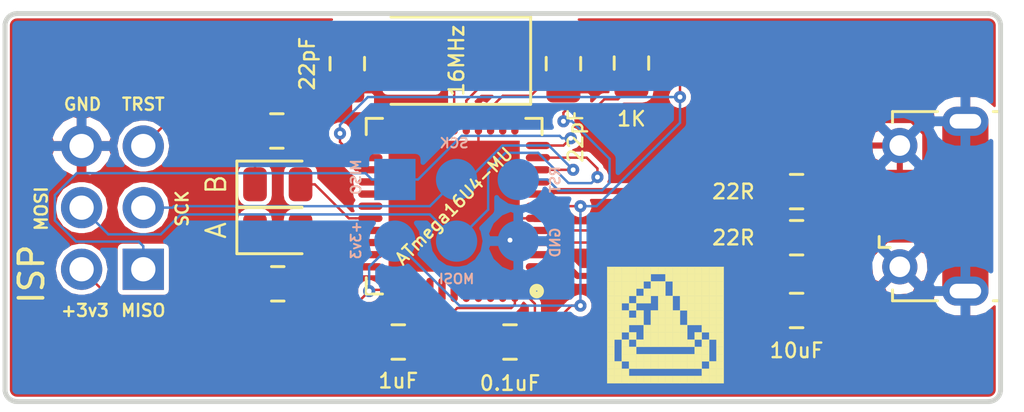
<source format=kicad_pcb>
(kicad_pcb (version 20171130) (host pcbnew "(5.0.0)")

  (general
    (thickness 1.6)
    (drawings 148)
    (tracks 190)
    (zones 0)
    (modules 18)
    (nets 19)
  )

  (page A4)
  (layers
    (0 F.Cu signal)
    (31 B.Cu signal)
    (32 B.Adhes user hide)
    (33 F.Adhes user hide)
    (34 B.Paste user hide)
    (35 F.Paste user hide)
    (36 B.SilkS user)
    (37 F.SilkS user)
    (38 B.Mask user hide)
    (39 F.Mask user hide)
    (40 Dwgs.User user hide)
    (41 Cmts.User user hide)
    (42 Eco1.User user)
    (43 Eco2.User user)
    (44 Edge.Cuts user)
    (45 Margin user hide)
    (46 B.CrtYd user hide)
    (47 F.CrtYd user hide)
    (48 B.Fab user hide)
    (49 F.Fab user hide)
  )

  (setup
    (last_trace_width 0.25)
    (user_trace_width 0.1)
    (trace_clearance 0.2)
    (zone_clearance 0.508)
    (zone_45_only no)
    (trace_min 0.1)
    (segment_width 0.2)
    (edge_width 0.15)
    (via_size 0.8)
    (via_drill 0.4)
    (via_min_size 0.5)
    (via_min_drill 0.2)
    (user_via 0.5 0.2)
    (uvia_size 0.3)
    (uvia_drill 0.1)
    (uvias_allowed no)
    (uvia_min_size 0.2)
    (uvia_min_drill 0.1)
    (pcb_text_width 0.3)
    (pcb_text_size 1.5 1.5)
    (mod_edge_width 0.15)
    (mod_text_size 1 1)
    (mod_text_width 0.15)
    (pad_size 1.524 1.524)
    (pad_drill 0.762)
    (pad_to_mask_clearance 0.051)
    (solder_mask_min_width 0.25)
    (aux_axis_origin 0 0)
    (visible_elements 7FFFF7FF)
    (pcbplotparams
      (layerselection 0x010fc_ffffffff)
      (usegerberextensions false)
      (usegerberattributes false)
      (usegerberadvancedattributes false)
      (creategerberjobfile false)
      (excludeedgelayer true)
      (linewidth 0.100000)
      (plotframeref false)
      (viasonmask false)
      (mode 1)
      (useauxorigin false)
      (hpglpennumber 1)
      (hpglpenspeed 20)
      (hpglpendiameter 15.000000)
      (psnegative false)
      (psa4output false)
      (plotreference true)
      (plotvalue true)
      (plotinvisibletext false)
      (padsonsilk false)
      (subtractmaskfromsilk false)
      (outputformat 1)
      (mirror false)
      (drillshape 0)
      (scaleselection 1)
      (outputdirectory "C:/Users/michael.watts/Desktop/GERB/"))
  )

  (net 0 "")
  (net 1 GND)
  (net 2 +3V3)
  (net 3 "Net-(C1-Pad1)")
  (net 4 "Net-(C2-Pad1)")
  (net 5 VBUS)
  (net 6 LED1)
  (net 7 "Net-(D1-Pad1)")
  (net 8 "Net-(D2-Pad1)")
  (net 9 LED2)
  (net 10 MISO)
  (net 11 SCK)
  (net 12 MOSI)
  (net 13 RESET)
  (net 14 TARGET_RESET)
  (net 15 "Net-(J2-Pad3)")
  (net 16 "Net-(J2-Pad2)")
  (net 17 D+)
  (net 18 D-)

  (net_class Default "This is the default net class."
    (clearance 0.2)
    (trace_width 0.25)
    (via_dia 0.8)
    (via_drill 0.4)
    (uvia_dia 0.3)
    (uvia_drill 0.1)
    (add_net +3V3)
    (add_net D+)
    (add_net D-)
    (add_net GND)
    (add_net LED1)
    (add_net LED2)
    (add_net MISO)
    (add_net MOSI)
    (add_net "Net-(C1-Pad1)")
    (add_net "Net-(C2-Pad1)")
    (add_net "Net-(D1-Pad1)")
    (add_net "Net-(D2-Pad1)")
    (add_net "Net-(J2-Pad2)")
    (add_net "Net-(J2-Pad3)")
    (add_net RESET)
    (add_net SCK)
    (add_net TARGET_RESET)
    (add_net VBUS)
  )

  (net_class thin-trace ""
    (clearance 0.1)
    (trace_width 0.1)
    (via_dia 0.5)
    (via_drill 0.2)
    (uvia_dia 0.3)
    (uvia_drill 0.1)
  )

  (module Package_DFN_QFN:QFN-44-1EP_7x7mm_P0.5mm_EP5.4x5.4mm (layer F.Cu) (tedit 5C8BB25C) (tstamp 5C73FCC2)
    (at 141.7 77.5 180)
    (descr "44-Lead Plastic Quad Flat No-Lead Package, 7x7mm Body (see Atmel Appnote 8826)")
    (tags "QFN 0.5")
    (path /5C7468F7)
    (attr smd)
    (fp_text reference U0 (at 0 0 180) (layer F.Fab)
      (effects (font (size 1 1) (thickness 0.15)))
    )
    (fp_text value ATmega16U4-MU (at 0 0 225) (layer F.SilkS)
      (effects (font (size 0.5 0.5) (thickness 0.09)))
    )
    (fp_text user %R (at 0 0 180) (layer F.Fab)
      (effects (font (size 1 1) (thickness 0.15)))
    )
    (fp_line (start -4.2 -4.2) (end -4.2 4.2) (layer F.CrtYd) (width 0.05))
    (fp_line (start -4.2 -4.2) (end 4.2 -4.2) (layer F.CrtYd) (width 0.05))
    (fp_line (start -4.2 4.2) (end 4.2 4.2) (layer F.CrtYd) (width 0.05))
    (fp_line (start 4.2 -4.2) (end 4.2 4.2) (layer F.CrtYd) (width 0.05))
    (fp_line (start -3.5 -2.5) (end -2.5 -3.5) (layer F.Fab) (width 0.1))
    (fp_line (start -3.5 3.5) (end -3.5 -2.5) (layer F.Fab) (width 0.1))
    (fp_line (start -2.5 -3.5) (end 3.5 -3.5) (layer F.Fab) (width 0.1))
    (fp_line (start 3.5 -3.5) (end 3.5 3.5) (layer F.Fab) (width 0.1))
    (fp_line (start 3.5 3.5) (end -3.5 3.5) (layer F.Fab) (width 0.1))
    (fp_line (start -3.62 3.62) (end -3.62 2.95) (layer F.SilkS) (width 0.12))
    (fp_line (start -3.62 3.62) (end -2.95 3.62) (layer F.SilkS) (width 0.12))
    (fp_line (start 3.62 -3.62) (end 2.95 -3.62) (layer F.SilkS) (width 0.12))
    (fp_line (start 3.62 -3.62) (end 3.62 -2.95) (layer F.SilkS) (width 0.12))
    (fp_line (start 3.62 3.62) (end 2.95 3.62) (layer F.SilkS) (width 0.12))
    (fp_line (start 3.62 3.62) (end 3.62 2.95) (layer F.SilkS) (width 0.12))
    (fp_circle (center -3.4 -3.5) (end -3.4 -3.4) (layer F.SilkS) (width 0.15))
    (fp_circle (center -3.4 -3.5) (end -3.2 -3.4) (layer F.SilkS) (width 0.15))
    (pad 1 smd oval (at -3.45 -2.5 180) (size 1 0.3) (layers F.Cu F.Paste F.Mask))
    (pad 2 smd oval (at -3.45 -2 180) (size 1 0.3) (layers F.Cu F.Paste F.Mask)
      (net 5 VBUS))
    (pad 3 smd oval (at -3.45 -1.5 180) (size 1 0.3) (layers F.Cu F.Paste F.Mask)
      (net 18 D-))
    (pad 4 smd oval (at -3.45 -1 180) (size 1 0.3) (layers F.Cu F.Paste F.Mask)
      (net 17 D+))
    (pad 5 smd oval (at -3.45 -0.5 180) (size 1 0.3) (layers F.Cu F.Paste F.Mask)
      (net 1 GND))
    (pad 6 smd oval (at -3.45 0 180) (size 1 0.3) (layers F.Cu F.Paste F.Mask)
      (net 2 +3V3))
    (pad 7 smd oval (at -3.45 0.5 180) (size 1 0.3) (layers F.Cu F.Paste F.Mask)
      (net 5 VBUS))
    (pad 8 smd oval (at -3.45 1 180) (size 1 0.3) (layers F.Cu F.Paste F.Mask))
    (pad 9 smd oval (at -3.45 1.5 180) (size 1 0.3) (layers F.Cu F.Paste F.Mask)
      (net 11 SCK))
    (pad 10 smd oval (at -3.45 2 180) (size 1 0.3) (layers F.Cu F.Paste F.Mask)
      (net 12 MOSI))
    (pad 11 smd oval (at -3.45 2.5 180) (size 1 0.3) (layers F.Cu F.Paste F.Mask)
      (net 10 MISO))
    (pad 12 smd oval (at -2.5 3.45 270) (size 1 0.3) (layers F.Cu F.Paste F.Mask))
    (pad 13 smd oval (at -2 3.45 270) (size 1 0.3) (layers F.Cu F.Paste F.Mask)
      (net 13 RESET))
    (pad 14 smd oval (at -1.5 3.45 270) (size 1 0.3) (layers F.Cu F.Paste F.Mask)
      (net 2 +3V3))
    (pad 15 smd oval (at -1 3.45 270) (size 1 0.3) (layers F.Cu F.Paste F.Mask)
      (net 1 GND))
    (pad 16 smd oval (at -0.5 3.45 270) (size 1 0.3) (layers F.Cu F.Paste F.Mask)
      (net 4 "Net-(C2-Pad1)"))
    (pad 17 smd oval (at 0 3.45 270) (size 1 0.3) (layers F.Cu F.Paste F.Mask)
      (net 3 "Net-(C1-Pad1)"))
    (pad 18 smd oval (at 0.5 3.45 270) (size 1 0.3) (layers F.Cu F.Paste F.Mask))
    (pad 19 smd oval (at 1 3.45 270) (size 1 0.3) (layers F.Cu F.Paste F.Mask))
    (pad 20 smd oval (at 1.5 3.45 270) (size 1 0.3) (layers F.Cu F.Paste F.Mask))
    (pad 21 smd oval (at 2 3.45 270) (size 1 0.3) (layers F.Cu F.Paste F.Mask))
    (pad 22 smd oval (at 2.5 3.45 270) (size 1 0.3) (layers F.Cu F.Paste F.Mask))
    (pad 23 smd oval (at 3.45 2.5 180) (size 1 0.3) (layers F.Cu F.Paste F.Mask)
      (net 1 GND))
    (pad 24 smd oval (at 3.45 2 180) (size 1 0.3) (layers F.Cu F.Paste F.Mask)
      (net 2 +3V3))
    (pad 25 smd oval (at 3.45 1.5 180) (size 1 0.3) (layers F.Cu F.Paste F.Mask)
      (net 14 TARGET_RESET))
    (pad 26 smd oval (at 3.45 1 180) (size 1 0.3) (layers F.Cu F.Paste F.Mask))
    (pad 27 smd oval (at 3.45 0.5 180) (size 1 0.3) (layers F.Cu F.Paste F.Mask))
    (pad 28 smd oval (at 3.45 0 180) (size 1 0.3) (layers F.Cu F.Paste F.Mask))
    (pad 29 smd oval (at 3.45 -0.5 180) (size 1 0.3) (layers F.Cu F.Paste F.Mask)
      (net 6 LED1))
    (pad 30 smd oval (at 3.45 -1 180) (size 1 0.3) (layers F.Cu F.Paste F.Mask)
      (net 9 LED2))
    (pad 31 smd oval (at 3.45 -1.5 180) (size 1 0.3) (layers F.Cu F.Paste F.Mask))
    (pad 32 smd oval (at 3.45 -2 180) (size 1 0.3) (layers F.Cu F.Paste F.Mask))
    (pad 33 smd oval (at 3.45 -2.5 180) (size 1 0.3) (layers F.Cu F.Paste F.Mask))
    (pad 34 smd oval (at 2.5 -3.45 270) (size 1 0.3) (layers F.Cu F.Paste F.Mask)
      (net 2 +3V3))
    (pad 35 smd oval (at 2 -3.45 270) (size 1 0.3) (layers F.Cu F.Paste F.Mask)
      (net 1 GND))
    (pad 36 smd oval (at 1.5 -3.45 270) (size 1 0.3) (layers F.Cu F.Paste F.Mask))
    (pad 37 smd oval (at 1 -3.45 270) (size 1 0.3) (layers F.Cu F.Paste F.Mask))
    (pad 38 smd oval (at 0.5 -3.45 270) (size 1 0.3) (layers F.Cu F.Paste F.Mask))
    (pad 39 smd oval (at 0 -3.45 270) (size 1 0.3) (layers F.Cu F.Paste F.Mask))
    (pad 40 smd oval (at -0.5 -3.45 270) (size 1 0.3) (layers F.Cu F.Paste F.Mask))
    (pad 41 smd oval (at -1 -3.45 270) (size 1 0.3) (layers F.Cu F.Paste F.Mask))
    (pad 42 smd oval (at -1.5 -3.45 270) (size 1 0.3) (layers F.Cu F.Paste F.Mask))
    (pad 43 smd oval (at -2 -3.45 270) (size 1 0.3) (layers F.Cu F.Paste F.Mask)
      (net 1 GND))
    (pad 44 smd oval (at -2.5 -3.45 270) (size 1 0.3) (layers F.Cu F.Paste F.Mask)
      (net 2 +3V3))
    (pad 45 smd rect (at 0 0 180) (size 5.4 5.4) (layers F.Cu F.Mask)
      (net 1 GND))
    (pad "" smd rect (at -2.06 -2.06 180) (size 0.83 0.83) (layers F.Paste))
    (pad "" smd rect (at -2.06 -1.03 180) (size 0.83 0.83) (layers F.Paste))
    (pad "" smd rect (at -2.06 0 180) (size 0.83 0.83) (layers F.Paste))
    (pad "" smd rect (at -2.06 1.03 180) (size 0.83 0.83) (layers F.Paste))
    (pad "" smd rect (at -2.06 2.06 180) (size 0.83 0.83) (layers F.Paste))
    (pad "" smd rect (at -1.03 -2.06 180) (size 0.83 0.83) (layers F.Paste))
    (pad "" smd rect (at -1.03 -1.03 180) (size 0.83 0.83) (layers F.Paste))
    (pad "" smd rect (at -1.03 0 180) (size 0.83 0.83) (layers F.Paste))
    (pad "" smd rect (at -1.03 1.03 180) (size 0.83 0.83) (layers F.Paste))
    (pad "" smd rect (at -1.03 2.06 180) (size 0.83 0.83) (layers F.Paste))
    (pad "" smd rect (at 0 -2.06 180) (size 0.83 0.83) (layers F.Paste))
    (pad "" smd rect (at 0 -1.03 180) (size 0.83 0.83) (layers F.Paste))
    (pad "" smd rect (at 0 0 180) (size 0.83 0.83) (layers F.Paste))
    (pad "" smd rect (at 0 1.03 180) (size 0.83 0.83) (layers F.Paste))
    (pad "" smd rect (at 0 2.06 180) (size 0.83 0.83) (layers F.Paste))
    (pad "" smd rect (at 1.03 -2.06 180) (size 0.83 0.83) (layers F.Paste))
    (pad "" smd rect (at 1.03 -1.03 180) (size 0.83 0.83) (layers F.Paste))
    (pad "" smd rect (at 1.03 0 180) (size 0.83 0.83) (layers F.Paste))
    (pad "" smd rect (at 1.03 1.03 180) (size 0.83 0.83) (layers F.Paste))
    (pad "" smd rect (at 1.03 2.06 180) (size 0.83 0.83) (layers F.Paste))
    (pad "" smd rect (at 2.06 -2.06 180) (size 0.83 0.83) (layers F.Paste))
    (pad "" smd rect (at 2.06 -1.03 180) (size 0.83 0.83) (layers F.Paste))
    (pad "" smd rect (at 2.06 0 180) (size 0.83 0.83) (layers F.Paste))
    (pad "" smd rect (at 2.06 1.03 180) (size 0.83 0.83) (layers F.Paste))
    (pad "" smd rect (at 2.06 2.06 180) (size 0.83 0.83) (layers F.Paste))
    (model ${KISYS3DMOD}/Package_DFN_QFN.3dshapes/QFN-44-1EP_7x7mm_P0.5mm_EP5.4x5.4mm.wrl
      (at (xyz 0 0 0))
      (scale (xyz 1 1 1))
      (rotate (xyz 0 0 0))
    )
  )

  (module HAT (layer F.Cu) (tedit 5C8BAE52) (tstamp 5C8D222E)
    (at 148 80)
    (fp_text reference HAT (at 2.3 -0.6) (layer F.Fab) hide
      (effects (font (size 1.1 1.1) (thickness 0.1)))
    )
    (fp_text value "" (at 0 0) (layer F.SilkS)
      (effects (font (size 1.27 1.27) (thickness 0.15)))
    )
    (fp_poly (pts (xy 0 0) (xy 0.3 0) (xy 0.3 0.3) (xy 0 0.3)
      (xy 0 0)) (layer F.SilkS) (width 0.01))
    (fp_poly (pts (xy 0.3 0) (xy 0.6 0) (xy 0.6 0.3) (xy 0.3 0.3)
      (xy 0.3 0)) (layer F.SilkS) (width 0.01))
    (fp_poly (pts (xy 0.6 0) (xy 0.9 0) (xy 0.9 0.3) (xy 0.6 0.3)
      (xy 0.6 0)) (layer F.SilkS) (width 0.01))
    (fp_poly (pts (xy 0.9 0) (xy 1.2 0) (xy 1.2 0.3) (xy 0.9 0.3)
      (xy 0.9 0)) (layer F.SilkS) (width 0.01))
    (fp_poly (pts (xy 1.2 0) (xy 1.5 0) (xy 1.5 0.3) (xy 1.2 0.3)
      (xy 1.2 0)) (layer F.SilkS) (width 0.01))
    (fp_poly (pts (xy 1.5 0) (xy 1.8 0) (xy 1.8 0.3) (xy 1.5 0.3)
      (xy 1.5 0)) (layer F.SilkS) (width 0.01))
    (fp_poly (pts (xy 1.8 0) (xy 2.1 0) (xy 2.1 0.3) (xy 1.8 0.3)
      (xy 1.8 0)) (layer F.SilkS) (width 0.01))
    (fp_poly (pts (xy 2.1 0) (xy 2.4 0) (xy 2.4 0.3) (xy 2.1 0.3)
      (xy 2.1 0)) (layer F.SilkS) (width 0.01))
    (fp_poly (pts (xy 2.4 0) (xy 2.7 0) (xy 2.7 0.3) (xy 2.4 0.3)
      (xy 2.4 0)) (layer F.SilkS) (width 0.01))
    (fp_poly (pts (xy 2.7 0) (xy 3 0) (xy 3 0.3) (xy 2.7 0.3)
      (xy 2.7 0)) (layer F.SilkS) (width 0.01))
    (fp_poly (pts (xy 3 0) (xy 3.3 0) (xy 3.3 0.3) (xy 3 0.3)
      (xy 3 0)) (layer F.SilkS) (width 0.01))
    (fp_poly (pts (xy 3.3 0) (xy 3.6 0) (xy 3.6 0.3) (xy 3.3 0.3)
      (xy 3.3 0)) (layer F.SilkS) (width 0.01))
    (fp_poly (pts (xy 3.6 0) (xy 3.9 0) (xy 3.9 0.3) (xy 3.6 0.3)
      (xy 3.6 0)) (layer F.SilkS) (width 0.01))
    (fp_poly (pts (xy 3.9 0) (xy 4.2 0) (xy 4.2 0.3) (xy 3.9 0.3)
      (xy 3.9 0)) (layer F.SilkS) (width 0.01))
    (fp_poly (pts (xy 4.2 0) (xy 4.5 0) (xy 4.5 0.3) (xy 4.2 0.3)
      (xy 4.2 0)) (layer F.SilkS) (width 0.01))
    (fp_poly (pts (xy 4.5 0) (xy 4.8 0) (xy 4.8 0.3) (xy 4.5 0.3)
      (xy 4.5 0)) (layer F.SilkS) (width 0.01))
    (fp_poly (pts (xy 0 0.3) (xy 0.3 0.3) (xy 0.3 0.6) (xy 0 0.6)
      (xy 0 0.3)) (layer F.SilkS) (width 0.01))
    (fp_poly (pts (xy 0.3 0.3) (xy 0.6 0.3) (xy 0.6 0.6) (xy 0.3 0.6)
      (xy 0.3 0.3)) (layer F.SilkS) (width 0.01))
    (fp_poly (pts (xy 0.6 0.3) (xy 0.9 0.3) (xy 0.9 0.6) (xy 0.6 0.6)
      (xy 0.6 0.3)) (layer F.SilkS) (width 0.01))
    (fp_poly (pts (xy 0.9 0.3) (xy 1.2 0.3) (xy 1.2 0.6) (xy 0.9 0.6)
      (xy 0.9 0.3)) (layer F.SilkS) (width 0.01))
    (fp_poly (pts (xy 1.2 0.3) (xy 1.5 0.3) (xy 1.5 0.6) (xy 1.2 0.6)
      (xy 1.2 0.3)) (layer F.SilkS) (width 0.01))
    (fp_poly (pts (xy 1.5 0.3) (xy 1.8 0.3) (xy 1.8 0.6) (xy 1.5 0.6)
      (xy 1.5 0.3)) (layer F.SilkS) (width 0.01))
    (fp_poly (pts (xy 2.4 0.3) (xy 2.7 0.3) (xy 2.7 0.6) (xy 2.4 0.6)
      (xy 2.4 0.3)) (layer F.SilkS) (width 0.01))
    (fp_poly (pts (xy 2.7 0.3) (xy 3 0.3) (xy 3 0.6) (xy 2.7 0.6)
      (xy 2.7 0.3)) (layer F.SilkS) (width 0.01))
    (fp_poly (pts (xy 3 0.3) (xy 3.3 0.3) (xy 3.3 0.6) (xy 3 0.6)
      (xy 3 0.3)) (layer F.SilkS) (width 0.01))
    (fp_poly (pts (xy 3.3 0.3) (xy 3.6 0.3) (xy 3.6 0.6) (xy 3.3 0.6)
      (xy 3.3 0.3)) (layer F.SilkS) (width 0.01))
    (fp_poly (pts (xy 3.6 0.3) (xy 3.9 0.3) (xy 3.9 0.6) (xy 3.6 0.6)
      (xy 3.6 0.3)) (layer F.SilkS) (width 0.01))
    (fp_poly (pts (xy 3.9 0.3) (xy 4.2 0.3) (xy 4.2 0.6) (xy 3.9 0.6)
      (xy 3.9 0.3)) (layer F.SilkS) (width 0.01))
    (fp_poly (pts (xy 4.2 0.3) (xy 4.5 0.3) (xy 4.5 0.6) (xy 4.2 0.6)
      (xy 4.2 0.3)) (layer F.SilkS) (width 0.01))
    (fp_poly (pts (xy 4.5 0.3) (xy 4.8 0.3) (xy 4.8 0.6) (xy 4.5 0.6)
      (xy 4.5 0.3)) (layer F.SilkS) (width 0.01))
    (fp_poly (pts (xy 0 0.6) (xy 0.3 0.6) (xy 0.3 0.9) (xy 0 0.9)
      (xy 0 0.6)) (layer F.SilkS) (width 0.01))
    (fp_poly (pts (xy 0.3 0.6) (xy 0.6 0.6) (xy 0.6 0.9) (xy 0.3 0.9)
      (xy 0.3 0.6)) (layer F.SilkS) (width 0.01))
    (fp_poly (pts (xy 0.6 0.6) (xy 0.9 0.6) (xy 0.9 0.9) (xy 0.6 0.9)
      (xy 0.6 0.6)) (layer F.SilkS) (width 0.01))
    (fp_poly (pts (xy 0.9 0.6) (xy 1.2 0.6) (xy 1.2 0.9) (xy 0.9 0.9)
      (xy 0.9 0.6)) (layer F.SilkS) (width 0.01))
    (fp_poly (pts (xy 1.2 0.6) (xy 1.5 0.6) (xy 1.5 0.9) (xy 1.2 0.9)
      (xy 1.2 0.6)) (layer F.SilkS) (width 0.01))
    (fp_poly (pts (xy 1.8 0.6) (xy 2.1 0.6) (xy 2.1 0.9) (xy 1.8 0.9)
      (xy 1.8 0.6)) (layer F.SilkS) (width 0.01))
    (fp_poly (pts (xy 2.1 0.6) (xy 2.4 0.6) (xy 2.4 0.9) (xy 2.1 0.9)
      (xy 2.1 0.6)) (layer F.SilkS) (width 0.01))
    (fp_poly (pts (xy 2.7 0.6) (xy 3 0.6) (xy 3 0.9) (xy 2.7 0.9)
      (xy 2.7 0.6)) (layer F.SilkS) (width 0.01))
    (fp_poly (pts (xy 3 0.6) (xy 3.3 0.6) (xy 3.3 0.9) (xy 3 0.9)
      (xy 3 0.6)) (layer F.SilkS) (width 0.01))
    (fp_poly (pts (xy 3.3 0.6) (xy 3.6 0.6) (xy 3.6 0.9) (xy 3.3 0.9)
      (xy 3.3 0.6)) (layer F.SilkS) (width 0.01))
    (fp_poly (pts (xy 3.6 0.6) (xy 3.9 0.6) (xy 3.9 0.9) (xy 3.6 0.9)
      (xy 3.6 0.6)) (layer F.SilkS) (width 0.01))
    (fp_poly (pts (xy 3.9 0.6) (xy 4.2 0.6) (xy 4.2 0.9) (xy 3.9 0.9)
      (xy 3.9 0.6)) (layer F.SilkS) (width 0.01))
    (fp_poly (pts (xy 4.2 0.6) (xy 4.5 0.6) (xy 4.5 0.9) (xy 4.2 0.9)
      (xy 4.2 0.6)) (layer F.SilkS) (width 0.01))
    (fp_poly (pts (xy 4.5 0.6) (xy 4.8 0.6) (xy 4.8 0.9) (xy 4.5 0.9)
      (xy 4.5 0.6)) (layer F.SilkS) (width 0.01))
    (fp_poly (pts (xy 0 0.9) (xy 0.3 0.9) (xy 0.3 1.2) (xy 0 1.2)
      (xy 0 0.9)) (layer F.SilkS) (width 0.01))
    (fp_poly (pts (xy 0.3 0.9) (xy 0.6 0.9) (xy 0.6 1.2) (xy 0.3 1.2)
      (xy 0.3 0.9)) (layer F.SilkS) (width 0.01))
    (fp_poly (pts (xy 0.6 0.9) (xy 0.9 0.9) (xy 0.9 1.2) (xy 0.6 1.2)
      (xy 0.6 0.9)) (layer F.SilkS) (width 0.01))
    (fp_poly (pts (xy 0.9 0.9) (xy 1.2 0.9) (xy 1.2 1.2) (xy 0.9 1.2)
      (xy 0.9 0.9)) (layer F.SilkS) (width 0.01))
    (fp_poly (pts (xy 1.5 0.9) (xy 1.8 0.9) (xy 1.8 1.2) (xy 1.5 1.2)
      (xy 1.5 0.9)) (layer F.SilkS) (width 0.01))
    (fp_poly (pts (xy 1.8 0.9) (xy 2.1 0.9) (xy 2.1 1.2) (xy 1.8 1.2)
      (xy 1.8 0.9)) (layer F.SilkS) (width 0.01))
    (fp_poly (pts (xy 2.1 0.9) (xy 2.4 0.9) (xy 2.4 1.2) (xy 2.1 1.2)
      (xy 2.1 0.9)) (layer F.SilkS) (width 0.01))
    (fp_poly (pts (xy 2.7 0.9) (xy 3 0.9) (xy 3 1.2) (xy 2.7 1.2)
      (xy 2.7 0.9)) (layer F.SilkS) (width 0.01))
    (fp_poly (pts (xy 3 0.9) (xy 3.3 0.9) (xy 3.3 1.2) (xy 3 1.2)
      (xy 3 0.9)) (layer F.SilkS) (width 0.01))
    (fp_poly (pts (xy 3.3 0.9) (xy 3.6 0.9) (xy 3.6 1.2) (xy 3.3 1.2)
      (xy 3.3 0.9)) (layer F.SilkS) (width 0.01))
    (fp_poly (pts (xy 3.6 0.9) (xy 3.9 0.9) (xy 3.9 1.2) (xy 3.6 1.2)
      (xy 3.6 0.9)) (layer F.SilkS) (width 0.01))
    (fp_poly (pts (xy 3.9 0.9) (xy 4.2 0.9) (xy 4.2 1.2) (xy 3.9 1.2)
      (xy 3.9 0.9)) (layer F.SilkS) (width 0.01))
    (fp_poly (pts (xy 4.2 0.9) (xy 4.5 0.9) (xy 4.5 1.2) (xy 4.2 1.2)
      (xy 4.2 0.9)) (layer F.SilkS) (width 0.01))
    (fp_poly (pts (xy 4.5 0.9) (xy 4.8 0.9) (xy 4.8 1.2) (xy 4.5 1.2)
      (xy 4.5 0.9)) (layer F.SilkS) (width 0.01))
    (fp_poly (pts (xy 0 1.2) (xy 0.3 1.2) (xy 0.3 1.5) (xy 0 1.5)
      (xy 0 1.2)) (layer F.SilkS) (width 0.01))
    (fp_poly (pts (xy 0.3 1.2) (xy 0.6 1.2) (xy 0.6 1.5) (xy 0.3 1.5)
      (xy 0.3 1.2)) (layer F.SilkS) (width 0.01))
    (fp_poly (pts (xy 0.6 1.2) (xy 0.9 1.2) (xy 0.9 1.5) (xy 0.6 1.5)
      (xy 0.6 1.2)) (layer F.SilkS) (width 0.01))
    (fp_poly (pts (xy 1.2 1.2) (xy 1.5 1.2) (xy 1.5 1.5) (xy 1.2 1.5)
      (xy 1.2 1.2)) (layer F.SilkS) (width 0.01))
    (fp_poly (pts (xy 1.5 1.2) (xy 1.8 1.2) (xy 1.8 1.5) (xy 1.5 1.5)
      (xy 1.5 1.2)) (layer F.SilkS) (width 0.01))
    (fp_poly (pts (xy 2.1 1.2) (xy 2.4 1.2) (xy 2.4 1.5) (xy 2.1 1.5)
      (xy 2.1 1.2)) (layer F.SilkS) (width 0.01))
    (fp_poly (pts (xy 2.4 1.2) (xy 2.7 1.2) (xy 2.7 1.5) (xy 2.4 1.5)
      (xy 2.4 1.2)) (layer F.SilkS) (width 0.01))
    (fp_poly (pts (xy 3 1.2) (xy 3.3 1.2) (xy 3.3 1.5) (xy 3 1.5)
      (xy 3 1.2)) (layer F.SilkS) (width 0.01))
    (fp_poly (pts (xy 3.3 1.2) (xy 3.6 1.2) (xy 3.6 1.5) (xy 3.3 1.5)
      (xy 3.3 1.2)) (layer F.SilkS) (width 0.01))
    (fp_poly (pts (xy 3.6 1.2) (xy 3.9 1.2) (xy 3.9 1.5) (xy 3.6 1.5)
      (xy 3.6 1.2)) (layer F.SilkS) (width 0.01))
    (fp_poly (pts (xy 3.9 1.2) (xy 4.2 1.2) (xy 4.2 1.5) (xy 3.9 1.5)
      (xy 3.9 1.2)) (layer F.SilkS) (width 0.01))
    (fp_poly (pts (xy 4.2 1.2) (xy 4.5 1.2) (xy 4.5 1.5) (xy 4.2 1.5)
      (xy 4.2 1.2)) (layer F.SilkS) (width 0.01))
    (fp_poly (pts (xy 4.5 1.2) (xy 4.8 1.2) (xy 4.8 1.5) (xy 4.5 1.5)
      (xy 4.5 1.2)) (layer F.SilkS) (width 0.01))
    (fp_poly (pts (xy 0 1.5) (xy 0.3 1.5) (xy 0.3 1.8) (xy 0 1.8)
      (xy 0 1.5)) (layer F.SilkS) (width 0.01))
    (fp_poly (pts (xy 0.3 1.5) (xy 0.6 1.5) (xy 0.6 1.8) (xy 0.3 1.8)
      (xy 0.3 1.5)) (layer F.SilkS) (width 0.01))
    (fp_poly (pts (xy 0.9 1.5) (xy 1.2 1.5) (xy 1.2 1.8) (xy 0.9 1.8)
      (xy 0.9 1.5)) (layer F.SilkS) (width 0.01))
    (fp_poly (pts (xy 2.1 1.5) (xy 2.4 1.5) (xy 2.4 1.8) (xy 2.1 1.8)
      (xy 2.1 1.5)) (layer F.SilkS) (width 0.01))
    (fp_poly (pts (xy 2.4 1.5) (xy 2.7 1.5) (xy 2.7 1.8) (xy 2.4 1.8)
      (xy 2.4 1.5)) (layer F.SilkS) (width 0.01))
    (fp_poly (pts (xy 3 1.5) (xy 3.3 1.5) (xy 3.3 1.8) (xy 3 1.8)
      (xy 3 1.5)) (layer F.SilkS) (width 0.01))
    (fp_poly (pts (xy 3.3 1.5) (xy 3.6 1.5) (xy 3.6 1.8) (xy 3.3 1.8)
      (xy 3.3 1.5)) (layer F.SilkS) (width 0.01))
    (fp_poly (pts (xy 3.6 1.5) (xy 3.9 1.5) (xy 3.9 1.8) (xy 3.6 1.8)
      (xy 3.6 1.5)) (layer F.SilkS) (width 0.01))
    (fp_poly (pts (xy 3.9 1.5) (xy 4.2 1.5) (xy 4.2 1.8) (xy 3.9 1.8)
      (xy 3.9 1.5)) (layer F.SilkS) (width 0.01))
    (fp_poly (pts (xy 4.2 1.5) (xy 4.5 1.5) (xy 4.5 1.8) (xy 4.2 1.8)
      (xy 4.2 1.5)) (layer F.SilkS) (width 0.01))
    (fp_poly (pts (xy 4.5 1.5) (xy 4.8 1.5) (xy 4.8 1.8) (xy 4.5 1.8)
      (xy 4.5 1.5)) (layer F.SilkS) (width 0.01))
    (fp_poly (pts (xy 0 1.8) (xy 0.3 1.8) (xy 0.3 2.1) (xy 0 2.1)
      (xy 0 1.8)) (layer F.SilkS) (width 0.01))
    (fp_poly (pts (xy 0.3 1.8) (xy 0.6 1.8) (xy 0.6 2.1) (xy 0.3 2.1)
      (xy 0.3 1.8)) (layer F.SilkS) (width 0.01))
    (fp_poly (pts (xy 0.6 1.8) (xy 0.9 1.8) (xy 0.9 2.1) (xy 0.6 2.1)
      (xy 0.6 1.8)) (layer F.SilkS) (width 0.01))
    (fp_poly (pts (xy 1.2 1.8) (xy 1.5 1.8) (xy 1.5 2.1) (xy 1.2 2.1)
      (xy 1.2 1.8)) (layer F.SilkS) (width 0.01))
    (fp_poly (pts (xy 1.8 1.8) (xy 2.1 1.8) (xy 2.1 2.1) (xy 1.8 2.1)
      (xy 1.8 1.8)) (layer F.SilkS) (width 0.01))
    (fp_poly (pts (xy 2.1 1.8) (xy 2.4 1.8) (xy 2.4 2.1) (xy 2.1 2.1)
      (xy 2.1 1.8)) (layer F.SilkS) (width 0.01))
    (fp_poly (pts (xy 2.4 1.8) (xy 2.7 1.8) (xy 2.7 2.1) (xy 2.4 2.1)
      (xy 2.4 1.8)) (layer F.SilkS) (width 0.01))
    (fp_poly (pts (xy 2.7 1.8) (xy 3 1.8) (xy 3 2.1) (xy 2.7 2.1)
      (xy 2.7 1.8)) (layer F.SilkS) (width 0.01))
    (fp_poly (pts (xy 3.3 1.8) (xy 3.6 1.8) (xy 3.6 2.1) (xy 3.3 2.1)
      (xy 3.3 1.8)) (layer F.SilkS) (width 0.01))
    (fp_poly (pts (xy 3.6 1.8) (xy 3.9 1.8) (xy 3.9 2.1) (xy 3.6 2.1)
      (xy 3.6 1.8)) (layer F.SilkS) (width 0.01))
    (fp_poly (pts (xy 3.9 1.8) (xy 4.2 1.8) (xy 4.2 2.1) (xy 3.9 2.1)
      (xy 3.9 1.8)) (layer F.SilkS) (width 0.01))
    (fp_poly (pts (xy 4.2 1.8) (xy 4.5 1.8) (xy 4.5 2.1) (xy 4.2 2.1)
      (xy 4.2 1.8)) (layer F.SilkS) (width 0.01))
    (fp_poly (pts (xy 4.5 1.8) (xy 4.8 1.8) (xy 4.8 2.1) (xy 4.5 2.1)
      (xy 4.5 1.8)) (layer F.SilkS) (width 0.01))
    (fp_poly (pts (xy 0 2.1) (xy 0.3 2.1) (xy 0.3 2.4) (xy 0 2.4)
      (xy 0 2.1)) (layer F.SilkS) (width 0.01))
    (fp_poly (pts (xy 0.3 2.1) (xy 0.6 2.1) (xy 0.6 2.4) (xy 0.3 2.4)
      (xy 0.3 2.1)) (layer F.SilkS) (width 0.01))
    (fp_poly (pts (xy 0.6 2.1) (xy 0.9 2.1) (xy 0.9 2.4) (xy 0.6 2.4)
      (xy 0.6 2.1)) (layer F.SilkS) (width 0.01))
    (fp_poly (pts (xy 0.9 2.1) (xy 1.2 2.1) (xy 1.2 2.4) (xy 0.9 2.4)
      (xy 0.9 2.1)) (layer F.SilkS) (width 0.01))
    (fp_poly (pts (xy 1.2 2.1) (xy 1.5 2.1) (xy 1.5 2.4) (xy 1.2 2.4)
      (xy 1.2 2.1)) (layer F.SilkS) (width 0.01))
    (fp_poly (pts (xy 1.8 2.1) (xy 2.1 2.1) (xy 2.1 2.4) (xy 1.8 2.4)
      (xy 1.8 2.1)) (layer F.SilkS) (width 0.01))
    (fp_poly (pts (xy 2.1 2.1) (xy 2.4 2.1) (xy 2.4 2.4) (xy 2.1 2.4)
      (xy 2.1 2.1)) (layer F.SilkS) (width 0.01))
    (fp_poly (pts (xy 2.4 2.1) (xy 2.7 2.1) (xy 2.7 2.4) (xy 2.4 2.4)
      (xy 2.4 2.1)) (layer F.SilkS) (width 0.01))
    (fp_poly (pts (xy 2.7 2.1) (xy 3 2.1) (xy 3 2.4) (xy 2.7 2.4)
      (xy 2.7 2.1)) (layer F.SilkS) (width 0.01))
    (fp_poly (pts (xy 3.3 2.1) (xy 3.6 2.1) (xy 3.6 2.4) (xy 3.3 2.4)
      (xy 3.3 2.1)) (layer F.SilkS) (width 0.01))
    (fp_poly (pts (xy 3.6 2.1) (xy 3.9 2.1) (xy 3.9 2.4) (xy 3.6 2.4)
      (xy 3.6 2.1)) (layer F.SilkS) (width 0.01))
    (fp_poly (pts (xy 3.9 2.1) (xy 4.2 2.1) (xy 4.2 2.4) (xy 3.9 2.4)
      (xy 3.9 2.1)) (layer F.SilkS) (width 0.01))
    (fp_poly (pts (xy 4.2 2.1) (xy 4.5 2.1) (xy 4.5 2.4) (xy 4.2 2.4)
      (xy 4.2 2.1)) (layer F.SilkS) (width 0.01))
    (fp_poly (pts (xy 4.5 2.1) (xy 4.8 2.1) (xy 4.8 2.4) (xy 4.5 2.4)
      (xy 4.5 2.1)) (layer F.SilkS) (width 0.01))
    (fp_poly (pts (xy 0 2.4) (xy 0.3 2.4) (xy 0.3 2.7) (xy 0 2.7)
      (xy 0 2.4)) (layer F.SilkS) (width 0.01))
    (fp_poly (pts (xy 0.3 2.4) (xy 0.6 2.4) (xy 0.6 2.7) (xy 0.3 2.7)
      (xy 0.3 2.4)) (layer F.SilkS) (width 0.01))
    (fp_poly (pts (xy 0.6 2.4) (xy 0.9 2.4) (xy 0.9 2.7) (xy 0.6 2.7)
      (xy 0.6 2.4)) (layer F.SilkS) (width 0.01))
    (fp_poly (pts (xy 1.5 2.4) (xy 1.8 2.4) (xy 1.8 2.7) (xy 1.5 2.7)
      (xy 1.5 2.4)) (layer F.SilkS) (width 0.01))
    (fp_poly (pts (xy 1.8 2.4) (xy 2.1 2.4) (xy 2.1 2.7) (xy 1.8 2.7)
      (xy 1.8 2.4)) (layer F.SilkS) (width 0.01))
    (fp_poly (pts (xy 2.1 2.4) (xy 2.4 2.4) (xy 2.4 2.7) (xy 2.1 2.7)
      (xy 2.1 2.4)) (layer F.SilkS) (width 0.01))
    (fp_poly (pts (xy 2.4 2.4) (xy 2.7 2.4) (xy 2.7 2.7) (xy 2.4 2.7)
      (xy 2.4 2.4)) (layer F.SilkS) (width 0.01))
    (fp_poly (pts (xy 2.7 2.4) (xy 3 2.4) (xy 3 2.7) (xy 2.7 2.7)
      (xy 2.7 2.4)) (layer F.SilkS) (width 0.01))
    (fp_poly (pts (xy 3 2.4) (xy 3.3 2.4) (xy 3.3 2.7) (xy 3 2.7)
      (xy 3 2.4)) (layer F.SilkS) (width 0.01))
    (fp_poly (pts (xy 3.9 2.4) (xy 4.2 2.4) (xy 4.2 2.7) (xy 3.9 2.7)
      (xy 3.9 2.4)) (layer F.SilkS) (width 0.01))
    (fp_poly (pts (xy 4.2 2.4) (xy 4.5 2.4) (xy 4.5 2.7) (xy 4.2 2.7)
      (xy 4.2 2.4)) (layer F.SilkS) (width 0.01))
    (fp_poly (pts (xy 4.5 2.4) (xy 4.8 2.4) (xy 4.8 2.7) (xy 4.5 2.7)
      (xy 4.5 2.4)) (layer F.SilkS) (width 0.01))
    (fp_poly (pts (xy 0 2.7) (xy 0.3 2.7) (xy 0.3 3) (xy 0 3)
      (xy 0 2.7)) (layer F.SilkS) (width 0.01))
    (fp_poly (pts (xy 0.3 2.7) (xy 0.6 2.7) (xy 0.6 3) (xy 0.3 3)
      (xy 0.3 2.7)) (layer F.SilkS) (width 0.01))
    (fp_poly (pts (xy 0.9 2.7) (xy 1.2 2.7) (xy 1.2 3) (xy 0.9 3)
      (xy 0.9 2.7)) (layer F.SilkS) (width 0.01))
    (fp_poly (pts (xy 1.5 2.7) (xy 1.8 2.7) (xy 1.8 3) (xy 1.5 3)
      (xy 1.5 2.7)) (layer F.SilkS) (width 0.01))
    (fp_poly (pts (xy 1.8 2.7) (xy 2.1 2.7) (xy 2.1 3) (xy 1.8 3)
      (xy 1.8 2.7)) (layer F.SilkS) (width 0.01))
    (fp_poly (pts (xy 2.1 2.7) (xy 2.4 2.7) (xy 2.4 3) (xy 2.1 3)
      (xy 2.1 2.7)) (layer F.SilkS) (width 0.01))
    (fp_poly (pts (xy 2.4 2.7) (xy 2.7 2.7) (xy 2.7 3) (xy 2.4 3)
      (xy 2.4 2.7)) (layer F.SilkS) (width 0.01))
    (fp_poly (pts (xy 2.7 2.7) (xy 3 2.7) (xy 3 3) (xy 2.7 3)
      (xy 2.7 2.7)) (layer F.SilkS) (width 0.01))
    (fp_poly (pts (xy 3 2.7) (xy 3.3 2.7) (xy 3.3 3) (xy 3 3)
      (xy 3 2.7)) (layer F.SilkS) (width 0.01))
    (fp_poly (pts (xy 3.6 2.7) (xy 3.9 2.7) (xy 3.9 3) (xy 3.6 3)
      (xy 3.6 2.7)) (layer F.SilkS) (width 0.01))
    (fp_poly (pts (xy 4.2 2.7) (xy 4.5 2.7) (xy 4.5 3) (xy 4.2 3)
      (xy 4.2 2.7)) (layer F.SilkS) (width 0.01))
    (fp_poly (pts (xy 4.5 2.7) (xy 4.8 2.7) (xy 4.8 3) (xy 4.5 3)
      (xy 4.5 2.7)) (layer F.SilkS) (width 0.01))
    (fp_poly (pts (xy 0 3) (xy 0.3 3) (xy 0.3 3.3) (xy 0 3.3)
      (xy 0 3)) (layer F.SilkS) (width 0.01))
    (fp_poly (pts (xy 0.6 3) (xy 0.9 3) (xy 0.9 3.3) (xy 0.6 3.3)
      (xy 0.6 3)) (layer F.SilkS) (width 0.01))
    (fp_poly (pts (xy 1.2 3) (xy 1.5 3) (xy 1.5 3.3) (xy 1.2 3.3)
      (xy 1.2 3)) (layer F.SilkS) (width 0.01))
    (fp_poly (pts (xy 1.5 3) (xy 1.8 3) (xy 1.8 3.3) (xy 1.5 3.3)
      (xy 1.5 3)) (layer F.SilkS) (width 0.01))
    (fp_poly (pts (xy 1.8 3) (xy 2.1 3) (xy 2.1 3.3) (xy 1.8 3.3)
      (xy 1.8 3)) (layer F.SilkS) (width 0.01))
    (fp_poly (pts (xy 2.1 3) (xy 2.4 3) (xy 2.4 3.3) (xy 2.1 3.3)
      (xy 2.1 3)) (layer F.SilkS) (width 0.01))
    (fp_poly (pts (xy 2.4 3) (xy 2.7 3) (xy 2.7 3.3) (xy 2.4 3.3)
      (xy 2.4 3)) (layer F.SilkS) (width 0.01))
    (fp_poly (pts (xy 2.7 3) (xy 3 3) (xy 3 3.3) (xy 2.7 3.3)
      (xy 2.7 3)) (layer F.SilkS) (width 0.01))
    (fp_poly (pts (xy 3 3) (xy 3.3 3) (xy 3.3 3.3) (xy 3 3.3)
      (xy 3 3)) (layer F.SilkS) (width 0.01))
    (fp_poly (pts (xy 3.3 3) (xy 3.6 3) (xy 3.6 3.3) (xy 3.3 3.3)
      (xy 3.3 3)) (layer F.SilkS) (width 0.01))
    (fp_poly (pts (xy 3.9 3) (xy 4.2 3) (xy 4.2 3.3) (xy 3.9 3.3)
      (xy 3.9 3)) (layer F.SilkS) (width 0.01))
    (fp_poly (pts (xy 4.5 3) (xy 4.8 3) (xy 4.8 3.3) (xy 4.5 3.3)
      (xy 4.5 3)) (layer F.SilkS) (width 0.01))
    (fp_poly (pts (xy 0 3.3) (xy 0.3 3.3) (xy 0.3 3.6) (xy 0 3.6)
      (xy 0 3.3)) (layer F.SilkS) (width 0.01))
    (fp_poly (pts (xy 0.6 3.3) (xy 0.9 3.3) (xy 0.9 3.6) (xy 0.6 3.6)
      (xy 0.6 3.3)) (layer F.SilkS) (width 0.01))
    (fp_poly (pts (xy 0.9 3.3) (xy 1.2 3.3) (xy 1.2 3.6) (xy 0.9 3.6)
      (xy 0.9 3.3)) (layer F.SilkS) (width 0.01))
    (fp_poly (pts (xy 3.6 3.3) (xy 3.9 3.3) (xy 3.9 3.6) (xy 3.6 3.6)
      (xy 3.6 3.3)) (layer F.SilkS) (width 0.01))
    (fp_poly (pts (xy 3.9 3.3) (xy 4.2 3.3) (xy 4.2 3.6) (xy 3.9 3.6)
      (xy 3.9 3.3)) (layer F.SilkS) (width 0.01))
    (fp_poly (pts (xy 4.5 3.3) (xy 4.8 3.3) (xy 4.8 3.6) (xy 4.5 3.6)
      (xy 4.5 3.3)) (layer F.SilkS) (width 0.01))
    (fp_poly (pts (xy 0 3.6) (xy 0.3 3.6) (xy 0.3 3.9) (xy 0 3.9)
      (xy 0 3.6)) (layer F.SilkS) (width 0.01))
    (fp_poly (pts (xy 0.6 3.6) (xy 0.9 3.6) (xy 0.9 3.9) (xy 0.6 3.9)
      (xy 0.6 3.6)) (layer F.SilkS) (width 0.01))
    (fp_poly (pts (xy 0.9 3.6) (xy 1.2 3.6) (xy 1.2 3.9) (xy 0.9 3.9)
      (xy 0.9 3.6)) (layer F.SilkS) (width 0.01))
    (fp_poly (pts (xy 1.2 3.6) (xy 1.5 3.6) (xy 1.5 3.9) (xy 1.2 3.9)
      (xy 1.2 3.6)) (layer F.SilkS) (width 0.01))
    (fp_poly (pts (xy 1.5 3.6) (xy 1.8 3.6) (xy 1.8 3.9) (xy 1.5 3.9)
      (xy 1.5 3.6)) (layer F.SilkS) (width 0.01))
    (fp_poly (pts (xy 1.8 3.6) (xy 2.1 3.6) (xy 2.1 3.9) (xy 1.8 3.9)
      (xy 1.8 3.6)) (layer F.SilkS) (width 0.01))
    (fp_poly (pts (xy 2.1 3.6) (xy 2.4 3.6) (xy 2.4 3.9) (xy 2.1 3.9)
      (xy 2.1 3.6)) (layer F.SilkS) (width 0.01))
    (fp_poly (pts (xy 2.4 3.6) (xy 2.7 3.6) (xy 2.7 3.9) (xy 2.4 3.9)
      (xy 2.4 3.6)) (layer F.SilkS) (width 0.01))
    (fp_poly (pts (xy 2.7 3.6) (xy 3 3.6) (xy 3 3.9) (xy 2.7 3.9)
      (xy 2.7 3.6)) (layer F.SilkS) (width 0.01))
    (fp_poly (pts (xy 3 3.6) (xy 3.3 3.6) (xy 3.3 3.9) (xy 3 3.9)
      (xy 3 3.6)) (layer F.SilkS) (width 0.01))
    (fp_poly (pts (xy 3.3 3.6) (xy 3.6 3.6) (xy 3.6 3.9) (xy 3.3 3.9)
      (xy 3.3 3.6)) (layer F.SilkS) (width 0.01))
    (fp_poly (pts (xy 3.6 3.6) (xy 3.9 3.6) (xy 3.9 3.9) (xy 3.6 3.9)
      (xy 3.6 3.6)) (layer F.SilkS) (width 0.01))
    (fp_poly (pts (xy 3.9 3.6) (xy 4.2 3.6) (xy 4.2 3.9) (xy 3.9 3.9)
      (xy 3.9 3.6)) (layer F.SilkS) (width 0.01))
    (fp_poly (pts (xy 4.5 3.6) (xy 4.8 3.6) (xy 4.8 3.9) (xy 4.5 3.9)
      (xy 4.5 3.6)) (layer F.SilkS) (width 0.01))
    (fp_poly (pts (xy 0 3.9) (xy 0.3 3.9) (xy 0.3 4.2) (xy 0 4.2)
      (xy 0 3.9)) (layer F.SilkS) (width 0.01))
    (fp_poly (pts (xy 0.3 3.9) (xy 0.6 3.9) (xy 0.6 4.2) (xy 0.3 4.2)
      (xy 0.3 3.9)) (layer F.SilkS) (width 0.01))
    (fp_poly (pts (xy 0.9 3.9) (xy 1.2 3.9) (xy 1.2 4.2) (xy 0.9 4.2)
      (xy 0.9 3.9)) (layer F.SilkS) (width 0.01))
    (fp_poly (pts (xy 1.2 3.9) (xy 1.5 3.9) (xy 1.5 4.2) (xy 1.2 4.2)
      (xy 1.2 3.9)) (layer F.SilkS) (width 0.01))
    (fp_poly (pts (xy 1.5 3.9) (xy 1.8 3.9) (xy 1.8 4.2) (xy 1.5 4.2)
      (xy 1.5 3.9)) (layer F.SilkS) (width 0.01))
    (fp_poly (pts (xy 1.8 3.9) (xy 2.1 3.9) (xy 2.1 4.2) (xy 1.8 4.2)
      (xy 1.8 3.9)) (layer F.SilkS) (width 0.01))
    (fp_poly (pts (xy 2.1 3.9) (xy 2.4 3.9) (xy 2.4 4.2) (xy 2.1 4.2)
      (xy 2.1 3.9)) (layer F.SilkS) (width 0.01))
    (fp_poly (pts (xy 2.4 3.9) (xy 2.7 3.9) (xy 2.7 4.2) (xy 2.4 4.2)
      (xy 2.4 3.9)) (layer F.SilkS) (width 0.01))
    (fp_poly (pts (xy 2.7 3.9) (xy 3 3.9) (xy 3 4.2) (xy 2.7 4.2)
      (xy 2.7 3.9)) (layer F.SilkS) (width 0.01))
    (fp_poly (pts (xy 3 3.9) (xy 3.3 3.9) (xy 3.3 4.2) (xy 3 4.2)
      (xy 3 3.9)) (layer F.SilkS) (width 0.01))
    (fp_poly (pts (xy 3.3 3.9) (xy 3.6 3.9) (xy 3.6 4.2) (xy 3.3 4.2)
      (xy 3.3 3.9)) (layer F.SilkS) (width 0.01))
    (fp_poly (pts (xy 3.6 3.9) (xy 3.9 3.9) (xy 3.9 4.2) (xy 3.6 4.2)
      (xy 3.6 3.9)) (layer F.SilkS) (width 0.01))
    (fp_poly (pts (xy 4.2 3.9) (xy 4.5 3.9) (xy 4.5 4.2) (xy 4.2 4.2)
      (xy 4.2 3.9)) (layer F.SilkS) (width 0.01))
    (fp_poly (pts (xy 4.5 3.9) (xy 4.8 3.9) (xy 4.8 4.2) (xy 4.5 4.2)
      (xy 4.5 3.9)) (layer F.SilkS) (width 0.01))
    (fp_poly (pts (xy 0 4.2) (xy 0.3 4.2) (xy 0.3 4.5) (xy 0 4.5)
      (xy 0 4.2)) (layer F.SilkS) (width 0.01))
    (fp_poly (pts (xy 0.3 4.2) (xy 0.6 4.2) (xy 0.6 4.5) (xy 0.3 4.5)
      (xy 0.3 4.2)) (layer F.SilkS) (width 0.01))
    (fp_poly (pts (xy 0.6 4.2) (xy 0.9 4.2) (xy 0.9 4.5) (xy 0.6 4.5)
      (xy 0.6 4.2)) (layer F.SilkS) (width 0.01))
    (fp_poly (pts (xy 3.9 4.2) (xy 4.2 4.2) (xy 4.2 4.5) (xy 3.9 4.5)
      (xy 3.9 4.2)) (layer F.SilkS) (width 0.01))
    (fp_poly (pts (xy 4.2 4.2) (xy 4.5 4.2) (xy 4.5 4.5) (xy 4.2 4.5)
      (xy 4.2 4.2)) (layer F.SilkS) (width 0.01))
    (fp_poly (pts (xy 4.5 4.2) (xy 4.8 4.2) (xy 4.8 4.5) (xy 4.5 4.5)
      (xy 4.5 4.2)) (layer F.SilkS) (width 0.01))
    (fp_poly (pts (xy 0 4.5) (xy 0.3 4.5) (xy 0.3 4.8) (xy 0 4.8)
      (xy 0 4.5)) (layer F.SilkS) (width 0.01))
    (fp_poly (pts (xy 0.3 4.5) (xy 0.6 4.5) (xy 0.6 4.8) (xy 0.3 4.8)
      (xy 0.3 4.5)) (layer F.SilkS) (width 0.01))
    (fp_poly (pts (xy 0.6 4.5) (xy 0.9 4.5) (xy 0.9 4.8) (xy 0.6 4.8)
      (xy 0.6 4.5)) (layer F.SilkS) (width 0.01))
    (fp_poly (pts (xy 0.9 4.5) (xy 1.2 4.5) (xy 1.2 4.8) (xy 0.9 4.8)
      (xy 0.9 4.5)) (layer F.SilkS) (width 0.01))
    (fp_poly (pts (xy 1.2 4.5) (xy 1.5 4.5) (xy 1.5 4.8) (xy 1.2 4.8)
      (xy 1.2 4.5)) (layer F.SilkS) (width 0.01))
    (fp_poly (pts (xy 1.5 4.5) (xy 1.8 4.5) (xy 1.8 4.8) (xy 1.5 4.8)
      (xy 1.5 4.5)) (layer F.SilkS) (width 0.01))
    (fp_poly (pts (xy 1.8 4.5) (xy 2.1 4.5) (xy 2.1 4.8) (xy 1.8 4.8)
      (xy 1.8 4.5)) (layer F.SilkS) (width 0.01))
    (fp_poly (pts (xy 2.1 4.5) (xy 2.4 4.5) (xy 2.4 4.8) (xy 2.1 4.8)
      (xy 2.1 4.5)) (layer F.SilkS) (width 0.01))
    (fp_poly (pts (xy 2.4 4.5) (xy 2.7 4.5) (xy 2.7 4.8) (xy 2.4 4.8)
      (xy 2.4 4.5)) (layer F.SilkS) (width 0.01))
    (fp_poly (pts (xy 2.7 4.5) (xy 3 4.5) (xy 3 4.8) (xy 2.7 4.8)
      (xy 2.7 4.5)) (layer F.SilkS) (width 0.01))
    (fp_poly (pts (xy 3 4.5) (xy 3.3 4.5) (xy 3.3 4.8) (xy 3 4.8)
      (xy 3 4.5)) (layer F.SilkS) (width 0.01))
    (fp_poly (pts (xy 3.3 4.5) (xy 3.6 4.5) (xy 3.6 4.8) (xy 3.3 4.8)
      (xy 3.3 4.5)) (layer F.SilkS) (width 0.01))
    (fp_poly (pts (xy 3.6 4.5) (xy 3.9 4.5) (xy 3.9 4.8) (xy 3.6 4.8)
      (xy 3.6 4.5)) (layer F.SilkS) (width 0.01))
    (fp_poly (pts (xy 3.9 4.5) (xy 4.2 4.5) (xy 4.2 4.8) (xy 3.9 4.8)
      (xy 3.9 4.5)) (layer F.SilkS) (width 0.01))
    (fp_poly (pts (xy 4.2 4.5) (xy 4.5 4.5) (xy 4.5 4.8) (xy 4.2 4.8)
      (xy 4.2 4.5)) (layer F.SilkS) (width 0.01))
    (fp_poly (pts (xy 4.5 4.5) (xy 4.8 4.5) (xy 4.8 4.8) (xy 4.5 4.8)
      (xy 4.5 4.5)) (layer F.SilkS) (width 0.01))
  )

  (module Connector_PinHeader_2.54mm:PinHeader_2x03_P2.54mm_Vertical (layer B.Cu) (tedit 5C87BCCC) (tstamp 5C73F3B5)
    (at 139.26 76.4 270)
    (descr "Through hole straight pin header, 2x03, 2.54mm pitch, double rows")
    (tags "Through hole pin header THT 2x03 2.54mm double row")
    (path /5C741CCD)
    (fp_text reference J0 (at 2.7 0.3 270) (layer B.Fab)
      (effects (font (size 1 1) (thickness 0.15)) (justify mirror))
    )
    (fp_text value ISP (at 1.27 -7.41 270) (layer B.Fab)
      (effects (font (size 1 1) (thickness 0.15)) (justify mirror))
    )
    (fp_line (start 0 1.27) (end 3.81 1.27) (layer B.Fab) (width 0.1))
    (fp_line (start 3.81 1.27) (end 3.81 -6.35) (layer B.Fab) (width 0.1))
    (fp_line (start 3.81 -6.35) (end -1.27 -6.35) (layer B.Fab) (width 0.1))
    (fp_line (start -1.27 -6.35) (end -1.27 0) (layer B.Fab) (width 0.1))
    (fp_line (start -1.27 0) (end 0 1.27) (layer B.Fab) (width 0.1))
    (fp_line (start -1.8 1.8) (end -1.8 -6.85) (layer B.CrtYd) (width 0.05))
    (fp_line (start -1.8 -6.85) (end 4.35 -6.85) (layer B.CrtYd) (width 0.05))
    (fp_line (start 4.35 -6.85) (end 4.35 1.8) (layer B.CrtYd) (width 0.05))
    (fp_line (start 4.35 1.8) (end -1.8 1.8) (layer B.CrtYd) (width 0.05))
    (fp_text user %R (at 1.27 -2.54 180) (layer B.Fab)
      (effects (font (size 1 1) (thickness 0.15)) (justify mirror))
    )
    (fp_text user MISO (at -0.1 1.6 270) (layer B.SilkS)
      (effects (font (size 0.4 0.4) (thickness 0.08)) (justify mirror))
    )
    (fp_text user +3v3 (at 2.5 1.6 270) (layer B.SilkS)
      (effects (font (size 0.4 0.4) (thickness 0.08)) (justify mirror))
    )
    (fp_text user MOSI (at 4.1 -2.54) (layer B.SilkS)
      (effects (font (size 0.4 0.4) (thickness 0.08)) (justify mirror))
    )
    (fp_text user SCK (at -1.5 -2.44) (layer B.SilkS)
      (effects (font (size 0.4 0.4) (thickness 0.08)) (justify mirror))
    )
    (fp_text user RST (at 0 -6.6 270) (layer B.SilkS)
      (effects (font (size 0.4 0.4) (thickness 0.08)) (justify mirror))
    )
    (fp_text user GND (at 2.6 -6.6 270) (layer B.SilkS)
      (effects (font (size 0.4 0.4) (thickness 0.08)) (justify mirror))
    )
    (pad 1 smd rect (at 0 0 270) (size 1.7 1.7) (layers B.Cu B.Paste B.Mask)
      (net 10 MISO))
    (pad 2 smd oval (at 2.54 0 270) (size 1.7 1.7) (layers B.Cu B.Paste B.Mask)
      (net 2 +3V3))
    (pad 3 smd oval (at 0 -2.54 270) (size 1.7 1.7) (layers B.Cu B.Paste B.Mask)
      (net 11 SCK))
    (pad 4 smd oval (at 2.54 -2.54 270) (size 1.7 1.7) (layers B.Cu B.Paste B.Mask)
      (net 12 MOSI))
    (pad 5 smd oval (at 0 -5.08 270) (size 1.7 1.7) (layers B.Cu B.Paste B.Mask)
      (net 13 RESET))
    (pad 6 smd oval (at 2.54 -5.08 270) (size 1.7 1.7) (layers B.Cu B.Paste B.Mask)
      (net 1 GND))
    (model ${KISYS3DMOD}/Connector_PinHeader_2.54mm.3dshapes/PinHeader_2x03_P2.54mm_Vertical.wrl
      (at (xyz 0 0 0))
      (scale (xyz 1 1 1))
      (rotate (xyz 0 0 0))
    )
  )

  (module Connector_PinHeader_2.54mm:PinHeader_2x03_P2.54mm_Vertical (layer F.Cu) (tedit 5C87BD7A) (tstamp 5C73F3D1)
    (at 128.9 80.1 180)
    (descr "Through hole straight pin header, 2x03, 2.54mm pitch, double rows")
    (tags "Through hole pin header THT 2x03 2.54mm double row")
    (path /5BE8415C)
    (fp_text reference J1 (at 2.8 -0.2 180) (layer F.Fab)
      (effects (font (size 1 1) (thickness 0.15)))
    )
    (fp_text value ISP (at 4.6 -0.2 90) (layer F.SilkS)
      (effects (font (size 1 1) (thickness 0.15)))
    )
    (fp_text user %R (at 1.27 2.54 270) (layer F.Fab)
      (effects (font (size 1 1) (thickness 0.15)))
    )
    (fp_line (start 4.35 -1.8) (end -1.8 -1.8) (layer F.CrtYd) (width 0.05))
    (fp_line (start 4.35 6.85) (end 4.35 -1.8) (layer F.CrtYd) (width 0.05))
    (fp_line (start -1.8 6.85) (end 4.35 6.85) (layer F.CrtYd) (width 0.05))
    (fp_line (start -1.8 -1.8) (end -1.8 6.85) (layer F.CrtYd) (width 0.05))
    (fp_line (start -1.27 0) (end 0 -1.27) (layer F.Fab) (width 0.1))
    (fp_line (start -1.27 6.35) (end -1.27 0) (layer F.Fab) (width 0.1))
    (fp_line (start 3.81 6.35) (end -1.27 6.35) (layer F.Fab) (width 0.1))
    (fp_line (start 3.81 -1.27) (end 3.81 6.35) (layer F.Fab) (width 0.1))
    (fp_line (start 0 -1.27) (end 3.81 -1.27) (layer F.Fab) (width 0.1))
    (fp_text user MISO (at 0 -1.7 180) (layer F.SilkS)
      (effects (font (size 0.5 0.5) (thickness 0.1)))
    )
    (fp_text user +3v3 (at 2.4 -1.7 180) (layer F.SilkS)
      (effects (font (size 0.5 0.5) (thickness 0.1)))
    )
    (fp_text user MOSI (at 4.2 2.5 270) (layer F.SilkS)
      (effects (font (size 0.5 0.5) (thickness 0.1)))
    )
    (fp_text user SCK (at -1.6 2.5 270) (layer F.SilkS)
      (effects (font (size 0.5 0.5) (thickness 0.1)))
    )
    (fp_text user TRST (at 0 6.8) (layer F.SilkS)
      (effects (font (size 0.5 0.5) (thickness 0.1)))
    )
    (fp_text user GND (at 2.5 6.8) (layer F.SilkS)
      (effects (font (size 0.5 0.5) (thickness 0.1)))
    )
    (pad 6 thru_hole oval (at 2.54 5.08 180) (size 1.7 1.7) (drill 1) (layers *.Cu *.Mask)
      (net 1 GND))
    (pad 5 thru_hole oval (at 0 5.08 180) (size 1.7 1.7) (drill 1) (layers *.Cu *.Mask)
      (net 14 TARGET_RESET))
    (pad 4 thru_hole oval (at 2.54 2.54 180) (size 1.7 1.7) (drill 1) (layers *.Cu *.Mask)
      (net 12 MOSI))
    (pad 3 thru_hole oval (at 0 2.54 180) (size 1.7 1.7) (drill 1) (layers *.Cu *.Mask)
      (net 11 SCK))
    (pad 2 thru_hole oval (at 2.54 0 180) (size 1.7 1.7) (drill 1) (layers *.Cu *.Mask)
      (net 2 +3V3))
    (pad 1 thru_hole rect (at 0 0 180) (size 1.7 1.7) (drill 1) (layers *.Cu *.Mask)
      (net 10 MISO))
    (model ${KISYS3DMOD}/Connector_PinHeader_2.54mm.3dshapes/PinHeader_2x03_P2.54mm_Vertical.wrl
      (at (xyz 0 0 0))
      (scale (xyz 1 1 1))
      (rotate (xyz 0 0 0))
    )
  )

  (module Connectors_USB:USB_Micro-B_Molex-105017-0001 (layer F.Cu) (tedit 5C75467B) (tstamp 5C87B67D)
    (at 162.4 77.5 90)
    (descr http://www.molex.com/pdm_docs/sd/1050170001_sd.pdf)
    (tags "Micro-USB SMD Typ-B")
    (path /5C73FD8C)
    (attr smd)
    (fp_text reference J2 (at 0 -4 90) (layer F.Fab)
      (effects (font (size 1 1) (thickness 0.15)))
    )
    (fp_text value USB-Micro (at 0.3 3.45 90) (layer F.Fab)
      (effects (font (size 1 1) (thickness 0.15)))
    )
    (fp_line (start -1.1 -3.01) (end -1.1 -2.8) (layer F.Fab) (width 0.1))
    (fp_line (start -1.5 -3.01) (end -1.5 -2.8) (layer F.Fab) (width 0.1))
    (fp_line (start -1.5 -3.01) (end -1.1 -3.01) (layer F.Fab) (width 0.1))
    (fp_line (start -1.1 -2.8) (end -1.3 -2.6) (layer F.Fab) (width 0.1))
    (fp_line (start -1.3 -2.6) (end -1.5 -2.8) (layer F.Fab) (width 0.1))
    (fp_line (start -1.7 -3.2) (end -1.7 -2.75) (layer F.SilkS) (width 0.12))
    (fp_line (start -1.7 -3.2) (end -1.25 -3.2) (layer F.SilkS) (width 0.12))
    (fp_text user %R (at 0 0 90) (layer F.Fab)
      (effects (font (size 1 1) (thickness 0.15)))
    )
    (fp_line (start 3.9 -2.65) (end 3.45 -2.65) (layer F.SilkS) (width 0.12))
    (fp_line (start 3.9 -0.8) (end 3.9 -2.65) (layer F.SilkS) (width 0.12))
    (fp_line (start -3.9 1.75) (end -3.9 1.5) (layer F.SilkS) (width 0.12))
    (fp_line (start -3.75 2.5) (end -3.75 -2.5) (layer F.Fab) (width 0.1))
    (fp_line (start -3.75 -2.5) (end 3.75 -2.5) (layer F.Fab) (width 0.1))
    (fp_line (start -3.75 2.501704) (end 3.75 2.501704) (layer F.Fab) (width 0.1))
    (fp_line (start -3 1.801704) (end 3 1.801704) (layer F.Fab) (width 0.1))
    (fp_line (start 3.75 2.5) (end 3.75 -2.5) (layer F.Fab) (width 0.1))
    (fp_line (start 3.9 1.75) (end 3.9 1.5) (layer F.SilkS) (width 0.12))
    (fp_line (start -3.9 -0.8) (end -3.9 -2.65) (layer F.SilkS) (width 0.12))
    (fp_line (start -3.9 -2.65) (end -3.45 -2.65) (layer F.SilkS) (width 0.12))
    (fp_text user "PCB Edge" (at 0 1.8 90) (layer Dwgs.User)
      (effects (font (size 0.5 0.5) (thickness 0.08)))
    )
    (fp_line (start -4.4 2.75) (end -4.4 -3.35) (layer F.CrtYd) (width 0.05))
    (fp_line (start -4.4 -3.35) (end 4.4 -3.35) (layer F.CrtYd) (width 0.05))
    (fp_line (start 4.4 -3.35) (end 4.4 2.75) (layer F.CrtYd) (width 0.05))
    (fp_line (start -4.4 2.75) (end 4.4 2.75) (layer F.CrtYd) (width 0.05))
    (pad 6 smd rect (at -2.9 0.35 90) (size 1.2 1.9) (layers F.Cu F.Mask)
      (net 1 GND))
    (pad 6 smd rect (at 2.9 0.35 90) (size 1.2 1.9) (layers F.Cu F.Mask)
      (net 1 GND))
    (pad 6 thru_hole oval (at 3.5 0.35 90) (size 1.2 1.9) (drill oval 0.6 1.3) (layers *.Cu *.Mask)
      (net 1 GND))
    (pad 6 thru_hole oval (at -3.5 0.35 270) (size 1.2 1.9) (drill oval 0.6 1.3) (layers *.Cu *.Mask)
      (net 1 GND))
    (pad 6 smd rect (at -1 0.35 90) (size 1.5 1.9) (layers F.Cu F.Paste F.Mask)
      (net 1 GND))
    (pad 6 thru_hole circle (at 2.5 -2.35 90) (size 1.45 1.45) (drill 0.85) (layers *.Cu *.Mask)
      (net 1 GND))
    (pad 3 smd rect (at 0 -2.35 90) (size 0.4 1.35) (layers F.Cu F.Paste F.Mask)
      (net 15 "Net-(J2-Pad3)"))
    (pad 4 smd rect (at 0.65 -2.35 90) (size 0.4 1.35) (layers F.Cu F.Paste F.Mask)
      (net 1 GND))
    (pad 5 smd rect (at 1.3 -2.35 90) (size 0.4 1.35) (layers F.Cu F.Paste F.Mask)
      (net 1 GND))
    (pad 1 smd rect (at -1.3 -2.35 90) (size 0.4 1.35) (layers F.Cu F.Paste F.Mask)
      (net 5 VBUS))
    (pad 2 smd rect (at -0.65 -2.35 90) (size 0.4 1.35) (layers F.Cu F.Paste F.Mask)
      (net 16 "Net-(J2-Pad2)"))
    (pad 6 thru_hole circle (at -2.5 -2.35 90) (size 1.45 1.45) (drill 0.85) (layers *.Cu *.Mask)
      (net 1 GND))
    (pad 6 smd rect (at 1 0.35 90) (size 1.5 1.9) (layers F.Cu F.Paste F.Mask)
      (net 1 GND))
    (model ${KISYS3DMOD}/Connectors_USB.3dshapes/USB_Micro-B_Molex-105017-0001.wrl
      (at (xyz 0 0 0))
      (scale (xyz 1 1 1))
      (rotate (xyz 0 0 0))
    )
  )

  (module Capacitor_SMD:C_0805_2012Metric_Pad1.15x1.40mm_HandSolder (layer F.Cu) (tedit 5C87B8B4) (tstamp 5C73F32F)
    (at 144 83.1 180)
    (descr "Capacitor SMD 0805 (2012 Metric), square (rectangular) end terminal, IPC_7351 nominal with elongated pad for handsoldering. (Body size source: https://docs.google.com/spreadsheets/d/1BsfQQcO9C6DZCsRaXUlFlo91Tg2WpOkGARC1WS5S8t0/edit?usp=sharing), generated with kicad-footprint-generator")
    (tags "capacitor handsolder")
    (path /5BE6947B)
    (attr smd)
    (fp_text reference C0 (at 0 -1.65 180) (layer F.Fab)
      (effects (font (size 1 1) (thickness 0.15)))
    )
    (fp_text value 0.1uF (at 0 -1.7 180) (layer F.SilkS)
      (effects (font (size 0.6 0.6) (thickness 0.1)))
    )
    (fp_line (start -1 0.6) (end -1 -0.6) (layer F.Fab) (width 0.1))
    (fp_line (start -1 -0.6) (end 1 -0.6) (layer F.Fab) (width 0.1))
    (fp_line (start 1 -0.6) (end 1 0.6) (layer F.Fab) (width 0.1))
    (fp_line (start 1 0.6) (end -1 0.6) (layer F.Fab) (width 0.1))
    (fp_line (start -0.261252 -0.71) (end 0.261252 -0.71) (layer F.SilkS) (width 0.12))
    (fp_line (start -0.261252 0.71) (end 0.261252 0.71) (layer F.SilkS) (width 0.12))
    (fp_line (start -1.85 0.95) (end -1.85 -0.95) (layer F.CrtYd) (width 0.05))
    (fp_line (start -1.85 -0.95) (end 1.85 -0.95) (layer F.CrtYd) (width 0.05))
    (fp_line (start 1.85 -0.95) (end 1.85 0.95) (layer F.CrtYd) (width 0.05))
    (fp_line (start 1.85 0.95) (end -1.85 0.95) (layer F.CrtYd) (width 0.05))
    (fp_text user %R (at 0 0 180) (layer F.Fab)
      (effects (font (size 0.5 0.5) (thickness 0.08)))
    )
    (pad 1 smd roundrect (at -1.025 0 180) (size 1.15 1.4) (layers F.Cu F.Paste F.Mask) (roundrect_rratio 0.217391)
      (net 2 +3V3))
    (pad 2 smd roundrect (at 1.025 0 180) (size 1.15 1.4) (layers F.Cu F.Paste F.Mask) (roundrect_rratio 0.217391)
      (net 1 GND))
    (model ${KISYS3DMOD}/Capacitor_SMD.3dshapes/C_0805_2012Metric.wrl
      (at (xyz 0 0 0))
      (scale (xyz 1 1 1))
      (rotate (xyz 0 0 0))
    )
  )

  (module Capacitor_SMD:C_0805_2012Metric_Pad1.15x1.40mm_HandSolder (layer F.Cu) (tedit 5C87B84B) (tstamp 5C73FF7D)
    (at 137.3 71.625 270)
    (descr "Capacitor SMD 0805 (2012 Metric), square (rectangular) end terminal, IPC_7351 nominal with elongated pad for handsoldering. (Body size source: https://docs.google.com/spreadsheets/d/1BsfQQcO9C6DZCsRaXUlFlo91Tg2WpOkGARC1WS5S8t0/edit?usp=sharing), generated with kicad-footprint-generator")
    (tags "capacitor handsolder")
    (path /5C75B15F)
    (attr smd)
    (fp_text reference C1 (at 0 -1.65 270) (layer F.Fab)
      (effects (font (size 1 1) (thickness 0.15)))
    )
    (fp_text value 22pF (at 0 1.65 270) (layer F.SilkS)
      (effects (font (size 0.6 0.6) (thickness 0.1)))
    )
    (fp_line (start -1 0.6) (end -1 -0.6) (layer F.Fab) (width 0.1))
    (fp_line (start -1 -0.6) (end 1 -0.6) (layer F.Fab) (width 0.1))
    (fp_line (start 1 -0.6) (end 1 0.6) (layer F.Fab) (width 0.1))
    (fp_line (start 1 0.6) (end -1 0.6) (layer F.Fab) (width 0.1))
    (fp_line (start -0.261252 -0.71) (end 0.261252 -0.71) (layer F.SilkS) (width 0.12))
    (fp_line (start -0.261252 0.71) (end 0.261252 0.71) (layer F.SilkS) (width 0.12))
    (fp_line (start -1.85 0.95) (end -1.85 -0.95) (layer F.CrtYd) (width 0.05))
    (fp_line (start -1.85 -0.95) (end 1.85 -0.95) (layer F.CrtYd) (width 0.05))
    (fp_line (start 1.85 -0.95) (end 1.85 0.95) (layer F.CrtYd) (width 0.05))
    (fp_line (start 1.85 0.95) (end -1.85 0.95) (layer F.CrtYd) (width 0.05))
    (fp_text user %R (at 0 0 270) (layer F.Fab)
      (effects (font (size 0.5 0.5) (thickness 0.08)))
    )
    (pad 1 smd roundrect (at -1.025 0 270) (size 1.15 1.4) (layers F.Cu F.Paste F.Mask) (roundrect_rratio 0.217391)
      (net 3 "Net-(C1-Pad1)"))
    (pad 2 smd roundrect (at 1.025 0 270) (size 1.15 1.4) (layers F.Cu F.Paste F.Mask) (roundrect_rratio 0.217391)
      (net 1 GND))
    (model ${KISYS3DMOD}/Capacitor_SMD.3dshapes/C_0805_2012Metric.wrl
      (at (xyz 0 0 0))
      (scale (xyz 1 1 1))
      (rotate (xyz 0 0 0))
    )
  )

  (module Capacitor_SMD:C_0805_2012Metric_Pad1.15x1.40mm_HandSolder (layer F.Cu) (tedit 5C87B854) (tstamp 5C7406B7)
    (at 146.2 71.625 270)
    (descr "Capacitor SMD 0805 (2012 Metric), square (rectangular) end terminal, IPC_7351 nominal with elongated pad for handsoldering. (Body size source: https://docs.google.com/spreadsheets/d/1BsfQQcO9C6DZCsRaXUlFlo91Tg2WpOkGARC1WS5S8t0/edit?usp=sharing), generated with kicad-footprint-generator")
    (tags "capacitor handsolder")
    (path /5C75B166)
    (attr smd)
    (fp_text reference C2 (at 0 -1.65 270) (layer F.Fab)
      (effects (font (size 1 1) (thickness 0.15)))
    )
    (fp_text value 22pF (at 2.975 -0.5 270) (layer F.SilkS)
      (effects (font (size 0.6 0.6) (thickness 0.1)))
    )
    (fp_text user %R (at 0 0 270) (layer F.Fab)
      (effects (font (size 0.5 0.5) (thickness 0.08)))
    )
    (fp_line (start 1.85 0.95) (end -1.85 0.95) (layer F.CrtYd) (width 0.05))
    (fp_line (start 1.85 -0.95) (end 1.85 0.95) (layer F.CrtYd) (width 0.05))
    (fp_line (start -1.85 -0.95) (end 1.85 -0.95) (layer F.CrtYd) (width 0.05))
    (fp_line (start -1.85 0.95) (end -1.85 -0.95) (layer F.CrtYd) (width 0.05))
    (fp_line (start -0.261252 0.71) (end 0.261252 0.71) (layer F.SilkS) (width 0.12))
    (fp_line (start -0.261252 -0.71) (end 0.261252 -0.71) (layer F.SilkS) (width 0.12))
    (fp_line (start 1 0.6) (end -1 0.6) (layer F.Fab) (width 0.1))
    (fp_line (start 1 -0.6) (end 1 0.6) (layer F.Fab) (width 0.1))
    (fp_line (start -1 -0.6) (end 1 -0.6) (layer F.Fab) (width 0.1))
    (fp_line (start -1 0.6) (end -1 -0.6) (layer F.Fab) (width 0.1))
    (pad 2 smd roundrect (at 1.025 0 270) (size 1.15 1.4) (layers F.Cu F.Paste F.Mask) (roundrect_rratio 0.217391)
      (net 1 GND))
    (pad 1 smd roundrect (at -1.025 0 270) (size 1.15 1.4) (layers F.Cu F.Paste F.Mask) (roundrect_rratio 0.217391)
      (net 4 "Net-(C2-Pad1)"))
    (model ${KISYS3DMOD}/Capacitor_SMD.3dshapes/C_0805_2012Metric.wrl
      (at (xyz 0 0 0))
      (scale (xyz 1 1 1))
      (rotate (xyz 0 0 0))
    )
  )

  (module Capacitor_SMD:C_0805_2012Metric_Pad1.15x1.40mm_HandSolder (layer F.Cu) (tedit 5C87B8BF) (tstamp 5C755EB9)
    (at 139.4 83.1 180)
    (descr "Capacitor SMD 0805 (2012 Metric), square (rectangular) end terminal, IPC_7351 nominal with elongated pad for handsoldering. (Body size source: https://docs.google.com/spreadsheets/d/1BsfQQcO9C6DZCsRaXUlFlo91Tg2WpOkGARC1WS5S8t0/edit?usp=sharing), generated with kicad-footprint-generator")
    (tags "capacitor handsolder")
    (path /5C757867)
    (attr smd)
    (fp_text reference C3 (at 0 -1.65 180) (layer F.Fab)
      (effects (font (size 1 1) (thickness 0.15)))
    )
    (fp_text value 1uF (at 0 -1.6 180) (layer F.SilkS)
      (effects (font (size 0.6 0.6) (thickness 0.1)))
    )
    (fp_text user %R (at 0 0 180) (layer F.Fab)
      (effects (font (size 0.5 0.5) (thickness 0.08)))
    )
    (fp_line (start 1.85 0.95) (end -1.85 0.95) (layer F.CrtYd) (width 0.05))
    (fp_line (start 1.85 -0.95) (end 1.85 0.95) (layer F.CrtYd) (width 0.05))
    (fp_line (start -1.85 -0.95) (end 1.85 -0.95) (layer F.CrtYd) (width 0.05))
    (fp_line (start -1.85 0.95) (end -1.85 -0.95) (layer F.CrtYd) (width 0.05))
    (fp_line (start -0.261252 0.71) (end 0.261252 0.71) (layer F.SilkS) (width 0.12))
    (fp_line (start -0.261252 -0.71) (end 0.261252 -0.71) (layer F.SilkS) (width 0.12))
    (fp_line (start 1 0.6) (end -1 0.6) (layer F.Fab) (width 0.1))
    (fp_line (start 1 -0.6) (end 1 0.6) (layer F.Fab) (width 0.1))
    (fp_line (start -1 -0.6) (end 1 -0.6) (layer F.Fab) (width 0.1))
    (fp_line (start -1 0.6) (end -1 -0.6) (layer F.Fab) (width 0.1))
    (pad 2 smd roundrect (at 1.025 0 180) (size 1.15 1.4) (layers F.Cu F.Paste F.Mask) (roundrect_rratio 0.217391)
      (net 1 GND))
    (pad 1 smd roundrect (at -1.025 0 180) (size 1.15 1.4) (layers F.Cu F.Paste F.Mask) (roundrect_rratio 0.217391)
      (net 2 +3V3))
    (model ${KISYS3DMOD}/Capacitor_SMD.3dshapes/C_0805_2012Metric.wrl
      (at (xyz 0 0 0))
      (scale (xyz 1 1 1))
      (rotate (xyz 0 0 0))
    )
  )

  (module Capacitor_SMD:C_0805_2012Metric_Pad1.15x1.40mm_HandSolder (layer F.Cu) (tedit 5C87B865) (tstamp 5C740867)
    (at 155.8 81.8)
    (descr "Capacitor SMD 0805 (2012 Metric), square (rectangular) end terminal, IPC_7351 nominal with elongated pad for handsoldering. (Body size source: https://docs.google.com/spreadsheets/d/1BsfQQcO9C6DZCsRaXUlFlo91Tg2WpOkGARC1WS5S8t0/edit?usp=sharing), generated with kicad-footprint-generator")
    (tags "capacitor handsolder")
    (path /5C7623C0)
    (attr smd)
    (fp_text reference C4 (at 0 -1.65) (layer F.Fab)
      (effects (font (size 1 1) (thickness 0.15)))
    )
    (fp_text value 10uF (at 0 1.65) (layer F.SilkS)
      (effects (font (size 0.6 0.6) (thickness 0.1)))
    )
    (fp_line (start -1 0.6) (end -1 -0.6) (layer F.Fab) (width 0.1))
    (fp_line (start -1 -0.6) (end 1 -0.6) (layer F.Fab) (width 0.1))
    (fp_line (start 1 -0.6) (end 1 0.6) (layer F.Fab) (width 0.1))
    (fp_line (start 1 0.6) (end -1 0.6) (layer F.Fab) (width 0.1))
    (fp_line (start -0.261252 -0.71) (end 0.261252 -0.71) (layer F.SilkS) (width 0.12))
    (fp_line (start -0.261252 0.71) (end 0.261252 0.71) (layer F.SilkS) (width 0.12))
    (fp_line (start -1.85 0.95) (end -1.85 -0.95) (layer F.CrtYd) (width 0.05))
    (fp_line (start -1.85 -0.95) (end 1.85 -0.95) (layer F.CrtYd) (width 0.05))
    (fp_line (start 1.85 -0.95) (end 1.85 0.95) (layer F.CrtYd) (width 0.05))
    (fp_line (start 1.85 0.95) (end -1.85 0.95) (layer F.CrtYd) (width 0.05))
    (fp_text user %R (at 0 0) (layer F.Fab)
      (effects (font (size 0.5 0.5) (thickness 0.08)))
    )
    (pad 1 smd roundrect (at -1.025 0) (size 1.15 1.4) (layers F.Cu F.Paste F.Mask) (roundrect_rratio 0.217391)
      (net 1 GND))
    (pad 2 smd roundrect (at 1.025 0) (size 1.15 1.4) (layers F.Cu F.Paste F.Mask) (roundrect_rratio 0.217391)
      (net 5 VBUS))
    (model ${KISYS3DMOD}/Capacitor_SMD.3dshapes/C_0805_2012Metric.wrl
      (at (xyz 0 0 0))
      (scale (xyz 1 1 1))
      (rotate (xyz 0 0 0))
    )
  )

  (module LED_SMD:LED_0805_2012Metric (layer F.Cu) (tedit 5C87C87B) (tstamp 5C73F386)
    (at 134.4375 76.6)
    (descr "LED SMD 0805 (2012 Metric), square (rectangular) end terminal, IPC_7351 nominal, (Body size source: https://docs.google.com/spreadsheets/d/1BsfQQcO9C6DZCsRaXUlFlo91Tg2WpOkGARC1WS5S8t0/edit?usp=sharing), generated with kicad-footprint-generator")
    (tags diode)
    (path /5C758FB3)
    (attr smd)
    (fp_text reference D1 (at -0.0375 0.1) (layer F.Fab)
      (effects (font (size 1 1) (thickness 0.15)))
    )
    (fp_text value LED1 (at -0.1375 0) (layer F.Fab)
      (effects (font (size 0.6 0.6) (thickness 0.1)))
    )
    (fp_text user %R (at 0 0) (layer F.Fab)
      (effects (font (size 0.5 0.5) (thickness 0.08)))
    )
    (fp_line (start 1.68 0.95) (end -1.68 0.95) (layer F.CrtYd) (width 0.05))
    (fp_line (start 1.68 -0.95) (end 1.68 0.95) (layer F.CrtYd) (width 0.05))
    (fp_line (start -1.68 -0.95) (end 1.68 -0.95) (layer F.CrtYd) (width 0.05))
    (fp_line (start -1.68 0.95) (end -1.68 -0.95) (layer F.CrtYd) (width 0.05))
    (fp_line (start -1.685 0.96) (end 1 0.96) (layer F.SilkS) (width 0.12))
    (fp_line (start -1.685 -0.96) (end -1.685 0.96) (layer F.SilkS) (width 0.12))
    (fp_line (start 1 -0.96) (end -1.685 -0.96) (layer F.SilkS) (width 0.12))
    (fp_line (start 1 0.6) (end 1 -0.6) (layer F.Fab) (width 0.1))
    (fp_line (start -1 0.6) (end 1 0.6) (layer F.Fab) (width 0.1))
    (fp_line (start -1 -0.3) (end -1 0.6) (layer F.Fab) (width 0.1))
    (fp_line (start -0.7 -0.6) (end -1 -0.3) (layer F.Fab) (width 0.1))
    (fp_line (start 1 -0.6) (end -0.7 -0.6) (layer F.Fab) (width 0.1))
    (pad 2 smd roundrect (at 0.9375 0) (size 0.975 1.4) (layers F.Cu F.Paste F.Mask) (roundrect_rratio 0.25)
      (net 6 LED1))
    (pad 1 smd roundrect (at -0.9375 0) (size 0.975 1.4) (layers F.Cu F.Paste F.Mask) (roundrect_rratio 0.25)
      (net 7 "Net-(D1-Pad1)"))
    (model ${KISYS3DMOD}/LED_SMD.3dshapes/LED_0805_2012Metric.wrl
      (at (xyz 0 0 0))
      (scale (xyz 1 1 1))
      (rotate (xyz 0 0 0))
    )
  )

  (module LED_SMD:LED_0805_2012Metric (layer F.Cu) (tedit 5C7544F9) (tstamp 5C73F399)
    (at 134.4375 78.5)
    (descr "LED SMD 0805 (2012 Metric), square (rectangular) end terminal, IPC_7351 nominal, (Body size source: https://docs.google.com/spreadsheets/d/1BsfQQcO9C6DZCsRaXUlFlo91Tg2WpOkGARC1WS5S8t0/edit?usp=sharing), generated with kicad-footprint-generator")
    (tags diode)
    (path /5C75A6D6)
    (attr smd)
    (fp_text reference D2 (at -0.0375 0) (layer F.Fab)
      (effects (font (size 1 1) (thickness 0.15)))
    )
    (fp_text value LED2 (at 0.1625 0) (layer F.Fab)
      (effects (font (size 1 1) (thickness 0.15)))
    )
    (fp_line (start 1 -0.6) (end -0.7 -0.6) (layer F.Fab) (width 0.1))
    (fp_line (start -0.7 -0.6) (end -1 -0.3) (layer F.Fab) (width 0.1))
    (fp_line (start -1 -0.3) (end -1 0.6) (layer F.Fab) (width 0.1))
    (fp_line (start -1 0.6) (end 1 0.6) (layer F.Fab) (width 0.1))
    (fp_line (start 1 0.6) (end 1 -0.6) (layer F.Fab) (width 0.1))
    (fp_line (start 1 -0.96) (end -1.685 -0.96) (layer F.SilkS) (width 0.12))
    (fp_line (start -1.685 -0.96) (end -1.685 0.96) (layer F.SilkS) (width 0.12))
    (fp_line (start -1.685 0.96) (end 1 0.96) (layer F.SilkS) (width 0.12))
    (fp_line (start -1.68 0.95) (end -1.68 -0.95) (layer F.CrtYd) (width 0.05))
    (fp_line (start -1.68 -0.95) (end 1.68 -0.95) (layer F.CrtYd) (width 0.05))
    (fp_line (start 1.68 -0.95) (end 1.68 0.95) (layer F.CrtYd) (width 0.05))
    (fp_line (start 1.68 0.95) (end -1.68 0.95) (layer F.CrtYd) (width 0.05))
    (fp_text user %R (at 0 0) (layer F.Fab)
      (effects (font (size 0.5 0.5) (thickness 0.08)))
    )
    (pad 1 smd roundrect (at -0.9375 0) (size 0.975 1.4) (layers F.Cu F.Paste F.Mask) (roundrect_rratio 0.25)
      (net 8 "Net-(D2-Pad1)"))
    (pad 2 smd roundrect (at 0.9375 0) (size 0.975 1.4) (layers F.Cu F.Paste F.Mask) (roundrect_rratio 0.25)
      (net 9 LED2))
    (model ${KISYS3DMOD}/LED_SMD.3dshapes/LED_0805_2012Metric.wrl
      (at (xyz 0 0 0))
      (scale (xyz 1 1 1))
      (rotate (xyz 0 0 0))
    )
  )

  (module Resistor_SMD:R_0805_2012Metric (layer F.Cu) (tedit 5C87B85A) (tstamp 5C73F3E2)
    (at 149 71.6 270)
    (descr "Resistor SMD 0805 (2012 Metric), square (rectangular) end terminal, IPC_7351 nominal, (Body size source: https://docs.google.com/spreadsheets/d/1BsfQQcO9C6DZCsRaXUlFlo91Tg2WpOkGARC1WS5S8t0/edit?usp=sharing), generated with kicad-footprint-generator")
    (tags resistor)
    (path /5C75E71D)
    (attr smd)
    (fp_text reference R1 (at 0 0 270) (layer F.Fab)
      (effects (font (size 1 1) (thickness 0.15)))
    )
    (fp_text value 1K (at 2.3 0) (layer F.SilkS)
      (effects (font (size 0.6 0.6) (thickness 0.1)))
    )
    (fp_line (start -1 0.6) (end -1 -0.6) (layer F.Fab) (width 0.1))
    (fp_line (start -1 -0.6) (end 1 -0.6) (layer F.Fab) (width 0.1))
    (fp_line (start 1 -0.6) (end 1 0.6) (layer F.Fab) (width 0.1))
    (fp_line (start 1 0.6) (end -1 0.6) (layer F.Fab) (width 0.1))
    (fp_line (start -0.258578 -0.71) (end 0.258578 -0.71) (layer F.SilkS) (width 0.12))
    (fp_line (start -0.258578 0.71) (end 0.258578 0.71) (layer F.SilkS) (width 0.12))
    (fp_line (start -1.68 0.95) (end -1.68 -0.95) (layer F.CrtYd) (width 0.05))
    (fp_line (start -1.68 -0.95) (end 1.68 -0.95) (layer F.CrtYd) (width 0.05))
    (fp_line (start 1.68 -0.95) (end 1.68 0.95) (layer F.CrtYd) (width 0.05))
    (fp_line (start 1.68 0.95) (end -1.68 0.95) (layer F.CrtYd) (width 0.05))
    (fp_text user %R (at 0 0 270) (layer F.Fab)
      (effects (font (size 0.5 0.5) (thickness 0.08)))
    )
    (pad 1 smd roundrect (at -0.9375 0 270) (size 0.975 1.4) (layers F.Cu F.Paste F.Mask) (roundrect_rratio 0.25)
      (net 2 +3V3))
    (pad 2 smd roundrect (at 0.9375 0 270) (size 0.975 1.4) (layers F.Cu F.Paste F.Mask) (roundrect_rratio 0.25)
      (net 13 RESET))
    (model ${KISYS3DMOD}/Resistor_SMD.3dshapes/R_0805_2012Metric.wrl
      (at (xyz 0 0 0))
      (scale (xyz 1 1 1))
      (rotate (xyz 0 0 0))
    )
  )

  (module Resistor_SMD:R_0805_2012Metric (layer F.Cu) (tedit 5C7544EA) (tstamp 5C754866)
    (at 134.4 74.4)
    (descr "Resistor SMD 0805 (2012 Metric), square (rectangular) end terminal, IPC_7351 nominal, (Body size source: https://docs.google.com/spreadsheets/d/1BsfQQcO9C6DZCsRaXUlFlo91Tg2WpOkGARC1WS5S8t0/edit?usp=sharing), generated with kicad-footprint-generator")
    (tags resistor)
    (path /5C758FBA)
    (attr smd)
    (fp_text reference R2 (at -0.1 0.1) (layer F.Fab)
      (effects (font (size 1 1) (thickness 0.15)))
    )
    (fp_text value LED (at 0 0.1) (layer F.Fab)
      (effects (font (size 1 1) (thickness 0.15)))
    )
    (fp_line (start -1 0.6) (end -1 -0.6) (layer F.Fab) (width 0.1))
    (fp_line (start -1 -0.6) (end 1 -0.6) (layer F.Fab) (width 0.1))
    (fp_line (start 1 -0.6) (end 1 0.6) (layer F.Fab) (width 0.1))
    (fp_line (start 1 0.6) (end -1 0.6) (layer F.Fab) (width 0.1))
    (fp_line (start -0.258578 -0.71) (end 0.258578 -0.71) (layer F.SilkS) (width 0.12))
    (fp_line (start -0.258578 0.71) (end 0.258578 0.71) (layer F.SilkS) (width 0.12))
    (fp_line (start -1.68 0.95) (end -1.68 -0.95) (layer F.CrtYd) (width 0.05))
    (fp_line (start -1.68 -0.95) (end 1.68 -0.95) (layer F.CrtYd) (width 0.05))
    (fp_line (start 1.68 -0.95) (end 1.68 0.95) (layer F.CrtYd) (width 0.05))
    (fp_line (start 1.68 0.95) (end -1.68 0.95) (layer F.CrtYd) (width 0.05))
    (fp_text user %R (at 0 0) (layer F.Fab)
      (effects (font (size 0.5 0.5) (thickness 0.08)))
    )
    (pad 1 smd roundrect (at -0.9375 0) (size 0.975 1.4) (layers F.Cu F.Paste F.Mask) (roundrect_rratio 0.25)
      (net 7 "Net-(D1-Pad1)"))
    (pad 2 smd roundrect (at 0.9375 0) (size 0.975 1.4) (layers F.Cu F.Paste F.Mask) (roundrect_rratio 0.25)
      (net 1 GND))
    (model ${KISYS3DMOD}/Resistor_SMD.3dshapes/R_0805_2012Metric.wrl
      (at (xyz 0 0 0))
      (scale (xyz 1 1 1))
      (rotate (xyz 0 0 0))
    )
  )

  (module Resistor_SMD:R_0805_2012Metric (layer F.Cu) (tedit 5C7544FE) (tstamp 5C7547E0)
    (at 134.4375 80.7)
    (descr "Resistor SMD 0805 (2012 Metric), square (rectangular) end terminal, IPC_7351 nominal, (Body size source: https://docs.google.com/spreadsheets/d/1BsfQQcO9C6DZCsRaXUlFlo91Tg2WpOkGARC1WS5S8t0/edit?usp=sharing), generated with kicad-footprint-generator")
    (tags resistor)
    (path /5C75A6DD)
    (attr smd)
    (fp_text reference R3 (at 0 0.1) (layer F.Fab)
      (effects (font (size 1 1) (thickness 0.15)))
    )
    (fp_text value LED (at -0.1375 0) (layer F.Fab)
      (effects (font (size 1 1) (thickness 0.15)))
    )
    (fp_text user %R (at 0 0) (layer F.Fab)
      (effects (font (size 0.5 0.5) (thickness 0.08)))
    )
    (fp_line (start 1.68 0.95) (end -1.68 0.95) (layer F.CrtYd) (width 0.05))
    (fp_line (start 1.68 -0.95) (end 1.68 0.95) (layer F.CrtYd) (width 0.05))
    (fp_line (start -1.68 -0.95) (end 1.68 -0.95) (layer F.CrtYd) (width 0.05))
    (fp_line (start -1.68 0.95) (end -1.68 -0.95) (layer F.CrtYd) (width 0.05))
    (fp_line (start -0.258578 0.71) (end 0.258578 0.71) (layer F.SilkS) (width 0.12))
    (fp_line (start -0.258578 -0.71) (end 0.258578 -0.71) (layer F.SilkS) (width 0.12))
    (fp_line (start 1 0.6) (end -1 0.6) (layer F.Fab) (width 0.1))
    (fp_line (start 1 -0.6) (end 1 0.6) (layer F.Fab) (width 0.1))
    (fp_line (start -1 -0.6) (end 1 -0.6) (layer F.Fab) (width 0.1))
    (fp_line (start -1 0.6) (end -1 -0.6) (layer F.Fab) (width 0.1))
    (pad 2 smd roundrect (at 0.9375 0) (size 0.975 1.4) (layers F.Cu F.Paste F.Mask) (roundrect_rratio 0.25)
      (net 1 GND))
    (pad 1 smd roundrect (at -0.9375 0) (size 0.975 1.4) (layers F.Cu F.Paste F.Mask) (roundrect_rratio 0.25)
      (net 8 "Net-(D2-Pad1)"))
    (model ${KISYS3DMOD}/Resistor_SMD.3dshapes/R_0805_2012Metric.wrl
      (at (xyz 0 0 0))
      (scale (xyz 1 1 1))
      (rotate (xyz 0 0 0))
    )
  )

  (module Resistor_SMD:R_0805_2012Metric (layer F.Cu) (tedit 5C754703) (tstamp 5C73F9B7)
    (at 155.8 76.9)
    (descr "Resistor SMD 0805 (2012 Metric), square (rectangular) end terminal, IPC_7351 nominal, (Body size source: https://docs.google.com/spreadsheets/d/1BsfQQcO9C6DZCsRaXUlFlo91Tg2WpOkGARC1WS5S8t0/edit?usp=sharing), generated with kicad-footprint-generator")
    (tags resistor)
    (path /5C765916)
    (attr smd)
    (fp_text reference R4 (at 0 0) (layer F.Fab)
      (effects (font (size 1 1) (thickness 0.15)))
    )
    (fp_text value 22R (at -2.6 0) (layer F.SilkS)
      (effects (font (size 0.6 0.6) (thickness 0.1)))
    )
    (fp_text user %R (at 0 0) (layer F.Fab)
      (effects (font (size 0.5 0.5) (thickness 0.08)))
    )
    (fp_line (start 1.68 0.95) (end -1.68 0.95) (layer F.CrtYd) (width 0.05))
    (fp_line (start 1.68 -0.95) (end 1.68 0.95) (layer F.CrtYd) (width 0.05))
    (fp_line (start -1.68 -0.95) (end 1.68 -0.95) (layer F.CrtYd) (width 0.05))
    (fp_line (start -1.68 0.95) (end -1.68 -0.95) (layer F.CrtYd) (width 0.05))
    (fp_line (start -0.258578 0.71) (end 0.258578 0.71) (layer F.SilkS) (width 0.12))
    (fp_line (start -0.258578 -0.71) (end 0.258578 -0.71) (layer F.SilkS) (width 0.12))
    (fp_line (start 1 0.6) (end -1 0.6) (layer F.Fab) (width 0.1))
    (fp_line (start 1 -0.6) (end 1 0.6) (layer F.Fab) (width 0.1))
    (fp_line (start -1 -0.6) (end 1 -0.6) (layer F.Fab) (width 0.1))
    (fp_line (start -1 0.6) (end -1 -0.6) (layer F.Fab) (width 0.1))
    (pad 2 smd roundrect (at 0.9375 0) (size 0.975 1.4) (layers F.Cu F.Paste F.Mask) (roundrect_rratio 0.25)
      (net 15 "Net-(J2-Pad3)"))
    (pad 1 smd roundrect (at -0.9375 0) (size 0.975 1.4) (layers F.Cu F.Paste F.Mask) (roundrect_rratio 0.25)
      (net 17 D+))
    (model ${KISYS3DMOD}/Resistor_SMD.3dshapes/R_0805_2012Metric.wrl
      (at (xyz 0 0 0))
      (scale (xyz 1 1 1))
      (rotate (xyz 0 0 0))
    )
  )

  (module Resistor_SMD:R_0805_2012Metric (layer F.Cu) (tedit 5C75470D) (tstamp 5C73FE13)
    (at 155.8 78.8)
    (descr "Resistor SMD 0805 (2012 Metric), square (rectangular) end terminal, IPC_7351 nominal, (Body size source: https://docs.google.com/spreadsheets/d/1BsfQQcO9C6DZCsRaXUlFlo91Tg2WpOkGARC1WS5S8t0/edit?usp=sharing), generated with kicad-footprint-generator")
    (tags resistor)
    (path /5C7659AE)
    (attr smd)
    (fp_text reference R5 (at -0.0375 0.1) (layer F.Fab)
      (effects (font (size 1 1) (thickness 0.15)))
    )
    (fp_text value 22R (at -2.6 0) (layer F.SilkS)
      (effects (font (size 0.6 0.6) (thickness 0.1)))
    )
    (fp_line (start -1 0.6) (end -1 -0.6) (layer F.Fab) (width 0.1))
    (fp_line (start -1 -0.6) (end 1 -0.6) (layer F.Fab) (width 0.1))
    (fp_line (start 1 -0.6) (end 1 0.6) (layer F.Fab) (width 0.1))
    (fp_line (start 1 0.6) (end -1 0.6) (layer F.Fab) (width 0.1))
    (fp_line (start -0.258578 -0.71) (end 0.258578 -0.71) (layer F.SilkS) (width 0.12))
    (fp_line (start -0.258578 0.71) (end 0.258578 0.71) (layer F.SilkS) (width 0.12))
    (fp_line (start -1.68 0.95) (end -1.68 -0.95) (layer F.CrtYd) (width 0.05))
    (fp_line (start -1.68 -0.95) (end 1.68 -0.95) (layer F.CrtYd) (width 0.05))
    (fp_line (start 1.68 -0.95) (end 1.68 0.95) (layer F.CrtYd) (width 0.05))
    (fp_line (start 1.68 0.95) (end -1.68 0.95) (layer F.CrtYd) (width 0.05))
    (fp_text user %R (at 0 0) (layer F.Fab)
      (effects (font (size 0.5 0.5) (thickness 0.08)))
    )
    (pad 1 smd roundrect (at -0.9375 0) (size 0.975 1.4) (layers F.Cu F.Paste F.Mask) (roundrect_rratio 0.25)
      (net 18 D-))
    (pad 2 smd roundrect (at 0.9375 0) (size 0.975 1.4) (layers F.Cu F.Paste F.Mask) (roundrect_rratio 0.25)
      (net 16 "Net-(J2-Pad2)"))
    (model ${KISYS3DMOD}/Resistor_SMD.3dshapes/R_0805_2012Metric.wrl
      (at (xyz 0 0 0))
      (scale (xyz 1 1 1))
      (rotate (xyz 0 0 0))
    )
  )

  (module Crystal:Crystal_SMD_5032-2Pin_5.0x3.2mm (layer F.Cu) (tedit 5C754885) (tstamp 5C73F49C)
    (at 141.8 71.5 180)
    (descr "SMD Crystal SERIES SMD2520/2 http://www.icbase.com/File/PDF/HKC/HKC00061008.pdf, 5.0x3.2mm^2 package")
    (tags "SMD SMT crystal")
    (path /5C75B150)
    (attr smd)
    (fp_text reference Y1 (at 0 -0.1 180) (layer F.Fab)
      (effects (font (size 1 1) (thickness 0.15)))
    )
    (fp_text value 16MHz (at 0 0 90) (layer F.SilkS)
      (effects (font (size 0.6 0.6) (thickness 0.1)))
    )
    (fp_circle (center 0 0) (end 0.093333 0) (layer F.Adhes) (width 0.186667))
    (fp_circle (center 0 0) (end 0.213333 0) (layer F.Adhes) (width 0.133333))
    (fp_circle (center 0 0) (end 0.333333 0) (layer F.Adhes) (width 0.133333))
    (fp_circle (center 0 0) (end 0.4 0) (layer F.Adhes) (width 0.1))
    (fp_line (start 3.1 -1.9) (end -3.1 -1.9) (layer F.CrtYd) (width 0.05))
    (fp_line (start 3.1 1.9) (end 3.1 -1.9) (layer F.CrtYd) (width 0.05))
    (fp_line (start -3.1 1.9) (end 3.1 1.9) (layer F.CrtYd) (width 0.05))
    (fp_line (start -3.1 -1.9) (end -3.1 1.9) (layer F.CrtYd) (width 0.05))
    (fp_line (start -3.05 1.8) (end 2.7 1.8) (layer F.SilkS) (width 0.12))
    (fp_line (start -3.05 -1.8) (end -3.05 1.8) (layer F.SilkS) (width 0.12))
    (fp_line (start 2.7 -1.8) (end -3.05 -1.8) (layer F.SilkS) (width 0.12))
    (fp_line (start -2.5 0.6) (end -1.5 1.6) (layer F.Fab) (width 0.1))
    (fp_line (start -2.5 -1.4) (end -2.3 -1.6) (layer F.Fab) (width 0.1))
    (fp_line (start -2.5 1.4) (end -2.5 -1.4) (layer F.Fab) (width 0.1))
    (fp_line (start -2.3 1.6) (end -2.5 1.4) (layer F.Fab) (width 0.1))
    (fp_line (start 2.3 1.6) (end -2.3 1.6) (layer F.Fab) (width 0.1))
    (fp_line (start 2.5 1.4) (end 2.3 1.6) (layer F.Fab) (width 0.1))
    (fp_line (start 2.5 -1.4) (end 2.5 1.4) (layer F.Fab) (width 0.1))
    (fp_line (start 2.3 -1.6) (end 2.5 -1.4) (layer F.Fab) (width 0.1))
    (fp_line (start -2.3 -1.6) (end 2.3 -1.6) (layer F.Fab) (width 0.1))
    (fp_text user %R (at 0 0 180) (layer F.Fab)
      (effects (font (size 1 1) (thickness 0.15)))
    )
    (pad 2 smd rect (at 1.85 0 180) (size 2 2.4) (layers F.Cu F.Paste F.Mask)
      (net 3 "Net-(C1-Pad1)"))
    (pad 1 smd rect (at -1.85 0 180) (size 2 2.4) (layers F.Cu F.Paste F.Mask)
      (net 4 "Net-(C2-Pad1)"))
    (model ${KISYS3DMOD}/Crystals.3dshapes/Crystal_SMD_5032-2pin_5.0x3.2mm.wrl
      (at (xyz 0 0 0))
      (scale (xyz 0.5 0.5 0.5))
      (rotate (xyz 0 0 0))
    )
  )

  (gr_text B (at 131.9 76.6 90) (layer F.SilkS) (tstamp 5C881E9D)
    (effects (font (size 0.8 0.8) (thickness 0.1)))
  )
  (gr_text A (at 131.9 78.5 90) (layer F.SilkS)
    (effects (font (size 0.8 0.8) (thickness 0.1)))
  )
  (gr_line (start 123.2061 85.10903) (end 123.2279 85.21127) (layer Edge.Cuts) (width 0.2))
  (gr_line (start 123.2061 70.00451) (end 123.2061 85.10903) (layer Edge.Cuts) (width 0.2))
  (gr_line (start 123.2279 69.90227) (end 123.2061 70.00451) (layer Edge.Cuts) (width 0.2))
  (gr_line (start 123.2704 69.80677) (end 123.2279 69.90227) (layer Edge.Cuts) (width 0.2))
  (gr_line (start 123.3318 69.72221) (end 123.2704 69.80677) (layer Edge.Cuts) (width 0.2))
  (gr_line (start 123.4095 69.65227) (end 123.3318 69.72221) (layer Edge.Cuts) (width 0.2))
  (gr_line (start 163.7034 69.55677) (end 123.7034 69.55677) (layer Edge.Cuts) (width 0.2))
  (gr_line (start 163.8073 69.56771) (end 163.7034 69.55677) (layer Edge.Cuts) (width 0.2))
  (gr_line (start 164.075 85.39133) (end 164.1364 85.30677) (layer Edge.Cuts) (width 0.2))
  (gr_line (start 163.7034 85.55677) (end 163.8073 85.54583) (layer Edge.Cuts) (width 0.2))
  (gr_line (start 123.7034 85.55677) (end 163.7034 85.55677) (layer Edge.Cuts) (width 0.2))
  (gr_line (start 123.2704 85.30675) (end 123.3318 85.39133) (layer Edge.Cuts) (width 0.2))
  (gr_line (start 123.2279 85.21127) (end 123.2704 85.30675) (layer Edge.Cuts) (width 0.2))
  (gr_line (start 164.2007 85.10903) (end 164.2007 70.00451) (layer Edge.Cuts) (width 0.2))
  (gr_line (start 163.9068 69.6) (end 163.8073 69.56771) (layer Edge.Cuts) (width 0.2))
  (gr_line (start 163.9973 69.65227) (end 163.9068 69.6) (layer Edge.Cuts) (width 0.2))
  (gr_line (start 164.075 69.72221) (end 163.9973 69.65227) (layer Edge.Cuts) (width 0.2))
  (gr_line (start 164.1364 69.80677) (end 164.075 69.72221) (layer Edge.Cuts) (width 0.2))
  (gr_line (start 164.1789 69.90227) (end 164.1364 69.80677) (layer Edge.Cuts) (width 0.2))
  (gr_line (start 164.1364 85.30677) (end 164.1789 85.21127) (layer Edge.Cuts) (width 0.2))
  (gr_line (start 164.2007 70.00451) (end 164.1789 69.90227) (layer Edge.Cuts) (width 0.2))
  (gr_line (start 163.9973 85.46127) (end 164.075 85.39133) (layer Edge.Cuts) (width 0.2))
  (gr_line (start 123.5 85.51354) (end 123.5995 85.54583) (layer Edge.Cuts) (width 0.2))
  (gr_line (start 163.8073 85.54583) (end 163.9068 85.51354) (layer Edge.Cuts) (width 0.2))
  (gr_line (start 164.1789 85.21127) (end 164.2007 85.10903) (layer Edge.Cuts) (width 0.2))
  (gr_line (start 123.5995 85.54583) (end 123.7034 85.55677) (layer Edge.Cuts) (width 0.2))
  (gr_line (start 163.9068 85.51354) (end 163.9973 85.46127) (layer Edge.Cuts) (width 0.2))
  (gr_line (start 123.3318 85.39133) (end 123.4095 85.46127) (layer Edge.Cuts) (width 0.2))
  (gr_line (start 123.4095 85.46127) (end 123.5 85.51354) (layer Edge.Cuts) (width 0.2))
  (gr_line (start 123.5995 69.56771) (end 123.5 69.6) (layer Edge.Cuts) (width 0.2))
  (gr_line (start 123.7034 69.55677) (end 123.5995 69.56771) (layer Edge.Cuts) (width 0.2))
  (gr_line (start 123.5 69.6) (end 123.4095 69.65227) (layer Edge.Cuts) (width 0.2))
  (gr_line (start 137.85683 73.7) (end 137.93452 73.63006) (layer Eco1.User) (width 0.2))
  (gr_line (start 145.59997 73.7) (end 145.6614 73.78456) (layer Eco1.User) (width 0.2))
  (gr_line (start 137.7954 73.78456) (end 137.85683 73.7) (layer Eco1.User) (width 0.2))
  (gr_line (start 137.75288 73.88006) (end 137.7954 73.78456) (layer Eco1.User) (width 0.2))
  (gr_line (start 138.2284 73.53456) (end 145.2284 73.53456) (layer Eco1.User) (width 0.2))
  (gr_line (start 145.72565 73.9823) (end 145.72565 81.08682) (layer Eco1.User) (width 0.2))
  (gr_line (start 145.2284 73.53456) (end 145.33234 73.5455) (layer Eco1.User) (width 0.2))
  (gr_line (start 138.02505 73.57779) (end 138.12446 73.5455) (layer Eco1.User) (width 0.2))
  (gr_line (start 145.70392 73.88006) (end 145.72565 73.9823) (layer Eco1.User) (width 0.2))
  (gr_line (start 145.6614 73.78456) (end 145.70392 73.88006) (layer Eco1.User) (width 0.2))
  (gr_line (start 137.93452 73.63006) (end 138.02505 73.57779) (layer Eco1.User) (width 0.2))
  (gr_line (start 145.52228 73.63006) (end 145.59997 73.7) (layer Eco1.User) (width 0.2))
  (gr_line (start 145.33234 73.5455) (end 145.43175 73.57779) (layer Eco1.User) (width 0.2))
  (gr_line (start 145.43175 73.57779) (end 145.52228 73.63006) (layer Eco1.User) (width 0.2))
  (gr_line (start 138.12446 73.5455) (end 138.2284 73.53456) (layer Eco1.User) (width 0.2))
  (gr_line (start 137.73115 73.9823) (end 137.75288 73.88006) (layer Eco1.User) (width 0.2))
  (gr_line (start 123.6245 69.5455) (end 123.525 69.57779) (layer Eco1.User) (width 0.2))
  (gr_line (start 123.7284 69.53456) (end 123.6245 69.5455) (layer Eco1.User) (width 0.2))
  (gr_line (start 123.2529 69.88006) (end 123.2311 69.9823) (layer Eco1.User) (width 0.2))
  (gr_line (start 123.4345 69.63006) (end 123.3568 69.7) (layer Eco1.User) (width 0.2))
  (gr_line (start 163.8323 85.52362) (end 163.9318 85.49133) (layer Eco1.User) (width 0.2))
  (gr_line (start 123.6245 85.52362) (end 123.7284 85.53456) (layer Eco1.User) (width 0.2))
  (gr_line (start 123.2954 85.28454) (end 123.3568 85.36912) (layer Eco1.User) (width 0.2))
  (gr_line (start 123.2311 69.9823) (end 123.2311 85.08682) (layer Eco1.User) (width 0.2))
  (gr_line (start 123.3568 85.36912) (end 123.4345 85.43906) (layer Eco1.User) (width 0.2))
  (gr_line (start 123.525 69.57779) (end 123.4345 69.63006) (layer Eco1.User) (width 0.2))
  (gr_line (start 123.2954 69.78456) (end 123.2529 69.88006) (layer Eco1.User) (width 0.2))
  (gr_line (start 123.2529 85.18906) (end 123.2954 85.28454) (layer Eco1.User) (width 0.2))
  (gr_line (start 163.7284 85.53456) (end 163.8323 85.52362) (layer Eco1.User) (width 0.2))
  (gr_line (start 163.7284 69.53456) (end 123.7284 69.53456) (layer Eco1.User) (width 0.2))
  (gr_line (start 123.2311 85.08682) (end 123.2529 85.18906) (layer Eco1.User) (width 0.2))
  (gr_line (start 123.3568 69.7) (end 123.2954 69.78456) (layer Eco1.User) (width 0.2))
  (gr_line (start 164.1614 85.28456) (end 164.2039 85.18906) (layer Eco1.User) (width 0.2))
  (gr_line (start 123.7284 85.53456) (end 163.7284 85.53456) (layer Eco1.User) (width 0.2))
  (gr_line (start 164.1 85.36912) (end 164.1614 85.28456) (layer Eco1.User) (width 0.2))
  (gr_line (start 164.0223 85.43906) (end 164.1 85.36912) (layer Eco1.User) (width 0.2))
  (gr_line (start 163.9318 85.49133) (end 164.0223 85.43906) (layer Eco1.User) (width 0.2))
  (gr_line (start 123.525 85.49133) (end 123.6245 85.52362) (layer Eco1.User) (width 0.2))
  (gr_line (start 123.4345 85.43906) (end 123.525 85.49133) (layer Eco1.User) (width 0.2))
  (gr_line (start 158.7311 73.4823) (end 158.7529 73.38006) (layer Eco1.User) (width 0.2))
  (gr_line (start 129.9784 73.53456) (end 130.0823 73.5455) (layer Eco1.User) (width 0.2))
  (gr_line (start 125.4784 73.53456) (end 129.9784 73.53456) (layer Eco1.User) (width 0.2))
  (gr_line (start 164.2257 69.9823) (end 164.2039 69.88006) (layer Eco1.User) (width 0.2))
  (gr_line (start 125.1068 81.36912) (end 125.0454 81.28454) (layer Eco1.User) (width 0.2))
  (gr_line (start 130.4539 81.18906) (end 130.4114 81.28456) (layer Eco1.User) (width 0.2))
  (gr_line (start 125.275 81.49133) (end 125.1845 81.43906) (layer Eco1.User) (width 0.2))
  (gr_line (start 125.3745 73.5455) (end 125.4784 73.53456) (layer Eco1.User) (width 0.2))
  (gr_line (start 164.2257 82.03456) (end 159.2284 82.03456) (layer Eco1.User) (width 0.2))
  (gr_line (start 125.1845 73.63006) (end 125.275 73.57779) (layer Eco1.User) (width 0.2))
  (gr_line (start 125.0029 73.88006) (end 125.0454 73.78456) (layer Eco1.User) (width 0.2))
  (gr_line (start 125.1845 81.43906) (end 125.1068 81.36912) (layer Eco1.User) (width 0.2))
  (gr_line (start 159.2284 73.03456) (end 164.2257 73.03456) (layer Eco1.User) (width 0.2))
  (gr_line (start 158.8568 73.2) (end 158.9345 73.13006) (layer Eco1.User) (width 0.2))
  (gr_line (start 124.9811 81.08682) (end 124.9811 73.9823) (layer Eco1.User) (width 0.2))
  (gr_line (start 130.1818 81.49133) (end 130.0823 81.52362) (layer Eco1.User) (width 0.2))
  (gr_line (start 164.2039 85.18906) (end 164.2257 85.08682) (layer Eco1.User) (width 0.2))
  (gr_line (start 158.8568 81.86912) (end 158.7954 81.78454) (layer Eco1.User) (width 0.2))
  (gr_line (start 125.275 73.57779) (end 125.3745 73.5455) (layer Eco1.User) (width 0.2))
  (gr_line (start 125.1068 73.7) (end 125.1845 73.63006) (layer Eco1.User) (width 0.2))
  (gr_line (start 130.4757 81.08682) (end 130.4539 81.18906) (layer Eco1.User) (width 0.2))
  (gr_line (start 159.1245 73.0455) (end 159.2284 73.03456) (layer Eco1.User) (width 0.2))
  (gr_line (start 158.7954 73.28456) (end 158.8568 73.2) (layer Eco1.User) (width 0.2))
  (gr_line (start 158.7311 81.58682) (end 158.7311 73.4823) (layer Eco1.User) (width 0.2))
  (gr_line (start 158.7529 81.68906) (end 158.7311 81.58682) (layer Eco1.User) (width 0.2))
  (gr_line (start 158.9345 81.93906) (end 158.8568 81.86912) (layer Eco1.User) (width 0.2))
  (gr_line (start 125.0454 73.78456) (end 125.1068 73.7) (layer Eco1.User) (width 0.2))
  (gr_line (start 130.4114 81.28456) (end 130.35 81.36912) (layer Eco1.User) (width 0.2))
  (gr_line (start 158.7954 81.78454) (end 158.7529 81.68906) (layer Eco1.User) (width 0.2))
  (gr_line (start 164.2257 73.03456) (end 164.2257 69.9823) (layer Eco1.User) (width 0.2))
  (gr_line (start 129.9784 81.53456) (end 125.4784 81.53456) (layer Eco1.User) (width 0.2))
  (gr_line (start 125.0454 81.28454) (end 125.0029 81.18906) (layer Eco1.User) (width 0.2))
  (gr_line (start 159.2284 82.03456) (end 159.1245 82.02362) (layer Eco1.User) (width 0.2))
  (gr_line (start 124.9811 73.9823) (end 125.0029 73.88006) (layer Eco1.User) (width 0.2))
  (gr_line (start 158.9345 73.13006) (end 159.025 73.07779) (layer Eco1.User) (width 0.2))
  (gr_line (start 125.0029 81.18906) (end 124.9811 81.08682) (layer Eco1.User) (width 0.2))
  (gr_line (start 125.3745 81.52362) (end 125.275 81.49133) (layer Eco1.User) (width 0.2))
  (gr_line (start 164.2257 85.08682) (end 164.2257 82.03456) (layer Eco1.User) (width 0.2))
  (gr_line (start 125.4784 81.53456) (end 125.3745 81.52362) (layer Eco1.User) (width 0.2))
  (gr_line (start 130.2723 81.43906) (end 130.1818 81.49133) (layer Eco1.User) (width 0.2))
  (gr_line (start 130.35 81.36912) (end 130.2723 81.43906) (layer Eco1.User) (width 0.2))
  (gr_line (start 159.025 73.07779) (end 159.1245 73.0455) (layer Eco1.User) (width 0.2))
  (gr_line (start 130.0823 81.52362) (end 129.9784 81.53456) (layer Eco1.User) (width 0.2))
  (gr_line (start 159.1245 82.02362) (end 159.025 81.99133) (layer Eco1.User) (width 0.2))
  (gr_line (start 159.025 81.99133) (end 158.9345 81.93906) (layer Eco1.User) (width 0.2))
  (gr_line (start 158.7529 73.38006) (end 158.7954 73.28456) (layer Eco1.User) (width 0.2))
  (gr_line (start 145.59997 81.36912) (end 145.52228 81.43906) (layer Eco1.User) (width 0.2))
  (gr_line (start 130.4114 73.78456) (end 130.4539 73.88006) (layer Eco1.User) (width 0.2))
  (gr_line (start 130.4757 73.9823) (end 130.4757 81.08682) (layer Eco1.User) (width 0.2))
  (gr_line (start 145.72565 81.08682) (end 145.70392 81.18906) (layer Eco1.User) (width 0.2))
  (gr_line (start 145.43175 81.49133) (end 145.33234 81.52362) (layer Eco1.User) (width 0.2))
  (gr_line (start 145.70392 81.18906) (end 145.6614 81.28456) (layer Eco1.User) (width 0.2))
  (gr_line (start 130.2723 73.63006) (end 130.35 73.7) (layer Eco1.User) (width 0.2))
  (gr_line (start 130.4539 73.88006) (end 130.4757 73.9823) (layer Eco1.User) (width 0.2))
  (gr_line (start 130.1818 73.57779) (end 130.2723 73.63006) (layer Eco1.User) (width 0.2))
  (gr_line (start 130.35 73.7) (end 130.4114 73.78456) (layer Eco1.User) (width 0.2))
  (gr_line (start 130.0823 73.5455) (end 130.1818 73.57779) (layer Eco1.User) (width 0.2))
  (gr_line (start 137.73115 81.08682) (end 137.73115 73.9823) (layer Eco1.User) (width 0.2))
  (gr_line (start 137.75288 81.18906) (end 137.73115 81.08682) (layer Eco1.User) (width 0.2))
  (gr_line (start 137.7954 81.28454) (end 137.75288 81.18906) (layer Eco1.User) (width 0.2))
  (gr_line (start 137.85683 81.36912) (end 137.7954 81.28454) (layer Eco1.User) (width 0.2))
  (gr_line (start 137.93452 81.43906) (end 137.85683 81.36912) (layer Eco1.User) (width 0.2))
  (gr_line (start 138.12446 81.52362) (end 138.02505 81.49133) (layer Eco1.User) (width 0.2))
  (gr_line (start 145.52228 81.43906) (end 145.43175 81.49133) (layer Eco1.User) (width 0.2))
  (gr_line (start 145.2284 81.53456) (end 138.2284 81.53456) (layer Eco1.User) (width 0.2))
  (gr_line (start 145.6614 81.28456) (end 145.59997 81.36912) (layer Eco1.User) (width 0.2))
  (gr_line (start 138.02505 81.49133) (end 137.93452 81.43906) (layer Eco1.User) (width 0.2))
  (gr_line (start 138.2284 81.53456) (end 138.12446 81.52362) (layer Eco1.User) (width 0.2))
  (gr_line (start 145.33234 81.52362) (end 145.2284 81.53456) (layer Eco1.User) (width 0.2))
  (gr_line (start 164.2039 69.88006) (end 164.1614 69.78456) (layer Eco1.User) (width 0.2))
  (gr_line (start 164.0223 69.63006) (end 163.9318 69.57779) (layer Eco1.User) (width 0.2))
  (gr_line (start 164.1614 69.78456) (end 164.1 69.7) (layer Eco1.User) (width 0.2))
  (gr_line (start 163.9318 69.57779) (end 163.8323 69.5455) (layer Eco1.User) (width 0.2))
  (gr_line (start 163.8323 69.5455) (end 163.7284 69.53456) (layer Eco1.User) (width 0.2))
  (gr_line (start 164.1 69.7) (end 164.0223 69.63006) (layer Eco1.User) (width 0.2))

  (via (at 144 78.9) (size 0.5) (drill 0.2) (layers F.Cu B.Cu) (net 1))
  (segment (start 162.75 74.6) (end 162.75 81) (width 0.25) (layer F.Cu) (net 1))
  (segment (start 162.75 74.6) (end 162.75 74) (width 0.25) (layer F.Cu) (net 1))
  (segment (start 160.05 76.85) (end 160.05 75) (width 0.25) (layer F.Cu) (net 1))
  (segment (start 139.7 79.5) (end 141.7 77.5) (width 0.1) (layer F.Cu) (net 1))
  (segment (start 139.7 80.95) (end 139.7 79.5) (width 0.1) (layer F.Cu) (net 1))
  (segment (start 139.2 75) (end 141.7 77.5) (width 0.1) (layer F.Cu) (net 1))
  (segment (start 138.25 75) (end 139.2 75) (width 0.1) (layer F.Cu) (net 1))
  (segment (start 142.2 78) (end 141.7 77.5) (width 0.1) (layer F.Cu) (net 1))
  (segment (start 145.15 78) (end 142.2 78) (width 0.1) (layer F.Cu) (net 1))
  (segment (start 142.7 76.5) (end 141.7 77.5) (width 0.1) (layer F.Cu) (net 1))
  (segment (start 142.7 74.05) (end 142.7 76.5) (width 0.1) (layer F.Cu) (net 1))
  (segment (start 141.7 78.35) (end 141.7 77.5) (width 0.1) (layer F.Cu) (net 1))
  (segment (start 143.7 80.35) (end 141.7 78.35) (width 0.1) (layer F.Cu) (net 1))
  (segment (start 143.7 80.95) (end 143.7 80.35) (width 0.1) (layer F.Cu) (net 1))
  (segment (start 160.05 75) (end 158 75) (width 0.25) (layer F.Cu) (net 1))
  (via (at 146.9 77.5) (size 0.5) (drill 0.2) (layers F.Cu B.Cu) (net 2))
  (segment (start 145.75 77.5) (end 146.9 77.5) (width 0.1) (layer F.Cu) (net 2))
  (segment (start 145.15 77.5) (end 145.75 77.5) (width 0.1) (layer F.Cu) (net 2))
  (via (at 146.9 81.6) (size 0.5) (drill 0.2) (layers F.Cu B.Cu) (net 2) (tstamp 5C87DCAB))
  (segment (start 146.9 77.853553) (end 146.9 81.6) (width 0.1) (layer B.Cu) (net 2))
  (segment (start 146.9 77.5) (end 146.9 77.853553) (width 0.1) (layer B.Cu) (net 2))
  (segment (start 146.525 81.6) (end 146.9 81.6) (width 0.1) (layer F.Cu) (net 2))
  (segment (start 145.025 83.1) (end 146.525 81.6) (width 0.1) (layer F.Cu) (net 2))
  (segment (start 144.45 80.95) (end 144.2 80.95) (width 0.1) (layer F.Cu) (net 2))
  (segment (start 145.025 81.525) (end 144.45 80.95) (width 0.1) (layer F.Cu) (net 2))
  (segment (start 145.025 83.1) (end 145.025 81.525) (width 0.1) (layer F.Cu) (net 2))
  (segment (start 144.2 81.55) (end 144.2 80.95) (width 0.1) (layer F.Cu) (net 2))
  (segment (start 144.04999 81.70001) (end 144.2 81.55) (width 0.1) (layer F.Cu) (net 2))
  (segment (start 141.82499 81.70001) (end 144.04999 81.70001) (width 0.1) (layer F.Cu) (net 2))
  (segment (start 140.425 83.1) (end 141.82499 81.70001) (width 0.1) (layer F.Cu) (net 2))
  (segment (start 139.2 81.875) (end 139.2 80.95) (width 0.1) (layer F.Cu) (net 2))
  (segment (start 140.425 83.1) (end 139.2 81.875) (width 0.1) (layer F.Cu) (net 2))
  (segment (start 141.92 81.6) (end 146.9 81.6) (width 0.1) (layer B.Cu) (net 2))
  (segment (start 139.26 78.94) (end 141.92 81.6) (width 0.1) (layer B.Cu) (net 2))
  (segment (start 147.63749 71.42501) (end 147.843763 71.218737) (width 0.1) (layer F.Cu) (net 2))
  (segment (start 145.799268 71.42501) (end 147.63749 71.42501) (width 0.1) (layer F.Cu) (net 2))
  (segment (start 145.24999 71.974288) (end 145.799268 71.42501) (width 0.1) (layer F.Cu) (net 2))
  (segment (start 145.24999 72.550012) (end 145.24999 71.974288) (width 0.1) (layer F.Cu) (net 2))
  (segment (start 147.843763 71.218737) (end 148.4 70.6625) (width 0.1) (layer F.Cu) (net 2))
  (segment (start 144.850001 72.950001) (end 145.24999 72.550012) (width 0.1) (layer F.Cu) (net 2))
  (segment (start 143.699999 72.950001) (end 144.850001 72.950001) (width 0.1) (layer F.Cu) (net 2))
  (segment (start 143.2 73.45) (end 143.699999 72.950001) (width 0.1) (layer F.Cu) (net 2))
  (segment (start 143.2 74.05) (end 143.2 73.45) (width 0.1) (layer F.Cu) (net 2))
  (via (at 151 73) (size 0.5) (drill 0.2) (layers F.Cu B.Cu) (net 2) (tstamp 5C87E5D9))
  (segment (start 151 73.353553) (end 151 73) (width 0.1) (layer B.Cu) (net 2))
  (segment (start 151 74.06428) (end 151 73.353553) (width 0.1) (layer B.Cu) (net 2))
  (segment (start 147.56428 77.5) (end 151 74.06428) (width 0.1) (layer B.Cu) (net 2))
  (segment (start 146.9 77.5) (end 147.56428 77.5) (width 0.1) (layer B.Cu) (net 2))
  (via (at 138.2 81) (size 0.5) (drill 0.2) (layers F.Cu B.Cu) (net 2) (tstamp 5C87E624))
  (segment (start 138.25 80.95) (end 138.2 81) (width 0.1) (layer F.Cu) (net 2))
  (segment (start 139.2 80.95) (end 138.25 80.95) (width 0.1) (layer F.Cu) (net 2))
  (segment (start 138.2 80) (end 138.2 81) (width 0.1) (layer B.Cu) (net 2))
  (segment (start 139.26 78.94) (end 138.2 80) (width 0.1) (layer B.Cu) (net 2))
  (via (at 137 74.5) (size 0.5) (drill 0.2) (layers F.Cu B.Cu) (net 2) (tstamp 5C87E77E))
  (segment (start 137.65 75.5) (end 138.25 75.5) (width 0.1) (layer F.Cu) (net 2))
  (segment (start 137.646447 75.5) (end 137.65 75.5) (width 0.1) (layer F.Cu) (net 2))
  (segment (start 137 74.853553) (end 137.646447 75.5) (width 0.1) (layer F.Cu) (net 2))
  (segment (start 137 74.5) (end 137 74.853553) (width 0.1) (layer F.Cu) (net 2))
  (segment (start 150.646447 73) (end 151 73) (width 0.1) (layer B.Cu) (net 2))
  (segment (start 138.146447 73) (end 150.646447 73) (width 0.1) (layer B.Cu) (net 2))
  (segment (start 137 74.146447) (end 138.146447 73) (width 0.1) (layer B.Cu) (net 2))
  (segment (start 137 74.5) (end 137 74.146447) (width 0.1) (layer B.Cu) (net 2))
  (segment (start 150.2625 70.6625) (end 149 70.6625) (width 0.1) (layer F.Cu) (net 2))
  (segment (start 151 73) (end 151 71.4) (width 0.1) (layer F.Cu) (net 2))
  (segment (start 151 71.4) (end 150.2625 70.6625) (width 0.1) (layer F.Cu) (net 2))
  (segment (start 127.209999 80.949999) (end 126.36 80.1) (width 0.1) (layer F.Cu) (net 2))
  (segment (start 128.46 82.2) (end 127.209999 80.949999) (width 0.1) (layer F.Cu) (net 2))
  (segment (start 137 82.2) (end 128.46 82.2) (width 0.1) (layer F.Cu) (net 2))
  (segment (start 138.2 81) (end 137 82.2) (width 0.1) (layer F.Cu) (net 2))
  (segment (start 138.2 71.5) (end 139.95 71.5) (width 0.1) (layer F.Cu) (net 3))
  (segment (start 137.3 70.6) (end 138.2 71.5) (width 0.1) (layer F.Cu) (net 3))
  (segment (start 141.7 73.45) (end 141.7 74.05) (width 0.1) (layer F.Cu) (net 3))
  (segment (start 141.7 72.15) (end 141.7 73.45) (width 0.1) (layer F.Cu) (net 3))
  (segment (start 141.05 71.5) (end 141.7 72.15) (width 0.1) (layer F.Cu) (net 3))
  (segment (start 139.95 71.5) (end 141.05 71.5) (width 0.1) (layer F.Cu) (net 3))
  (segment (start 145.3 71.5) (end 146.2 70.6) (width 0.1) (layer F.Cu) (net 4))
  (segment (start 143.65 71.5) (end 145.3 71.5) (width 0.1) (layer F.Cu) (net 4))
  (segment (start 142.2 73.45) (end 142.2 74.05) (width 0.1) (layer F.Cu) (net 4))
  (segment (start 142.2 73.15) (end 142.2 73.45) (width 0.1) (layer F.Cu) (net 4))
  (segment (start 143.65 71.7) (end 142.2 73.15) (width 0.1) (layer F.Cu) (net 4))
  (segment (start 143.65 71.5) (end 143.65 71.7) (width 0.1) (layer F.Cu) (net 4))
  (segment (start 160.05 78.8) (end 159.575 78.8) (width 0.25) (layer F.Cu) (net 5))
  (segment (start 156.8 81.775) (end 156.825 81.8) (width 0.25) (layer F.Cu) (net 5))
  (segment (start 156.8 81.575) (end 156.8 81.775) (width 0.25) (layer F.Cu) (net 5))
  (segment (start 145.9 79.5) (end 145.15 79.5) (width 0.25) (layer F.Cu) (net 5))
  (segment (start 146.775 80.375) (end 145.9 79.5) (width 0.25) (layer F.Cu) (net 5))
  (segment (start 158 80.375) (end 146.775 80.375) (width 0.25) (layer F.Cu) (net 5))
  (segment (start 158 80.375) (end 156.8 81.575) (width 0.25) (layer F.Cu) (net 5))
  (segment (start 159.575 78.8) (end 158 80.375) (width 0.25) (layer F.Cu) (net 5))
  (segment (start 145.671765 77) (end 145.15 77) (width 0.25) (layer F.Cu) (net 5))
  (segment (start 149.1 76.875001) (end 145.796764 76.875001) (width 0.25) (layer F.Cu) (net 5))
  (segment (start 145.796764 76.875001) (end 145.671765 77) (width 0.25) (layer F.Cu) (net 5))
  (segment (start 160.975 78.8) (end 161.100001 78.674999) (width 0.25) (layer F.Cu) (net 5))
  (segment (start 161.100001 78.674999) (end 161.100001 74.495999) (width 0.25) (layer F.Cu) (net 5))
  (segment (start 161.100001 74.495999) (end 160.554001 73.949999) (width 0.25) (layer F.Cu) (net 5))
  (segment (start 160.554001 73.949999) (end 152.025002 73.949999) (width 0.25) (layer F.Cu) (net 5))
  (segment (start 160.05 78.8) (end 160.975 78.8) (width 0.25) (layer F.Cu) (net 5))
  (segment (start 152.025002 73.949999) (end 149.1 76.875001) (width 0.25) (layer F.Cu) (net 5))
  (segment (start 137.65 78) (end 138.25 78) (width 0.1) (layer F.Cu) (net 6))
  (segment (start 137.3625 78) (end 137.65 78) (width 0.1) (layer F.Cu) (net 6))
  (segment (start 135.9625 76.6) (end 137.3625 78) (width 0.1) (layer F.Cu) (net 6))
  (segment (start 135.375 76.6) (end 135.9625 76.6) (width 0.1) (layer F.Cu) (net 6))
  (segment (start 133.5 74.4375) (end 133.4625 74.4) (width 0.1) (layer F.Cu) (net 7))
  (segment (start 133.5 76.6) (end 133.5 74.4375) (width 0.1) (layer F.Cu) (net 7))
  (segment (start 133.5 78.5) (end 133.5 80.7) (width 0.1) (layer F.Cu) (net 8))
  (segment (start 135.375 78.5) (end 138.25 78.5) (width 0.1) (layer F.Cu) (net 9))
  (via (at 146.5 74.7) (size 0.5) (drill 0.2) (layers F.Cu B.Cu) (net 10))
  (segment (start 146.2 75) (end 146.5 74.7) (width 0.1) (layer F.Cu) (net 10))
  (segment (start 145.15 75) (end 146.2 75) (width 0.1) (layer F.Cu) (net 10))
  (segment (start 138.31 76.4) (end 139.26 76.4) (width 0.1) (layer B.Cu) (net 10))
  (segment (start 138.04999 76.13999) (end 138.31 76.4) (width 0.1) (layer B.Cu) (net 10))
  (segment (start 146.146447 74.7) (end 146.5 74.7) (width 0.1) (layer B.Cu) (net 10))
  (segment (start 146.046447 74.6) (end 146.146447 74.7) (width 0.1) (layer B.Cu) (net 10))
  (segment (start 142.01 74.6) (end 146.046447 74.6) (width 0.1) (layer B.Cu) (net 10))
  (segment (start 140.21 76.4) (end 142.01 74.6) (width 0.1) (layer B.Cu) (net 10))
  (segment (start 139.26 76.4) (end 140.21 76.4) (width 0.1) (layer B.Cu) (net 10))
  (segment (start 126.16001 76.13999) (end 126.7 76.13999) (width 0.1) (layer B.Cu) (net 10))
  (segment (start 125.259999 77.040001) (end 126.16001 76.13999) (width 0.1) (layer B.Cu) (net 10))
  (segment (start 125.259999 78.088001) (end 125.259999 77.040001) (width 0.1) (layer B.Cu) (net 10))
  (segment (start 126.132009 78.960011) (end 125.259999 78.088001) (width 0.1) (layer B.Cu) (net 10))
  (segment (start 128.710011 78.960011) (end 126.132009 78.960011) (width 0.1) (layer B.Cu) (net 10))
  (segment (start 128.9 79.15) (end 128.710011 78.960011) (width 0.1) (layer B.Cu) (net 10))
  (segment (start 128.9 80.1) (end 128.9 79.15) (width 0.1) (layer B.Cu) (net 10))
  (segment (start 126.7 76.13999) (end 138.04999 76.13999) (width 0.1) (layer B.Cu) (net 10))
  (segment (start 126.58999 76.13999) (end 126.7 76.13999) (width 0.1) (layer B.Cu) (net 10))
  (via (at 146.6 76) (size 0.5) (drill 0.2) (layers F.Cu B.Cu) (net 11))
  (segment (start 141.8 76.4) (end 140.699999 77.500001) (width 0.1) (layer B.Cu) (net 11))
  (segment (start 146.350001 75.750001) (end 146.6 76) (width 0.1) (layer B.Cu) (net 11))
  (segment (start 145.599989 74.999989) (end 146.350001 75.750001) (width 0.1) (layer B.Cu) (net 11))
  (segment (start 143.687731 74.999989) (end 145.599989 74.999989) (width 0.1) (layer B.Cu) (net 11))
  (segment (start 142.28772 76.4) (end 143.687731 74.999989) (width 0.1) (layer B.Cu) (net 11))
  (segment (start 141.8 76.4) (end 142.28772 76.4) (width 0.1) (layer B.Cu) (net 11))
  (segment (start 145.15 76) (end 146.6 76) (width 0.1) (layer F.Cu) (net 11))
  (segment (start 130.16208 77.500001) (end 130.7 77.500001) (width 0.1) (layer B.Cu) (net 11))
  (segment (start 130.102081 77.56) (end 130.16208 77.500001) (width 0.1) (layer B.Cu) (net 11))
  (segment (start 128.9 77.56) (end 130.102081 77.56) (width 0.1) (layer B.Cu) (net 11))
  (segment (start 140.699999 77.500001) (end 130.7 77.500001) (width 0.1) (layer B.Cu) (net 11))
  (segment (start 130.7 77.500001) (end 130.528003 77.500001) (width 0.1) (layer B.Cu) (net 11))
  (segment (start 140.699999 77.839999) (end 130.44208 77.839999) (width 0.1) (layer B.Cu) (net 12))
  (segment (start 141.8 78.94) (end 140.699999 77.839999) (width 0.1) (layer B.Cu) (net 12))
  (via (at 147.6 76.3) (size 0.5) (drill 0.2) (layers F.Cu B.Cu) (net 12))
  (segment (start 141.8 78.94) (end 143.1 77.64) (width 0.1) (layer B.Cu) (net 12))
  (segment (start 147.350001 76.549999) (end 147.6 76.3) (width 0.1) (layer B.Cu) (net 12))
  (segment (start 146.409997 76.549999) (end 147.350001 76.549999) (width 0.1) (layer B.Cu) (net 12))
  (segment (start 145.159997 75.299999) (end 146.409997 76.549999) (width 0.1) (layer B.Cu) (net 12))
  (segment (start 143.811999 75.299999) (end 145.159997 75.299999) (width 0.1) (layer B.Cu) (net 12))
  (segment (start 143.1 76.011998) (end 143.811999 75.299999) (width 0.1) (layer B.Cu) (net 12))
  (segment (start 143.1 77.64) (end 143.1 76.011998) (width 0.1) (layer B.Cu) (net 12))
  (segment (start 147.6 75.946447) (end 147.6 76.3) (width 0.1) (layer F.Cu) (net 12))
  (segment (start 147.153553 75.5) (end 147.6 75.946447) (width 0.1) (layer F.Cu) (net 12))
  (segment (start 145.15 75.5) (end 147.153553 75.5) (width 0.1) (layer F.Cu) (net 12))
  (segment (start 129.622078 78.660001) (end 130.44208 77.839999) (width 0.1) (layer B.Cu) (net 12))
  (segment (start 127.460001 78.660001) (end 129.622078 78.660001) (width 0.1) (layer B.Cu) (net 12))
  (segment (start 126.36 77.56) (end 127.460001 78.660001) (width 0.1) (layer B.Cu) (net 12))
  (segment (start 143.7 73.45) (end 143.7 74.05) (width 0.1) (layer F.Cu) (net 13))
  (segment (start 143.85001 73.29999) (end 143.7 73.45) (width 0.1) (layer F.Cu) (net 13))
  (segment (start 144.365689 73.29999) (end 143.85001 73.29999) (width 0.1) (layer F.Cu) (net 13))
  (segment (start 144.540709 73.47501) (end 144.365689 73.29999) (width 0.1) (layer F.Cu) (net 13))
  (via (at 146.2 74) (size 0.5) (drill 0.2) (layers F.Cu B.Cu) (net 13))
  (segment (start 146.2 73.646447) (end 146.371437 73.47501) (width 0.1) (layer F.Cu) (net 13))
  (segment (start 146.2 74) (end 146.2 73.646447) (width 0.1) (layer F.Cu) (net 13))
  (segment (start 146.553553 74) (end 146.2 74) (width 0.1) (layer B.Cu) (net 13))
  (segment (start 148.100001 75.546448) (end 146.553553 74) (width 0.1) (layer B.Cu) (net 13))
  (segment (start 148.100001 76.540001) (end 148.100001 75.546448) (width 0.1) (layer B.Cu) (net 13))
  (segment (start 147.789993 76.850009) (end 148.100001 76.540001) (width 0.1) (layer B.Cu) (net 13))
  (segment (start 145.99209 76.850009) (end 147.789993 76.850009) (width 0.1) (layer B.Cu) (net 13))
  (segment (start 145.542081 76.4) (end 145.99209 76.850009) (width 0.1) (layer B.Cu) (net 13))
  (segment (start 144.34 76.4) (end 145.542081 76.4) (width 0.1) (layer B.Cu) (net 13))
  (segment (start 147.881273 73.093737) (end 147.5 73.47501) (width 0.1) (layer F.Cu) (net 13))
  (segment (start 148.443763 73.093737) (end 147.881273 73.093737) (width 0.1) (layer F.Cu) (net 13))
  (segment (start 149 72.5375) (end 148.443763 73.093737) (width 0.1) (layer F.Cu) (net 13))
  (segment (start 147.5 73.47501) (end 144.540709 73.47501) (width 0.1) (layer F.Cu) (net 13))
  (segment (start 129.44 74.5) (end 128.94 75) (width 0.1) (layer B.Cu) (net 14))
  (segment (start 131.02 72.9) (end 128.9 75.02) (width 0.1) (layer F.Cu) (net 14))
  (segment (start 135.8 72.9) (end 131.02 72.9) (width 0.1) (layer F.Cu) (net 14))
  (segment (start 136.3 73.4) (end 135.8 72.9) (width 0.1) (layer F.Cu) (net 14))
  (segment (start 136.3 74.65) (end 136.3 73.4) (width 0.1) (layer F.Cu) (net 14))
  (segment (start 138.25 76) (end 137.65 76) (width 0.1) (layer F.Cu) (net 14))
  (segment (start 137.65 76) (end 136.3 74.65) (width 0.1) (layer F.Cu) (net 14))
  (segment (start 157.3375 77.5) (end 160.05 77.5) (width 0.1) (layer F.Cu) (net 15))
  (segment (start 156.7375 76.9) (end 157.3375 77.5) (width 0.1) (layer F.Cu) (net 15))
  (segment (start 157.3875 78.15) (end 156.7375 78.8) (width 0.1) (layer F.Cu) (net 16))
  (segment (start 160.05 78.15) (end 157.3875 78.15) (width 0.1) (layer F.Cu) (net 16))
  (segment (start 153.2625 78.5) (end 145.15 78.5) (width 0.1) (layer F.Cu) (net 17))
  (segment (start 154.8625 76.9) (end 153.2625 78.5) (width 0.1) (layer F.Cu) (net 17))
  (segment (start 145.75 79) (end 145.15 79) (width 0.1) (layer F.Cu) (net 18))
  (segment (start 154.075 79) (end 145.75 79) (width 0.1) (layer F.Cu) (net 18))
  (segment (start 154.275 78.8) (end 154.075 79) (width 0.1) (layer F.Cu) (net 18))
  (segment (start 154.8625 78.8) (end 154.275 78.8) (width 0.1) (layer F.Cu) (net 18))

  (zone (net 1) (net_name GND) (layer F.Cu) (tstamp 5C8D414F) (hatch edge 0.508)
    (connect_pads (clearance 0.1))
    (min_thickness 0.1)
    (fill yes (arc_segments 16) (thermal_gap 0.4) (thermal_bridge_width 0.4))
    (polygon
      (pts
        (xy 123 69) (xy 165 69) (xy 165 86) (xy 123 86)
      )
    )
    (filled_polygon
      (pts
        (xy 136.656784 69.808536) (xy 136.492984 69.917984) (xy 136.383536 70.081784) (xy 136.345103 70.274999) (xy 136.345103 70.925001)
        (xy 136.383536 71.118216) (xy 136.492984 71.282016) (xy 136.656784 71.391464) (xy 136.849999 71.429897) (xy 137.705633 71.429897)
        (xy 137.900736 71.625) (xy 137.5625 71.625) (xy 137.45 71.7375) (xy 137.45 72.5) (xy 138.3375 72.5)
        (xy 138.45 72.3875) (xy 138.45 71.985489) (xy 138.381491 71.820095) (xy 138.361396 71.8) (xy 138.695103 71.8)
        (xy 138.695103 72.7) (xy 138.714506 72.797545) (xy 138.769761 72.880239) (xy 138.852455 72.935494) (xy 138.95 72.954897)
        (xy 140.95 72.954897) (xy 141.047545 72.935494) (xy 141.130239 72.880239) (xy 141.185494 72.797545) (xy 141.204897 72.7)
        (xy 141.204897 72.079161) (xy 141.4 72.274264) (xy 141.400001 73.352561) (xy 141.356072 73.323209) (xy 141.2 73.292164)
        (xy 141.043929 73.323209) (xy 140.950001 73.385969) (xy 140.856072 73.323209) (xy 140.7 73.292164) (xy 140.543929 73.323209)
        (xy 140.450001 73.385969) (xy 140.356072 73.323209) (xy 140.2 73.292164) (xy 140.043929 73.323209) (xy 139.950001 73.385969)
        (xy 139.856072 73.323209) (xy 139.7 73.292164) (xy 139.543929 73.323209) (xy 139.450001 73.385969) (xy 139.356072 73.323209)
        (xy 139.2 73.292164) (xy 139.043929 73.323209) (xy 138.911617 73.411616) (xy 138.82321 73.543928) (xy 138.800001 73.660606)
        (xy 138.8 74.395766) (xy 138.768584 74.408779) (xy 138.75 74.4) (xy 138.4 74.4) (xy 138.4 74.925)
        (xy 138.42 74.925) (xy 138.42 75.075) (xy 138.4 75.075) (xy 138.4 75.1) (xy 138.1 75.1)
        (xy 138.1 75.075) (xy 138.08 75.075) (xy 138.08 74.925) (xy 138.1 74.925) (xy 138.1 74.4)
        (xy 137.75 74.4) (xy 137.531808 74.503075) (xy 137.5 74.538137) (xy 137.5 74.400544) (xy 137.42388 74.216773)
        (xy 137.283227 74.07612) (xy 137.099456 74) (xy 136.900544 74) (xy 136.716773 74.07612) (xy 136.6 74.192893)
        (xy 136.6 73.675) (xy 137.0375 73.675) (xy 137.15 73.5625) (xy 137.15 72.8) (xy 137.45 72.8)
        (xy 137.45 73.5625) (xy 137.5625 73.675) (xy 138.08951 73.675) (xy 138.254904 73.606492) (xy 138.381491 73.479905)
        (xy 138.45 73.314511) (xy 138.45 72.9125) (xy 138.3375 72.8) (xy 137.45 72.8) (xy 137.15 72.8)
        (xy 136.2625 72.8) (xy 136.193382 72.869118) (xy 136.033027 72.708764) (xy 136.016288 72.683712) (xy 135.917054 72.617407)
        (xy 135.829545 72.6) (xy 135.8 72.594123) (xy 135.770455 72.6) (xy 131.049545 72.6) (xy 131.02 72.594123)
        (xy 130.990455 72.6) (xy 130.902946 72.617407) (xy 130.803712 72.683712) (xy 130.786975 72.708761) (xy 129.438729 74.057008)
        (xy 129.329199 73.983823) (xy 129.008339 73.92) (xy 128.791661 73.92) (xy 128.470801 73.983823) (xy 128.106944 74.226944)
        (xy 127.863823 74.590801) (xy 127.77845 75.02) (xy 127.863823 75.449199) (xy 128.106944 75.813056) (xy 128.470801 76.056177)
        (xy 128.791661 76.12) (xy 129.008339 76.12) (xy 129.329199 76.056177) (xy 129.693056 75.813056) (xy 129.936177 75.449199)
        (xy 130.02155 75.02) (xy 129.936177 74.590801) (xy 129.862992 74.481271) (xy 130.400513 73.94375) (xy 132.720103 73.94375)
        (xy 132.720103 74.85625) (xy 132.75806 75.047074) (xy 132.866153 75.208847) (xy 133.027926 75.31694) (xy 133.200001 75.351168)
        (xy 133.2 75.656292) (xy 133.065426 75.68306) (xy 132.903653 75.791153) (xy 132.79556 75.952926) (xy 132.757603 76.14375)
        (xy 132.757603 77.05625) (xy 132.79556 77.247074) (xy 132.903653 77.408847) (xy 133.065426 77.51694) (xy 133.231631 77.55)
        (xy 133.065426 77.58306) (xy 132.903653 77.691153) (xy 132.79556 77.852926) (xy 132.757603 78.04375) (xy 132.757603 78.95625)
        (xy 132.79556 79.147074) (xy 132.903653 79.308847) (xy 133.065426 79.41694) (xy 133.2 79.443708) (xy 133.200001 79.756292)
        (xy 133.065426 79.78306) (xy 132.903653 79.891153) (xy 132.79556 80.052926) (xy 132.757603 80.24375) (xy 132.757603 81.15625)
        (xy 132.79556 81.347074) (xy 132.903653 81.508847) (xy 133.065426 81.61694) (xy 133.25625 81.654897) (xy 133.74375 81.654897)
        (xy 133.934574 81.61694) (xy 134.096347 81.508847) (xy 134.20444 81.347074) (xy 134.242397 81.15625) (xy 134.242397 80.9625)
        (xy 134.4375 80.9625) (xy 134.4375 81.48951) (xy 134.506008 81.654904) (xy 134.632595 81.781491) (xy 134.797989 81.85)
        (xy 135.1125 81.85) (xy 135.225 81.7375) (xy 135.225 80.85) (xy 135.525 80.85) (xy 135.525 81.7375)
        (xy 135.6375 81.85) (xy 135.952011 81.85) (xy 136.117405 81.781491) (xy 136.243992 81.654904) (xy 136.3125 81.48951)
        (xy 136.3125 80.9625) (xy 136.2 80.85) (xy 135.525 80.85) (xy 135.225 80.85) (xy 134.55 80.85)
        (xy 134.4375 80.9625) (xy 134.242397 80.9625) (xy 134.242397 80.24375) (xy 134.20444 80.052926) (xy 134.109268 79.91049)
        (xy 134.4375 79.91049) (xy 134.4375 80.4375) (xy 134.55 80.55) (xy 135.225 80.55) (xy 135.225 79.6625)
        (xy 135.525 79.6625) (xy 135.525 80.55) (xy 136.2 80.55) (xy 136.3125 80.4375) (xy 136.3125 79.91049)
        (xy 136.243992 79.745096) (xy 136.117405 79.618509) (xy 135.952011 79.55) (xy 135.6375 79.55) (xy 135.525 79.6625)
        (xy 135.225 79.6625) (xy 135.1125 79.55) (xy 134.797989 79.55) (xy 134.632595 79.618509) (xy 134.506008 79.745096)
        (xy 134.4375 79.91049) (xy 134.109268 79.91049) (xy 134.096347 79.891153) (xy 133.934574 79.78306) (xy 133.8 79.756292)
        (xy 133.8 79.443708) (xy 133.934574 79.41694) (xy 134.096347 79.308847) (xy 134.20444 79.147074) (xy 134.242397 78.95625)
        (xy 134.242397 78.04375) (xy 134.20444 77.852926) (xy 134.096347 77.691153) (xy 133.934574 77.58306) (xy 133.768369 77.55)
        (xy 133.934574 77.51694) (xy 134.096347 77.408847) (xy 134.20444 77.247074) (xy 134.242397 77.05625) (xy 134.242397 76.14375)
        (xy 134.20444 75.952926) (xy 134.096347 75.791153) (xy 133.934574 75.68306) (xy 133.8 75.656292) (xy 133.8 75.336249)
        (xy 133.897074 75.31694) (xy 134.058847 75.208847) (xy 134.16694 75.047074) (xy 134.204897 74.85625) (xy 134.204897 74.6625)
        (xy 134.4 74.6625) (xy 134.4 75.18951) (xy 134.468508 75.354904) (xy 134.595095 75.481491) (xy 134.760489 75.55)
        (xy 135.075 75.55) (xy 135.1875 75.4375) (xy 135.1875 74.55) (xy 134.5125 74.55) (xy 134.4 74.6625)
        (xy 134.204897 74.6625) (xy 134.204897 73.94375) (xy 134.16694 73.752926) (xy 134.071768 73.61049) (xy 134.4 73.61049)
        (xy 134.4 74.1375) (xy 134.5125 74.25) (xy 135.1875 74.25) (xy 135.1875 73.3625) (xy 135.075 73.25)
        (xy 134.760489 73.25) (xy 134.595095 73.318509) (xy 134.468508 73.445096) (xy 134.4 73.61049) (xy 134.071768 73.61049)
        (xy 134.058847 73.591153) (xy 133.897074 73.48306) (xy 133.70625 73.445103) (xy 133.21875 73.445103) (xy 133.027926 73.48306)
        (xy 132.866153 73.591153) (xy 132.75806 73.752926) (xy 132.720103 73.94375) (xy 130.400513 73.94375) (xy 131.144264 73.2)
        (xy 135.675737 73.2) (xy 135.725737 73.25) (xy 135.6 73.25) (xy 135.4875 73.3625) (xy 135.4875 74.25)
        (xy 135.5075 74.25) (xy 135.5075 74.55) (xy 135.4875 74.55) (xy 135.4875 75.4375) (xy 135.6 75.55)
        (xy 135.914511 75.55) (xy 136.079905 75.481491) (xy 136.206492 75.354904) (xy 136.275 75.18951) (xy 136.275 75.049263)
        (xy 137.416975 76.191239) (xy 137.433712 76.216288) (xy 137.532946 76.282593) (xy 137.560526 76.288079) (xy 137.523209 76.343928)
        (xy 137.492164 76.5) (xy 137.523209 76.656072) (xy 137.585969 76.75) (xy 137.523209 76.843928) (xy 137.492164 77)
        (xy 137.523209 77.156072) (xy 137.585969 77.25) (xy 137.523209 77.343928) (xy 137.492164 77.5) (xy 137.523209 77.656072)
        (xy 137.55256 77.7) (xy 137.486764 77.7) (xy 136.195527 76.408764) (xy 136.178788 76.383712) (xy 136.117397 76.342692)
        (xy 136.117397 76.14375) (xy 136.07944 75.952926) (xy 135.971347 75.791153) (xy 135.809574 75.68306) (xy 135.61875 75.645103)
        (xy 135.13125 75.645103) (xy 134.940426 75.68306) (xy 134.778653 75.791153) (xy 134.67056 75.952926) (xy 134.632603 76.14375)
        (xy 134.632603 77.05625) (xy 134.67056 77.247074) (xy 134.778653 77.408847) (xy 134.940426 77.51694) (xy 135.106631 77.55)
        (xy 134.940426 77.58306) (xy 134.778653 77.691153) (xy 134.67056 77.852926) (xy 134.632603 78.04375) (xy 134.632603 78.95625)
        (xy 134.67056 79.147074) (xy 134.778653 79.308847) (xy 134.940426 79.41694) (xy 135.13125 79.454897) (xy 135.61875 79.454897)
        (xy 135.809574 79.41694) (xy 135.971347 79.308847) (xy 136.07944 79.147074) (xy 136.117397 78.95625) (xy 136.117397 78.8)
        (xy 137.55256 78.8) (xy 137.523209 78.843928) (xy 137.492164 79) (xy 137.523209 79.156072) (xy 137.585969 79.25)
        (xy 137.523209 79.343928) (xy 137.492164 79.5) (xy 137.523209 79.656072) (xy 137.585969 79.75) (xy 137.523209 79.843928)
        (xy 137.492164 80) (xy 137.523209 80.156072) (xy 137.611616 80.288384) (xy 137.743928 80.376791) (xy 137.860606 80.4)
        (xy 138.595766 80.4) (xy 138.618508 80.454904) (xy 138.745095 80.581491) (xy 138.800001 80.604234) (xy 138.800001 80.65)
        (xy 138.557107 80.65) (xy 138.483227 80.57612) (xy 138.299456 80.5) (xy 138.100544 80.5) (xy 137.916773 80.57612)
        (xy 137.77612 80.716773) (xy 137.7 80.900544) (xy 137.7 81.075736) (xy 136.875737 81.9) (xy 128.584264 81.9)
        (xy 127.443024 80.758761) (xy 127.443022 80.758758) (xy 127.322992 80.638728) (xy 127.396177 80.529199) (xy 127.48155 80.1)
        (xy 127.396177 79.670801) (xy 127.153056 79.306944) (xy 127.067834 79.25) (xy 127.795103 79.25) (xy 127.795103 80.95)
        (xy 127.814506 81.047545) (xy 127.869761 81.130239) (xy 127.952455 81.185494) (xy 128.05 81.204897) (xy 129.75 81.204897)
        (xy 129.847545 81.185494) (xy 129.930239 81.130239) (xy 129.985494 81.047545) (xy 130.004897 80.95) (xy 130.004897 79.25)
        (xy 129.985494 79.152455) (xy 129.930239 79.069761) (xy 129.847545 79.014506) (xy 129.75 78.995103) (xy 128.05 78.995103)
        (xy 127.952455 79.014506) (xy 127.869761 79.069761) (xy 127.814506 79.152455) (xy 127.795103 79.25) (xy 127.067834 79.25)
        (xy 126.789199 79.063823) (xy 126.468339 79) (xy 126.251661 79) (xy 125.930801 79.063823) (xy 125.566944 79.306944)
        (xy 125.323823 79.670801) (xy 125.23845 80.1) (xy 125.323823 80.529199) (xy 125.566944 80.893056) (xy 125.930801 81.136177)
        (xy 126.251661 81.2) (xy 126.468339 81.2) (xy 126.789199 81.136177) (xy 126.898728 81.062992) (xy 127.018758 81.183022)
        (xy 127.018761 81.183024) (xy 128.226975 82.391239) (xy 128.243712 82.416288) (xy 128.342946 82.482593) (xy 128.430455 82.5)
        (xy 128.459999 82.505877) (xy 128.489543 82.5) (xy 136.970455 82.5) (xy 137 82.505877) (xy 137.029545 82.5)
        (xy 137.117054 82.482593) (xy 137.216288 82.416288) (xy 137.233027 82.391236) (xy 137.375616 82.248647) (xy 137.35 82.31049)
        (xy 137.35 82.8375) (xy 137.4625 82.95) (xy 138.225 82.95) (xy 138.225 82.0625) (xy 138.1125 81.95)
        (xy 137.710489 81.95) (xy 137.648648 81.975616) (xy 138.124264 81.5) (xy 138.299456 81.5) (xy 138.483227 81.42388)
        (xy 138.62388 81.283227) (xy 138.637643 81.25) (xy 138.8 81.25) (xy 138.8 81.339393) (xy 138.823209 81.456071)
        (xy 138.9 81.571) (xy 138.9 81.845455) (xy 138.894123 81.875) (xy 138.902338 81.916297) (xy 138.909042 81.95)
        (xy 138.6375 81.95) (xy 138.525 82.0625) (xy 138.525 82.95) (xy 139.2875 82.95) (xy 139.4 82.8375)
        (xy 139.4 82.499263) (xy 139.595103 82.694366) (xy 139.595103 83.550001) (xy 139.633536 83.743216) (xy 139.742984 83.907016)
        (xy 139.906784 84.016464) (xy 140.099999 84.054897) (xy 140.750001 84.054897) (xy 140.943216 84.016464) (xy 141.107016 83.907016)
        (xy 141.216464 83.743216) (xy 141.254897 83.550001) (xy 141.254897 83.3625) (xy 141.95 83.3625) (xy 141.95 83.88951)
        (xy 142.018508 84.054904) (xy 142.145095 84.181491) (xy 142.310489 84.25) (xy 142.7125 84.25) (xy 142.825 84.1375)
        (xy 142.825 83.25) (xy 143.125 83.25) (xy 143.125 84.1375) (xy 143.2375 84.25) (xy 143.639511 84.25)
        (xy 143.804905 84.181491) (xy 143.931492 84.054904) (xy 144 83.88951) (xy 144 83.3625) (xy 143.8875 83.25)
        (xy 143.125 83.25) (xy 142.825 83.25) (xy 142.0625 83.25) (xy 141.95 83.3625) (xy 141.254897 83.3625)
        (xy 141.254897 82.694366) (xy 141.949254 82.00001) (xy 142.189755 82.00001) (xy 142.145095 82.018509) (xy 142.018508 82.145096)
        (xy 141.95 82.31049) (xy 141.95 82.8375) (xy 142.0625 82.95) (xy 142.825 82.95) (xy 142.825 82.93)
        (xy 143.125 82.93) (xy 143.125 82.95) (xy 143.8875 82.95) (xy 144 82.8375) (xy 144 82.31049)
        (xy 143.931492 82.145096) (xy 143.804905 82.018509) (xy 143.760245 82.00001) (xy 144.020445 82.00001) (xy 144.04999 82.005887)
        (xy 144.079535 82.00001) (xy 144.167044 81.982603) (xy 144.266278 81.916298) (xy 144.283017 81.891246) (xy 144.391237 81.783026)
        (xy 144.416288 81.766288) (xy 144.482593 81.667054) (xy 144.5 81.579545) (xy 144.5 81.579544) (xy 144.502421 81.567377)
        (xy 144.558774 81.483037) (xy 144.725001 81.649265) (xy 144.725001 82.145103) (xy 144.699999 82.145103) (xy 144.506784 82.183536)
        (xy 144.342984 82.292984) (xy 144.233536 82.456784) (xy 144.195103 82.649999) (xy 144.195103 83.550001) (xy 144.233536 83.743216)
        (xy 144.342984 83.907016) (xy 144.506784 84.016464) (xy 144.699999 84.054897) (xy 145.350001 84.054897) (xy 145.543216 84.016464)
        (xy 145.707016 83.907016) (xy 145.816464 83.743216) (xy 145.854897 83.550001) (xy 145.854897 82.694366) (xy 146.571078 81.978185)
        (xy 146.616773 82.02388) (xy 146.800544 82.1) (xy 146.999456 82.1) (xy 147.089989 82.0625) (xy 153.75 82.0625)
        (xy 153.75 82.58951) (xy 153.818508 82.754904) (xy 153.945095 82.881491) (xy 154.110489 82.95) (xy 154.5125 82.95)
        (xy 154.625 82.8375) (xy 154.625 81.95) (xy 154.925 81.95) (xy 154.925 82.8375) (xy 155.0375 82.95)
        (xy 155.439511 82.95) (xy 155.604905 82.881491) (xy 155.731492 82.754904) (xy 155.8 82.58951) (xy 155.8 82.0625)
        (xy 155.6875 81.95) (xy 154.925 81.95) (xy 154.625 81.95) (xy 153.8625 81.95) (xy 153.75 82.0625)
        (xy 147.089989 82.0625) (xy 147.183227 82.02388) (xy 147.32388 81.883227) (xy 147.4 81.699456) (xy 147.4 81.500544)
        (xy 147.32388 81.316773) (xy 147.183227 81.17612) (xy 146.999456 81.1) (xy 146.800544 81.1) (xy 146.616773 81.17612)
        (xy 146.492257 81.300636) (xy 146.407946 81.317407) (xy 146.308712 81.383712) (xy 146.291975 81.408761) (xy 145.521517 82.17922)
        (xy 145.350001 82.145103) (xy 145.325 82.145103) (xy 145.325 81.554545) (xy 145.330877 81.525) (xy 145.307593 81.407946)
        (xy 145.30229 81.40001) (xy 145.241288 81.308712) (xy 145.216239 81.291975) (xy 144.683027 80.758764) (xy 144.666288 80.733712)
        (xy 144.6 80.68942) (xy 144.6 80.604234) (xy 144.654905 80.581491) (xy 144.781492 80.454904) (xy 144.804234 80.4)
        (xy 145.539394 80.4) (xy 145.656072 80.376791) (xy 145.788384 80.288384) (xy 145.876791 80.156072) (xy 145.901504 80.031833)
        (xy 146.483722 80.614052) (xy 146.504641 80.645359) (xy 146.535948 80.666278) (xy 146.535949 80.666279) (xy 146.570365 80.689275)
        (xy 146.628683 80.728242) (xy 146.738069 80.75) (xy 146.738074 80.75) (xy 146.775 80.757345) (xy 146.811926 80.75)
        (xy 153.913604 80.75) (xy 153.818508 80.845096) (xy 153.75 81.01049) (xy 153.75 81.5375) (xy 153.8625 81.65)
        (xy 154.625 81.65) (xy 154.625 81.63) (xy 154.925 81.63) (xy 154.925 81.65) (xy 155.6875 81.65)
        (xy 155.8 81.5375) (xy 155.8 81.01049) (xy 155.731492 80.845096) (xy 155.636396 80.75) (xy 157.09467 80.75)
        (xy 156.999567 80.845103) (xy 156.499999 80.845103) (xy 156.306784 80.883536) (xy 156.142984 80.992984) (xy 156.033536 81.156784)
        (xy 155.995103 81.349999) (xy 155.995103 82.250001) (xy 156.033536 82.443216) (xy 156.142984 82.607016) (xy 156.306784 82.716464)
        (xy 156.499999 82.754897) (xy 157.150001 82.754897) (xy 157.343216 82.716464) (xy 157.507016 82.607016) (xy 157.616464 82.443216)
        (xy 157.654897 82.250001) (xy 157.654897 81.349999) (xy 157.638378 81.266952) (xy 158.039049 80.866281) (xy 159.395851 80.866281)
        (xy 159.472716 81.049759) (xy 159.918385 81.190768) (xy 160.38409 81.150493) (xy 160.627284 81.049759) (xy 160.704149 80.866281)
        (xy 160.05 80.212132) (xy 159.395851 80.866281) (xy 158.039049 80.866281) (xy 158.239055 80.666276) (xy 158.270359 80.645359)
        (xy 158.291276 80.614055) (xy 158.291279 80.614052) (xy 158.291283 80.614046) (xy 158.873378 80.031952) (xy 158.899507 80.33409)
        (xy 159.000241 80.577284) (xy 159.183719 80.654149) (xy 159.837868 80) (xy 159.823726 79.985858) (xy 160.035858 79.773726)
        (xy 160.05 79.787868) (xy 160.064143 79.773726) (xy 160.276275 79.985858) (xy 160.262132 80) (xy 160.916281 80.654149)
        (xy 161.099759 80.577284) (xy 161.240768 80.131615) (xy 161.200493 79.66591) (xy 161.099759 79.422716) (xy 160.916283 79.345852)
        (xy 161.002503 79.259632) (xy 160.917871 79.175) (xy 160.938074 79.175) (xy 160.975 79.182345) (xy 161.011926 79.175)
        (xy 161.011931 79.175) (xy 161.121317 79.153242) (xy 161.245359 79.070359) (xy 161.26628 79.039049) (xy 161.339051 78.966278)
        (xy 161.35 78.958962) (xy 161.35 79.339511) (xy 161.418509 79.504905) (xy 161.438604 79.525) (xy 161.418509 79.545095)
        (xy 161.35 79.710489) (xy 161.35 80.1375) (xy 161.4625 80.25) (xy 161.678173 80.25) (xy 161.551471 80.363604)
        (xy 161.463078 80.55) (xy 161.4625 80.55) (xy 161.35 80.6625) (xy 161.35 81.150002) (xy 161.375056 81.150002)
        (xy 161.418509 81.254905) (xy 161.422188 81.258584) (xy 161.39703 81.310725) (xy 161.551471 81.636396) (xy 161.8596 81.912671)
        (xy 162.25 82.05) (xy 162.6 82.05) (xy 162.6 78.65) (xy 162.58 78.65) (xy 162.58 78.35)
        (xy 162.6 78.35) (xy 162.6 76.65) (xy 162.58 76.65) (xy 162.58 76.35) (xy 162.6 76.35)
        (xy 162.6 72.95) (xy 162.25 72.95) (xy 161.8596 73.087329) (xy 161.551471 73.363604) (xy 161.39703 73.689275)
        (xy 161.422188 73.741416) (xy 161.418509 73.745095) (xy 161.375056 73.849998) (xy 161.35 73.849998) (xy 161.35 74.212036)
        (xy 161.339053 74.204721) (xy 160.84528 73.710949) (xy 160.82436 73.67964) (xy 160.700318 73.596757) (xy 160.590932 73.574999)
        (xy 160.590927 73.574999) (xy 160.554001 73.567654) (xy 160.517075 73.574999) (xy 152.061927 73.574999) (xy 152.025001 73.567654)
        (xy 151.988075 73.574999) (xy 151.988071 73.574999) (xy 151.878685 73.596757) (xy 151.878684 73.596758) (xy 151.878683 73.596758)
        (xy 151.78595 73.658721) (xy 151.754643 73.67964) (xy 151.733724 73.710947) (xy 148.944671 76.500001) (xy 148.058353 76.500001)
        (xy 148.1 76.399456) (xy 148.1 76.200544) (xy 148.02388 76.016773) (xy 147.894038 75.886931) (xy 147.882593 75.829393)
        (xy 147.816288 75.730159) (xy 147.791239 75.713423) (xy 147.38658 75.308764) (xy 147.369841 75.283712) (xy 147.270607 75.217407)
        (xy 147.183098 75.2) (xy 147.153553 75.194123) (xy 147.124008 75.2) (xy 146.599456 75.2) (xy 146.783227 75.12388)
        (xy 146.92388 74.983227) (xy 147 74.799456) (xy 147 74.600544) (xy 146.92388 74.416773) (xy 146.783227 74.27612)
        (xy 146.649728 74.220823) (xy 146.7 74.099456) (xy 146.7 73.900544) (xy 146.648002 73.77501) (xy 147.470455 73.77501)
        (xy 147.5 73.780887) (xy 147.529545 73.77501) (xy 147.617054 73.757603) (xy 147.716288 73.691298) (xy 147.733027 73.666246)
        (xy 148.005537 73.393737) (xy 148.414218 73.393737) (xy 148.443763 73.399614) (xy 148.473308 73.393737) (xy 148.560817 73.37633)
        (xy 148.660051 73.310025) (xy 148.67679 73.284973) (xy 148.681866 73.279897) (xy 149.45625 73.279897) (xy 149.647074 73.24194)
        (xy 149.808847 73.133847) (xy 149.91694 72.972074) (xy 149.954897 72.78125) (xy 149.954897 72.29375) (xy 149.91694 72.102926)
        (xy 149.808847 71.941153) (xy 149.647074 71.83306) (xy 149.45625 71.795103) (xy 148.54375 71.795103) (xy 148.352926 71.83306)
        (xy 148.191153 71.941153) (xy 148.08306 72.102926) (xy 148.045103 72.29375) (xy 148.045103 72.78125) (xy 148.047587 72.793737)
        (xy 147.910816 72.793737) (xy 147.881272 72.78786) (xy 147.851728 72.793737) (xy 147.764219 72.811144) (xy 147.664985 72.877449)
        (xy 147.648249 72.902497) (xy 147.375737 73.17501) (xy 147.35 73.17501) (xy 147.35 72.9125) (xy 147.2375 72.8)
        (xy 146.35 72.8) (xy 146.35 72.82) (xy 146.05 72.82) (xy 146.05 72.8) (xy 146.03 72.8)
        (xy 146.03 72.5) (xy 146.05 72.5) (xy 146.05 72.48) (xy 146.35 72.48) (xy 146.35 72.5)
        (xy 147.2375 72.5) (xy 147.35 72.3875) (xy 147.35 71.985489) (xy 147.281491 71.820095) (xy 147.186406 71.72501)
        (xy 147.607945 71.72501) (xy 147.63749 71.730887) (xy 147.667035 71.72501) (xy 147.754544 71.707603) (xy 147.853778 71.641298)
        (xy 147.870517 71.616247) (xy 148.076786 71.409978) (xy 148.076788 71.409975) (xy 148.213191 71.273572) (xy 148.352926 71.36694)
        (xy 148.54375 71.404897) (xy 149.45625 71.404897) (xy 149.647074 71.36694) (xy 149.808847 71.258847) (xy 149.91694 71.097074)
        (xy 149.943708 70.9625) (xy 150.138237 70.9625) (xy 150.700001 71.524265) (xy 150.7 72.592893) (xy 150.57612 72.716773)
        (xy 150.5 72.900544) (xy 150.5 73.099456) (xy 150.57612 73.283227) (xy 150.716773 73.42388) (xy 150.900544 73.5)
        (xy 151.099456 73.5) (xy 151.283227 73.42388) (xy 151.42388 73.283227) (xy 151.5 73.099456) (xy 151.5 72.900544)
        (xy 151.42388 72.716773) (xy 151.3 72.592893) (xy 151.3 71.429545) (xy 151.305877 71.4) (xy 151.282593 71.282946)
        (xy 151.239691 71.218738) (xy 151.216288 71.183712) (xy 151.191239 71.166975) (xy 150.495527 70.471264) (xy 150.478788 70.446212)
        (xy 150.379554 70.379907) (xy 150.292045 70.3625) (xy 150.2625 70.356623) (xy 150.232955 70.3625) (xy 149.943708 70.3625)
        (xy 149.91694 70.227926) (xy 149.808847 70.066153) (xy 149.647074 69.95806) (xy 149.45625 69.920103) (xy 148.54375 69.920103)
        (xy 148.352926 69.95806) (xy 148.191153 70.066153) (xy 148.08306 70.227926) (xy 148.045103 70.41875) (xy 148.045103 70.593133)
        (xy 147.652525 70.985712) (xy 147.652522 70.985714) (xy 147.513227 71.12501) (xy 147.111924 71.12501) (xy 147.116464 71.118216)
        (xy 147.154897 70.925001) (xy 147.154897 70.274999) (xy 147.116464 70.081784) (xy 147.007016 69.917984) (xy 146.843216 69.808536)
        (xy 146.834338 69.80677) (xy 163.69028 69.80677) (xy 163.755058 69.813591) (xy 163.804578 69.829661) (xy 163.849545 69.855633)
        (xy 163.888177 69.890406) (xy 163.918674 69.932407) (xy 163.939855 69.980002) (xy 163.950701 70.030868) (xy 163.950701 73.368184)
        (xy 163.948529 73.363604) (xy 163.6404 73.087329) (xy 163.25 72.95) (xy 162.9 72.95) (xy 162.9 76.35)
        (xy 162.92 76.35) (xy 162.92 76.65) (xy 162.9 76.65) (xy 162.9 78.35) (xy 162.92 78.35)
        (xy 162.92 78.65) (xy 162.9 78.65) (xy 162.9 82.05) (xy 163.25 82.05) (xy 163.6404 81.912671)
        (xy 163.948529 81.636396) (xy 163.9507 81.631818) (xy 163.9507 85.082677) (xy 163.939855 85.133538) (xy 163.918674 85.181133)
        (xy 163.888177 85.223134) (xy 163.849545 85.257907) (xy 163.804578 85.283879) (xy 163.755058 85.299949) (xy 163.69028 85.30677)
        (xy 123.716519 85.30677) (xy 123.651742 85.299949) (xy 123.60222 85.283878) (xy 123.557257 85.257909) (xy 123.518635 85.223144)
        (xy 123.488126 85.181118) (xy 123.466943 85.133527) (xy 123.4561 85.082677) (xy 123.4561 83.3625) (xy 137.35 83.3625)
        (xy 137.35 83.88951) (xy 137.418508 84.054904) (xy 137.545095 84.181491) (xy 137.710489 84.25) (xy 138.1125 84.25)
        (xy 138.225 84.1375) (xy 138.225 83.25) (xy 138.525 83.25) (xy 138.525 84.1375) (xy 138.6375 84.25)
        (xy 139.039511 84.25) (xy 139.204905 84.181491) (xy 139.331492 84.054904) (xy 139.4 83.88951) (xy 139.4 83.3625)
        (xy 139.2875 83.25) (xy 138.525 83.25) (xy 138.225 83.25) (xy 137.4625 83.25) (xy 137.35 83.3625)
        (xy 123.4561 83.3625) (xy 123.4561 77.56) (xy 125.23845 77.56) (xy 125.323823 77.989199) (xy 125.566944 78.353056)
        (xy 125.930801 78.596177) (xy 126.251661 78.66) (xy 126.468339 78.66) (xy 126.789199 78.596177) (xy 127.153056 78.353056)
        (xy 127.396177 77.989199) (xy 127.48155 77.56) (xy 127.77845 77.56) (xy 127.863823 77.989199) (xy 128.106944 78.353056)
        (xy 128.470801 78.596177) (xy 128.791661 78.66) (xy 129.008339 78.66) (xy 129.329199 78.596177) (xy 129.693056 78.353056)
        (xy 129.936177 77.989199) (xy 130.02155 77.56) (xy 129.936177 77.130801) (xy 129.693056 76.766944) (xy 129.329199 76.523823)
        (xy 129.008339 76.46) (xy 128.791661 76.46) (xy 128.470801 76.523823) (xy 128.106944 76.766944) (xy 127.863823 77.130801)
        (xy 127.77845 77.56) (xy 127.48155 77.56) (xy 127.396177 77.130801) (xy 127.153056 76.766944) (xy 126.789199 76.523823)
        (xy 126.468339 76.46) (xy 126.251661 76.46) (xy 125.930801 76.523823) (xy 125.566944 76.766944) (xy 125.323823 77.130801)
        (xy 125.23845 77.56) (xy 123.4561 77.56) (xy 123.4561 75.37016) (xy 125.108046 75.37016) (xy 125.227124 75.657672)
        (xy 125.557386 76.042665) (xy 126.009838 76.271966) (xy 126.21 76.19883) (xy 126.21 75.17) (xy 126.51 75.17)
        (xy 126.51 76.19883) (xy 126.710162 76.271966) (xy 127.162614 76.042665) (xy 127.492876 75.657672) (xy 127.611954 75.37016)
        (xy 127.537988 75.17) (xy 126.51 75.17) (xy 126.21 75.17) (xy 125.182012 75.17) (xy 125.108046 75.37016)
        (xy 123.4561 75.37016) (xy 123.4561 74.66984) (xy 125.108046 74.66984) (xy 125.182012 74.87) (xy 126.21 74.87)
        (xy 126.21 73.84117) (xy 126.51 73.84117) (xy 126.51 74.87) (xy 127.537988 74.87) (xy 127.611954 74.66984)
        (xy 127.492876 74.382328) (xy 127.162614 73.997335) (xy 126.710162 73.768034) (xy 126.51 73.84117) (xy 126.21 73.84117)
        (xy 126.009838 73.768034) (xy 125.557386 73.997335) (xy 125.227124 74.382328) (xy 125.108046 74.66984) (xy 123.4561 74.66984)
        (xy 123.4561 71.985489) (xy 136.15 71.985489) (xy 136.15 72.3875) (xy 136.2625 72.5) (xy 137.15 72.5)
        (xy 137.15 71.7375) (xy 137.0375 71.625) (xy 136.51049 71.625) (xy 136.345096 71.693508) (xy 136.218509 71.820095)
        (xy 136.15 71.985489) (xy 123.4561 71.985489) (xy 123.4561 70.030863) (xy 123.466945 69.980002) (xy 123.488127 69.932407)
        (xy 123.518623 69.890406) (xy 123.557257 69.855631) (xy 123.60222 69.829662) (xy 123.651742 69.813591) (xy 123.716519 69.80677)
        (xy 136.665662 69.80677)
      )
    )
    (filled_polygon
      (pts
        (xy 139.775 80.8) (xy 139.800001 80.8) (xy 139.8 81.1) (xy 139.775 81.1) (xy 139.775 81.781696)
        (xy 139.867201 81.876232) (xy 140.018198 81.83033) (xy 140.161637 81.700205) (xy 140.2 81.707836) (xy 140.356071 81.676791)
        (xy 140.45 81.614031) (xy 140.543928 81.676791) (xy 140.7 81.707836) (xy 140.856071 81.676791) (xy 140.95 81.614031)
        (xy 141.043928 81.676791) (xy 141.2 81.707836) (xy 141.356071 81.676791) (xy 141.45 81.614031) (xy 141.472003 81.628733)
        (xy 140.921517 82.17922) (xy 140.750001 82.145103) (xy 140.099999 82.145103) (xy 139.928483 82.17922) (xy 139.578568 81.829304)
        (xy 139.625 81.781696) (xy 139.625 81.1) (xy 139.6 81.1) (xy 139.6 80.8) (xy 139.625 80.8)
        (xy 139.625 80.78) (xy 139.775 80.78)
      )
    )
    (filled_polygon
      (pts
        (xy 143.775 80.8) (xy 143.800001 80.8) (xy 143.8 81.1) (xy 143.775 81.1) (xy 143.775 81.12)
        (xy 143.625 81.12) (xy 143.625 81.1) (xy 143.6 81.1) (xy 143.6 80.8) (xy 143.625 80.8)
        (xy 143.625 80.78) (xy 143.775 80.78)
      )
    )
    (filled_polygon
      (pts
        (xy 159.183717 74.345852) (xy 159.000241 74.422716) (xy 158.859232 74.868385) (xy 158.899507 75.33409) (xy 159.000241 75.577284)
        (xy 159.113762 75.624842) (xy 158.993509 75.745095) (xy 158.925 75.910489) (xy 158.925 75.9875) (xy 159.0375 76.1)
        (xy 159.631506 76.1) (xy 159.918385 76.190768) (xy 160.22 76.164684) (xy 160.22 76.2925) (xy 160.2125 76.3)
        (xy 160.2 76.3) (xy 160.2 76.75) (xy 160.2125 76.75) (xy 160.22 76.7575) (xy 160.22 76.95)
        (xy 160.2 76.95) (xy 160.2 77.02) (xy 159.9 77.02) (xy 159.9 76.95) (xy 159.0375 76.95)
        (xy 158.925 77.0625) (xy 158.925 77.139511) (xy 158.950056 77.2) (xy 157.479897 77.2) (xy 157.479897 76.44375)
        (xy 157.473682 76.4125) (xy 158.925 76.4125) (xy 158.925 76.489511) (xy 158.9397 76.525) (xy 158.925 76.560489)
        (xy 158.925 76.6375) (xy 159.0375 76.75) (xy 159.088604 76.75) (xy 159.120096 76.781492) (xy 159.28549 76.85)
        (xy 159.7875 76.85) (xy 159.8875 76.75) (xy 159.9 76.75) (xy 159.9 76.3) (xy 159.8875 76.3)
        (xy 159.7875 76.2) (xy 159.28549 76.2) (xy 159.120096 76.268508) (xy 159.088604 76.3) (xy 159.0375 76.3)
        (xy 158.925 76.4125) (xy 157.473682 76.4125) (xy 157.44194 76.252926) (xy 157.333847 76.091153) (xy 157.172074 75.98306)
        (xy 156.98125 75.945103) (xy 156.49375 75.945103) (xy 156.302926 75.98306) (xy 156.141153 76.091153) (xy 156.03306 76.252926)
        (xy 155.995103 76.44375) (xy 155.995103 77.35625) (xy 156.03306 77.547074) (xy 156.141153 77.708847) (xy 156.302926 77.81694)
        (xy 156.469131 77.85) (xy 156.302926 77.88306) (xy 156.141153 77.991153) (xy 156.03306 78.152926) (xy 155.995103 78.34375)
        (xy 155.995103 79.25625) (xy 156.03306 79.447074) (xy 156.141153 79.608847) (xy 156.302926 79.71694) (xy 156.49375 79.754897)
        (xy 156.98125 79.754897) (xy 157.172074 79.71694) (xy 157.333847 79.608847) (xy 157.44194 79.447074) (xy 157.479897 79.25625)
        (xy 157.479897 78.481867) (xy 157.511764 78.45) (xy 159.141146 78.45) (xy 159.157851 78.475) (xy 159.139506 78.502455)
        (xy 159.120103 78.6) (xy 159.120103 78.724567) (xy 157.844671 80) (xy 146.93033 80) (xy 146.230329 79.3)
        (xy 154.045455 79.3) (xy 154.075 79.305877) (xy 154.104545 79.3) (xy 154.127882 79.295358) (xy 154.15806 79.447074)
        (xy 154.266153 79.608847) (xy 154.427926 79.71694) (xy 154.61875 79.754897) (xy 155.10625 79.754897) (xy 155.297074 79.71694)
        (xy 155.458847 79.608847) (xy 155.56694 79.447074) (xy 155.604897 79.25625) (xy 155.604897 78.34375) (xy 155.56694 78.152926)
        (xy 155.458847 77.991153) (xy 155.297074 77.88306) (xy 155.130869 77.85) (xy 155.297074 77.81694) (xy 155.458847 77.708847)
        (xy 155.56694 77.547074) (xy 155.604897 77.35625) (xy 155.604897 76.44375) (xy 155.56694 76.252926) (xy 155.458847 76.091153)
        (xy 155.297074 75.98306) (xy 155.10625 75.945103) (xy 154.61875 75.945103) (xy 154.427926 75.98306) (xy 154.266153 76.091153)
        (xy 154.15806 76.252926) (xy 154.120103 76.44375) (xy 154.120103 77.218133) (xy 153.138237 78.2) (xy 146.066261 78.2)
        (xy 146.076232 78.167201) (xy 145.981696 78.075) (xy 145.3 78.075) (xy 145.3 78.1) (xy 145 78.1)
        (xy 145 78.075) (xy 144.98 78.075) (xy 144.98 77.925) (xy 145 77.925) (xy 145 77.9)
        (xy 145.3 77.9) (xy 145.3 77.925) (xy 145.981696 77.925) (xy 146.076232 77.832799) (xy 146.066261 77.8)
        (xy 146.492893 77.8) (xy 146.616773 77.92388) (xy 146.800544 78) (xy 146.999456 78) (xy 147.183227 77.92388)
        (xy 147.32388 77.783227) (xy 147.4 77.599456) (xy 147.4 77.400544) (xy 147.337643 77.250001) (xy 149.063074 77.250001)
        (xy 149.1 77.257346) (xy 149.136926 77.250001) (xy 149.136931 77.250001) (xy 149.246317 77.228243) (xy 149.370359 77.14536)
        (xy 149.39128 77.11405) (xy 152.180332 74.324999) (xy 159.162864 74.324999)
      )
    )
    (filled_polygon
      (pts
        (xy 141.85 77.35) (xy 141.87 77.35) (xy 141.87 77.65) (xy 141.85 77.65) (xy 141.85 77.67)
        (xy 141.55 77.67) (xy 141.55 77.65) (xy 141.53 77.65) (xy 141.53 77.35) (xy 141.55 77.35)
        (xy 141.55 77.33) (xy 141.85 77.33)
      )
    )
    (filled_polygon
      (pts
        (xy 160.276275 74.985858) (xy 160.262132 75) (xy 160.276275 75.014143) (xy 160.064143 75.226275) (xy 160.05 75.212132)
        (xy 160.035858 75.226275) (xy 159.823726 75.014143) (xy 159.837868 75) (xy 159.823726 74.985858) (xy 160.035858 74.773726)
        (xy 160.05 74.787868) (xy 160.064143 74.773726)
      )
    )
    (filled_polygon
      (pts
        (xy 143.038054 73.187683) (xy 143.018198 73.16967) (xy 142.867201 73.123768) (xy 142.775 73.218304) (xy 142.775 73.9)
        (xy 142.800001 73.9) (xy 142.8 74.2) (xy 142.775 74.2) (xy 142.775 74.22) (xy 142.625 74.22)
        (xy 142.625 74.2) (xy 142.6 74.2) (xy 142.6 73.9) (xy 142.625 73.9) (xy 142.625 73.218304)
        (xy 142.590911 73.183352) (xy 142.819366 72.954897) (xy 143.270839 72.954897)
      )
    )
  )
  (zone (net 1) (net_name GND) (layer B.Cu) (tstamp 5C8D414C) (hatch edge 0.508)
    (connect_pads (clearance 0.2))
    (min_thickness 0.2)
    (fill yes (arc_segments 16) (thermal_gap 0.4) (thermal_bridge_width 0.4))
    (polygon
      (pts
        (xy 123 69) (xy 165 69) (xy 165 86) (xy 123 86)
      )
    )
    (filled_polygon
      (pts
        (xy 163.723713 69.96112) (xy 163.743243 69.967458) (xy 163.760893 69.977652) (xy 163.77608 69.991322) (xy 163.78804 70.007793)
        (xy 163.796428 70.026642) (xy 163.800701 70.046681) (xy 163.800701 73.173422) (xy 163.61334 73.022001) (xy 163.2 72.9)
        (xy 162.85 72.9) (xy 162.85 73.9) (xy 162.87 73.9) (xy 162.87 74.1) (xy 162.85 74.1)
        (xy 162.85 75.1) (xy 163.2 75.1) (xy 163.61334 74.977999) (xy 163.800701 74.826578) (xy 163.8007 80.173422)
        (xy 163.61334 80.022001) (xy 163.2 79.9) (xy 162.85 79.9) (xy 162.85 80.9) (xy 162.87 80.9)
        (xy 162.87 81.1) (xy 162.85 81.1) (xy 162.85 82.1) (xy 163.2 82.1) (xy 163.61334 81.977999)
        (xy 163.8007 81.826578) (xy 163.8007 85.066864) (xy 163.796428 85.086898) (xy 163.78804 85.105747) (xy 163.77608 85.122218)
        (xy 163.760893 85.135888) (xy 163.743243 85.146082) (xy 163.723713 85.15242) (xy 163.682405 85.15677) (xy 123.724394 85.15677)
        (xy 123.683086 85.15242) (xy 123.663557 85.146083) (xy 123.645908 85.135889) (xy 123.630736 85.122232) (xy 123.618761 85.105737)
        (xy 123.610369 85.086883) (xy 123.6061 85.066863) (xy 123.6061 77.040001) (xy 124.903144 77.040001) (xy 124.91 77.074469)
        (xy 124.909999 78.053537) (xy 124.903144 78.088001) (xy 124.909999 78.122465) (xy 124.909999 78.122468) (xy 124.930307 78.224563)
        (xy 125.007664 78.340335) (xy 125.036885 78.359861) (xy 125.780884 79.103861) (xy 125.530897 79.270897) (xy 125.276724 79.651293)
        (xy 125.187471 80.1) (xy 125.276724 80.548707) (xy 125.530897 80.929103) (xy 125.911293 81.183276) (xy 126.246739 81.25)
        (xy 126.473261 81.25) (xy 126.808707 81.183276) (xy 127.189103 80.929103) (xy 127.443276 80.548707) (xy 127.532529 80.1)
        (xy 127.443276 79.651293) (xy 127.215238 79.310011) (xy 127.744123 79.310011) (xy 127.744123 80.95) (xy 127.767407 81.067054)
        (xy 127.833712 81.166288) (xy 127.932946 81.232593) (xy 128.05 81.255877) (xy 129.75 81.255877) (xy 129.867054 81.232593)
        (xy 129.966288 81.166288) (xy 130.032593 81.067054) (xy 130.055877 80.95) (xy 130.055877 79.25) (xy 130.032593 79.132946)
        (xy 129.966288 79.033712) (xy 129.867054 78.967407) (xy 129.809213 78.955901) (xy 129.874413 78.912336) (xy 129.89394 78.883112)
        (xy 130.587054 78.189999) (xy 138.378043 78.189999) (xy 138.176724 78.491293) (xy 138.087471 78.94) (xy 138.176724 79.388707)
        (xy 138.232638 79.472388) (xy 137.976887 79.72814) (xy 137.947665 79.747666) (xy 137.870308 79.863438) (xy 137.85 79.965533)
        (xy 137.85 79.965536) (xy 137.843145 80) (xy 137.85 80.034464) (xy 137.850001 80.572182) (xy 137.733733 80.68845)
        (xy 137.65 80.890598) (xy 137.65 81.109402) (xy 137.733733 81.31155) (xy 137.88845 81.466267) (xy 138.090598 81.55)
        (xy 138.309402 81.55) (xy 138.51155 81.466267) (xy 138.666267 81.31155) (xy 138.75 81.109402) (xy 138.75 80.890598)
        (xy 138.666267 80.68845) (xy 138.55 80.572183) (xy 138.55 80.144973) (xy 138.727612 79.967362) (xy 138.811293 80.023276)
        (xy 139.146739 80.09) (xy 139.373261 80.09) (xy 139.708707 80.023276) (xy 139.792388 79.967362) (xy 141.64814 81.823114)
        (xy 141.667665 81.852335) (xy 141.783437 81.929692) (xy 141.885532 81.95) (xy 141.885535 81.95) (xy 141.919999 81.956855)
        (xy 141.954463 81.95) (xy 146.472183 81.95) (xy 146.58845 82.066267) (xy 146.790598 82.15) (xy 147.009402 82.15)
        (xy 147.21155 82.066267) (xy 147.366267 81.91155) (xy 147.45 81.709402) (xy 147.45 81.490598) (xy 147.366267 81.28845)
        (xy 147.347951 81.270134) (xy 161.333685 81.270134) (xy 161.345464 81.328564) (xy 161.551472 81.707107) (xy 161.88666 81.977999)
        (xy 162.3 82.1) (xy 162.65 82.1) (xy 162.65 81.1) (xy 161.430142 81.1) (xy 161.333685 81.270134)
        (xy 147.347951 81.270134) (xy 147.25 81.172183) (xy 147.25 80.862346) (xy 159.329075 80.862346) (xy 159.399115 81.065996)
        (xy 159.8566 81.233935) (xy 160.343528 81.214018) (xy 160.700885 81.065996) (xy 160.770925 80.862346) (xy 160.638445 80.729866)
        (xy 161.333685 80.729866) (xy 161.430142 80.9) (xy 162.65 80.9) (xy 162.65 79.9) (xy 162.3 79.9)
        (xy 161.88666 80.022001) (xy 161.551472 80.292893) (xy 161.345464 80.671436) (xy 161.333685 80.729866) (xy 160.638445 80.729866)
        (xy 160.05 80.141421) (xy 159.329075 80.862346) (xy 147.25 80.862346) (xy 147.25 79.8066) (xy 158.816065 79.8066)
        (xy 158.835982 80.293528) (xy 158.984004 80.650885) (xy 159.187654 80.720925) (xy 159.908579 80) (xy 160.191421 80)
        (xy 160.912346 80.720925) (xy 161.115996 80.650885) (xy 161.283935 80.1934) (xy 161.264018 79.706472) (xy 161.115996 79.349115)
        (xy 160.912346 79.279075) (xy 160.191421 80) (xy 159.908579 80) (xy 159.187654 79.279075) (xy 158.984004 79.349115)
        (xy 158.816065 79.8066) (xy 147.25 79.8066) (xy 147.25 79.137654) (xy 159.329075 79.137654) (xy 160.05 79.858579)
        (xy 160.770925 79.137654) (xy 160.700885 78.934004) (xy 160.2434 78.766065) (xy 159.756472 78.785982) (xy 159.399115 78.934004)
        (xy 159.329075 79.137654) (xy 147.25 79.137654) (xy 147.25 77.927817) (xy 147.327817 77.85) (xy 147.529816 77.85)
        (xy 147.56428 77.856855) (xy 147.598744 77.85) (xy 147.598748 77.85) (xy 147.700843 77.829692) (xy 147.816615 77.752335)
        (xy 147.836142 77.723111) (xy 149.696907 75.862346) (xy 159.329075 75.862346) (xy 159.399115 76.065996) (xy 159.8566 76.233935)
        (xy 160.343528 76.214018) (xy 160.700885 76.065996) (xy 160.770925 75.862346) (xy 160.05 75.141421) (xy 159.329075 75.862346)
        (xy 149.696907 75.862346) (xy 150.752654 74.8066) (xy 158.816065 74.8066) (xy 158.835982 75.293528) (xy 158.984004 75.650885)
        (xy 159.187654 75.720925) (xy 159.908579 75) (xy 160.191421 75) (xy 160.912346 75.720925) (xy 161.115996 75.650885)
        (xy 161.283935 75.1934) (xy 161.264018 74.706472) (xy 161.115996 74.349115) (xy 160.912346 74.279075) (xy 160.191421 75)
        (xy 159.908579 75) (xy 159.187654 74.279075) (xy 158.984004 74.349115) (xy 158.816065 74.8066) (xy 150.752654 74.8066)
        (xy 151.223119 74.336136) (xy 151.252334 74.316615) (xy 151.271856 74.287399) (xy 151.27186 74.287395) (xy 151.329692 74.200843)
        (xy 151.340512 74.146447) (xy 151.342261 74.137654) (xy 159.329075 74.137654) (xy 160.05 74.858579) (xy 160.638445 74.270134)
        (xy 161.333685 74.270134) (xy 161.345464 74.328564) (xy 161.551472 74.707107) (xy 161.88666 74.977999) (xy 162.3 75.1)
        (xy 162.65 75.1) (xy 162.65 74.1) (xy 161.430142 74.1) (xy 161.333685 74.270134) (xy 160.638445 74.270134)
        (xy 160.770925 74.137654) (xy 160.700885 73.934004) (xy 160.2434 73.766065) (xy 159.756472 73.785982) (xy 159.399115 73.934004)
        (xy 159.329075 74.137654) (xy 151.342261 74.137654) (xy 151.35 74.098748) (xy 151.35 74.098744) (xy 151.356855 74.06428)
        (xy 151.35 74.029816) (xy 151.35 73.729866) (xy 161.333685 73.729866) (xy 161.430142 73.9) (xy 162.65 73.9)
        (xy 162.65 72.9) (xy 162.3 72.9) (xy 161.88666 73.022001) (xy 161.551472 73.292893) (xy 161.345464 73.671436)
        (xy 161.333685 73.729866) (xy 151.35 73.729866) (xy 151.35 73.427817) (xy 151.466267 73.31155) (xy 151.55 73.109402)
        (xy 151.55 72.890598) (xy 151.466267 72.68845) (xy 151.31155 72.533733) (xy 151.109402 72.45) (xy 150.890598 72.45)
        (xy 150.68845 72.533733) (xy 150.572183 72.65) (xy 138.180911 72.65) (xy 138.146447 72.643145) (xy 138.111983 72.65)
        (xy 138.111979 72.65) (xy 138.009884 72.670308) (xy 137.923332 72.72814) (xy 137.92333 72.728142) (xy 137.894112 72.747665)
        (xy 137.874589 72.776883) (xy 136.776887 73.874587) (xy 136.747666 73.894112) (xy 136.728141 73.923333) (xy 136.670308 74.009885)
        (xy 136.660698 74.058199) (xy 136.659882 74.062301) (xy 136.533733 74.18845) (xy 136.45 74.390598) (xy 136.45 74.609402)
        (xy 136.533733 74.81155) (xy 136.68845 74.966267) (xy 136.890598 75.05) (xy 137.109402 75.05) (xy 137.31155 74.966267)
        (xy 137.466267 74.81155) (xy 137.55 74.609402) (xy 137.55 74.390598) (xy 137.466267 74.18845) (xy 137.459619 74.181802)
        (xy 138.291422 73.35) (xy 150.572183 73.35) (xy 150.650001 73.427818) (xy 150.65 73.919305) (xy 148.450001 76.119305)
        (xy 148.450001 75.580912) (xy 148.456856 75.546448) (xy 148.450001 75.511984) (xy 148.450001 75.51198) (xy 148.429693 75.409885)
        (xy 148.418508 75.393146) (xy 148.371861 75.323333) (xy 148.371859 75.323331) (xy 148.352336 75.294113) (xy 148.323118 75.27459)
        (xy 146.825415 73.776889) (xy 146.805888 73.747665) (xy 146.690116 73.670308) (xy 146.637698 73.659881) (xy 146.51155 73.533733)
        (xy 146.309402 73.45) (xy 146.090598 73.45) (xy 145.88845 73.533733) (xy 145.733733 73.68845) (xy 145.65 73.890598)
        (xy 145.65 74.109402) (xy 145.708238 74.25) (xy 142.044462 74.25) (xy 142.009999 74.243145) (xy 141.975536 74.25)
        (xy 141.975532 74.25) (xy 141.873437 74.270308) (xy 141.854429 74.283009) (xy 141.804136 74.316614) (xy 141.757665 74.347665)
        (xy 141.738142 74.376883) (xy 140.415877 75.699149) (xy 140.415877 75.55) (xy 140.392593 75.432946) (xy 140.326288 75.333712)
        (xy 140.227054 75.267407) (xy 140.11 75.244123) (xy 138.41 75.244123) (xy 138.292946 75.267407) (xy 138.193712 75.333712)
        (xy 138.127407 75.432946) (xy 138.104123 75.55) (xy 138.104123 75.793902) (xy 138.084458 75.78999) (xy 138.084454 75.78999)
        (xy 138.04999 75.783135) (xy 138.015526 75.78999) (xy 129.768601 75.78999) (xy 129.983276 75.468707) (xy 130.072529 75.02)
        (xy 129.983276 74.571293) (xy 129.729103 74.190897) (xy 129.348707 73.936724) (xy 129.013261 73.87) (xy 128.786739 73.87)
        (xy 128.451293 73.936724) (xy 128.070897 74.190897) (xy 127.816724 74.571293) (xy 127.727471 75.02) (xy 127.816724 75.468707)
        (xy 128.031399 75.78999) (xy 127.452416 75.78999) (xy 127.507958 75.730433) (xy 127.674072 75.329375) (xy 127.580912 75.12)
        (xy 126.46 75.12) (xy 126.46 75.14) (xy 126.26 75.14) (xy 126.26 75.12) (xy 125.139088 75.12)
        (xy 125.045928 75.329375) (xy 125.212042 75.730433) (xy 125.571296 76.115659) (xy 125.652406 76.15262) (xy 125.036886 76.768141)
        (xy 125.007665 76.787666) (xy 124.98814 76.816887) (xy 124.930307 76.903439) (xy 124.903144 77.040001) (xy 123.6061 77.040001)
        (xy 123.6061 74.710625) (xy 125.045928 74.710625) (xy 125.139088 74.92) (xy 126.26 74.92) (xy 126.26 73.7987)
        (xy 126.46 73.7987) (xy 126.46 74.92) (xy 127.580912 74.92) (xy 127.674072 74.710625) (xy 127.507958 74.309567)
        (xy 127.148704 73.924341) (xy 126.669377 73.705919) (xy 126.46 73.7987) (xy 126.26 73.7987) (xy 126.050623 73.705919)
        (xy 125.571296 73.924341) (xy 125.212042 74.309567) (xy 125.045928 74.710625) (xy 123.6061 74.710625) (xy 123.6061 70.046677)
        (xy 123.610372 70.026641) (xy 123.61876 70.007792) (xy 123.63072 69.991322) (xy 123.645908 69.977651) (xy 123.663557 69.967457)
        (xy 123.683086 69.96112) (xy 123.724394 69.95677) (xy 163.682405 69.95677)
      )
    )
    (filled_polygon
      (pts
        (xy 145.720232 77.073125) (xy 145.739755 77.102344) (xy 145.768973 77.121867) (xy 145.768975 77.121869) (xy 145.811078 77.150001)
        (xy 145.855527 77.179701) (xy 145.957622 77.200009) (xy 145.957626 77.200009) (xy 145.99209 77.206864) (xy 146.026554 77.200009)
        (xy 146.428945 77.200009) (xy 146.35 77.390598) (xy 146.35 77.609402) (xy 146.433733 77.81155) (xy 146.55 77.927817)
        (xy 146.550001 81.172182) (xy 146.472183 81.25) (xy 142.064974 81.25) (xy 140.287362 79.472388) (xy 140.343276 79.388707)
        (xy 140.432529 78.94) (xy 140.343276 78.491293) (xy 140.141957 78.189999) (xy 140.555026 78.189999) (xy 140.772638 78.407612)
        (xy 140.716724 78.491293) (xy 140.627471 78.94) (xy 140.716724 79.388707) (xy 140.970897 79.769103) (xy 141.351293 80.023276)
        (xy 141.686739 80.09) (xy 141.913261 80.09) (xy 142.248707 80.023276) (xy 142.629103 79.769103) (xy 142.883276 79.388707)
        (xy 142.91099 79.249377) (xy 143.025919 79.249377) (xy 143.244341 79.728704) (xy 143.629567 80.087958) (xy 144.030625 80.254072)
        (xy 144.24 80.160912) (xy 144.24 79.04) (xy 144.44 79.04) (xy 144.44 80.160912) (xy 144.649375 80.254072)
        (xy 145.050433 80.087958) (xy 145.435659 79.728704) (xy 145.654081 79.249377) (xy 145.5613 79.04) (xy 144.44 79.04)
        (xy 144.24 79.04) (xy 143.1187 79.04) (xy 143.025919 79.249377) (xy 142.91099 79.249377) (xy 142.972529 78.94)
        (xy 142.910991 78.630623) (xy 143.025919 78.630623) (xy 143.1187 78.84) (xy 144.24 78.84) (xy 144.24 77.719088)
        (xy 144.44 77.719088) (xy 144.44 78.84) (xy 145.5613 78.84) (xy 145.654081 78.630623) (xy 145.435659 78.151296)
        (xy 145.050433 77.792042) (xy 144.649375 77.625928) (xy 144.44 77.719088) (xy 144.24 77.719088) (xy 144.030625 77.625928)
        (xy 143.629567 77.792042) (xy 143.244341 78.151296) (xy 143.025919 78.630623) (xy 142.910991 78.630623) (xy 142.883276 78.491293)
        (xy 142.827362 78.407612) (xy 143.323119 77.911856) (xy 143.352334 77.892335) (xy 143.371856 77.863119) (xy 143.37186 77.863115)
        (xy 143.429692 77.776563) (xy 143.440323 77.723116) (xy 143.45 77.674468) (xy 143.45 77.674464) (xy 143.456855 77.64)
        (xy 143.45 77.605536) (xy 143.45 77.137964) (xy 143.510897 77.229103) (xy 143.891293 77.483276) (xy 144.226739 77.55)
        (xy 144.453261 77.55) (xy 144.788707 77.483276) (xy 145.169103 77.229103) (xy 145.423276 76.848707) (xy 145.435311 76.788204)
      )
    )
  )
)

</source>
